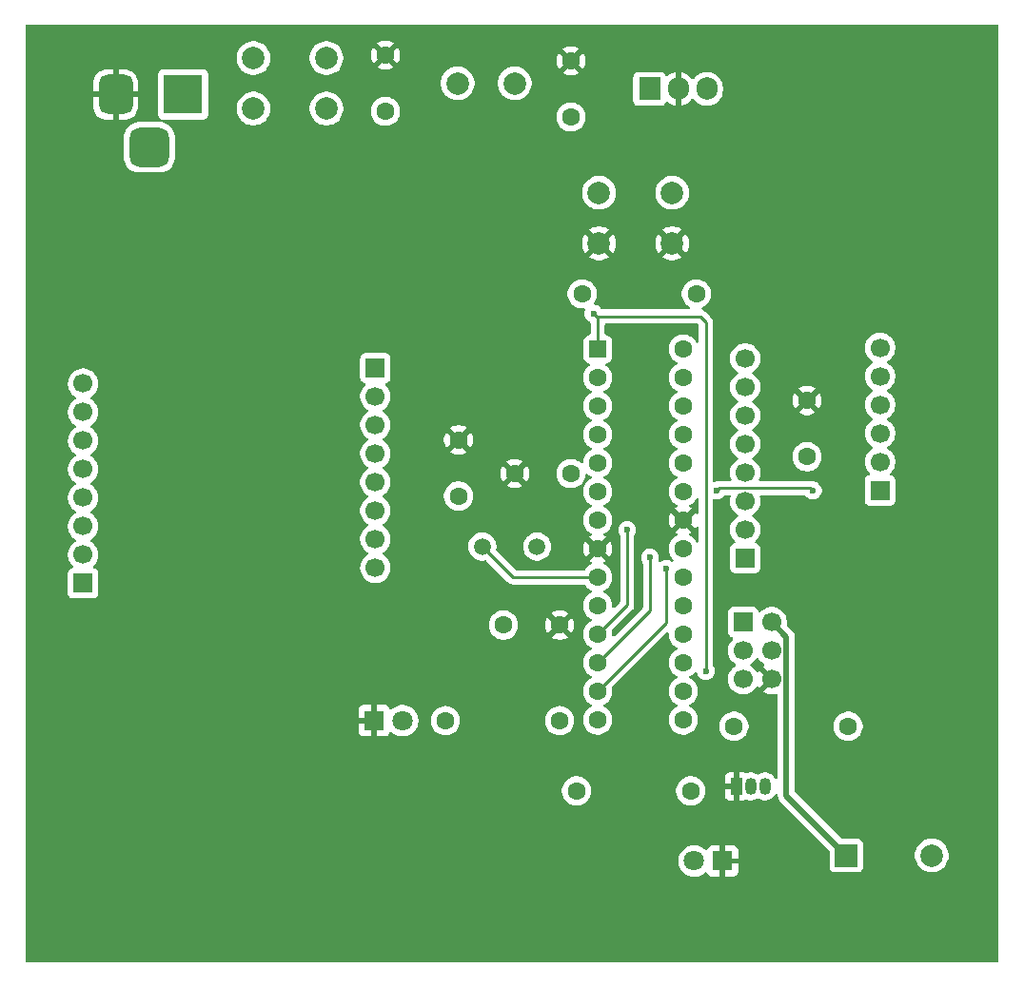
<source format=gbr>
%TF.GenerationSoftware,KiCad,Pcbnew,9.0.5*%
%TF.CreationDate,2026-02-23T00:05:01+05:30*%
%TF.ProjectId,AVR_Controller_E168_E3,4156525f-436f-46e7-9472-6f6c6c65725f,rev?*%
%TF.SameCoordinates,Original*%
%TF.FileFunction,Copper,L2,Bot*%
%TF.FilePolarity,Positive*%
%FSLAX46Y46*%
G04 Gerber Fmt 4.6, Leading zero omitted, Abs format (unit mm)*
G04 Created by KiCad (PCBNEW 9.0.5) date 2026-02-23 00:05:01*
%MOMM*%
%LPD*%
G01*
G04 APERTURE LIST*
G04 Aperture macros list*
%AMRoundRect*
0 Rectangle with rounded corners*
0 $1 Rounding radius*
0 $2 $3 $4 $5 $6 $7 $8 $9 X,Y pos of 4 corners*
0 Add a 4 corners polygon primitive as box body*
4,1,4,$2,$3,$4,$5,$6,$7,$8,$9,$2,$3,0*
0 Add four circle primitives for the rounded corners*
1,1,$1+$1,$2,$3*
1,1,$1+$1,$4,$5*
1,1,$1+$1,$6,$7*
1,1,$1+$1,$8,$9*
0 Add four rect primitives between the rounded corners*
20,1,$1+$1,$2,$3,$4,$5,0*
20,1,$1+$1,$4,$5,$6,$7,0*
20,1,$1+$1,$6,$7,$8,$9,0*
20,1,$1+$1,$8,$9,$2,$3,0*%
G04 Aperture macros list end*
%TA.AperFunction,ComponentPad*%
%ADD10C,2.000000*%
%TD*%
%TA.AperFunction,ComponentPad*%
%ADD11R,2.000000X2.000000*%
%TD*%
%TA.AperFunction,ComponentPad*%
%ADD12C,1.700000*%
%TD*%
%TA.AperFunction,ComponentPad*%
%ADD13R,1.700000X1.700000*%
%TD*%
%TA.AperFunction,ComponentPad*%
%ADD14R,1.905000X2.000000*%
%TD*%
%TA.AperFunction,ComponentPad*%
%ADD15O,1.905000X2.000000*%
%TD*%
%TA.AperFunction,ComponentPad*%
%ADD16C,1.600000*%
%TD*%
%TA.AperFunction,ComponentPad*%
%ADD17R,1.050000X1.500000*%
%TD*%
%TA.AperFunction,ComponentPad*%
%ADD18O,1.050000X1.500000*%
%TD*%
%TA.AperFunction,ComponentPad*%
%ADD19R,3.500000X3.500000*%
%TD*%
%TA.AperFunction,ComponentPad*%
%ADD20RoundRect,0.750000X-0.750000X-1.000000X0.750000X-1.000000X0.750000X1.000000X-0.750000X1.000000X0*%
%TD*%
%TA.AperFunction,ComponentPad*%
%ADD21RoundRect,0.875000X-0.875000X-0.875000X0.875000X-0.875000X0.875000X0.875000X-0.875000X0.875000X0*%
%TD*%
%TA.AperFunction,ComponentPad*%
%ADD22R,1.800000X1.800000*%
%TD*%
%TA.AperFunction,ComponentPad*%
%ADD23C,1.800000*%
%TD*%
%TA.AperFunction,ComponentPad*%
%ADD24C,1.500000*%
%TD*%
%TA.AperFunction,ComponentPad*%
%ADD25RoundRect,0.250000X-0.550000X-0.550000X0.550000X-0.550000X0.550000X0.550000X-0.550000X0.550000X0*%
%TD*%
%TA.AperFunction,ViaPad*%
%ADD26C,0.600000*%
%TD*%
%TA.AperFunction,Conductor*%
%ADD27C,0.500000*%
%TD*%
%TA.AperFunction,Conductor*%
%ADD28C,0.250000*%
%TD*%
G04 APERTURE END LIST*
D10*
%TO.P,BZ1,2,-*%
%TO.N,Net-(BZ1--)*%
X215600000Y-140500000D03*
D11*
%TO.P,BZ1,1,+*%
%TO.N,+5V*%
X208000000Y-140500000D03*
%TD*%
D12*
%TO.P,J2,8,Pin_8*%
%TO.N,Net-(J2-Pin_8)*%
X166100000Y-114890000D03*
%TO.P,J2,7,Pin_7*%
%TO.N,Net-(J2-Pin_7)*%
X166100000Y-112350000D03*
%TO.P,J2,6,Pin_6*%
%TO.N,Net-(J2-Pin_6)*%
X166100000Y-109810000D03*
%TO.P,J2,5,Pin_5*%
%TO.N,Net-(J2-Pin_5)*%
X166100000Y-107270000D03*
%TO.P,J2,4,Pin_4*%
%TO.N,Net-(J2-Pin_4)*%
X166100000Y-104730000D03*
%TO.P,J2,3,Pin_3*%
%TO.N,Net-(J2-Pin_3)*%
X166100000Y-102190000D03*
%TO.P,J2,2,Pin_2*%
%TO.N,Net-(J2-Pin_2)*%
X166100000Y-99650000D03*
D13*
%TO.P,J2,1,Pin_1*%
%TO.N,Net-(J2-Pin_1)*%
X166100000Y-97110000D03*
%TD*%
D12*
%TO.P,J4,6,Pin_6*%
%TO.N,Net-(J4-Pin_6)*%
X211000000Y-95300000D03*
%TO.P,J4,5,Pin_5*%
%TO.N,Net-(J4-Pin_5)*%
X211000000Y-97840000D03*
%TO.P,J4,4,Pin_4*%
%TO.N,Net-(J4-Pin_4)*%
X211000000Y-100380000D03*
%TO.P,J4,3,Pin_3*%
%TO.N,Net-(J4-Pin_3)*%
X211000000Y-102920000D03*
%TO.P,J4,2,Pin_2*%
%TO.N,Net-(J4-Pin_2)*%
X211000000Y-105460000D03*
D13*
%TO.P,J4,1,Pin_1*%
%TO.N,Net-(J4-Pin_1)*%
X211000000Y-108000000D03*
%TD*%
D14*
%TO.P,U3,1,IN*%
%TO.N,Net-(U3-IN)*%
X190500000Y-72250000D03*
D15*
%TO.P,U3,2,GND*%
%TO.N,GND*%
X193040000Y-72250000D03*
%TO.P,U3,3,OUT*%
%TO.N,+5V*%
X195580000Y-72250000D03*
%TD*%
D10*
%TO.P,SW2,1,1*%
%TO.N,Net-(J5-Pad1)*%
X155250000Y-69500000D03*
X161750000Y-69500000D03*
%TO.P,SW2,2,2*%
%TO.N,Net-(C7-Pad1)*%
X155250000Y-74000000D03*
X161750000Y-74000000D03*
%TD*%
D16*
%TO.P,R4,1*%
%TO.N,PWM1*%
X198000000Y-129000000D03*
%TO.P,R4,2*%
%TO.N,Net-(Q1-G)*%
X208160000Y-129000000D03*
%TD*%
%TO.P,R3,1*%
%TO.N,GPIO_FLAG_2*%
X184000000Y-134750000D03*
%TO.P,R3,2*%
%TO.N,Net-(D2-A)*%
X194160000Y-134750000D03*
%TD*%
%TO.P,R2,1*%
%TO.N,GPIO_FLAG_1*%
X182500000Y-128500000D03*
%TO.P,R2,2*%
%TO.N,Net-(D1-A)*%
X172340000Y-128500000D03*
%TD*%
D17*
%TO.P,Q1,1,S*%
%TO.N,GND*%
X198230000Y-134360000D03*
D18*
%TO.P,Q1,2,G*%
%TO.N,Net-(Q1-G)*%
X199500000Y-134360000D03*
%TO.P,Q1,3,D*%
%TO.N,Net-(BZ1--)*%
X200770000Y-134360000D03*
%TD*%
D13*
%TO.P,J6,1,Pin_1*%
%TO.N,Net-(J6-Pin_1)*%
X140100000Y-116270000D03*
D12*
%TO.P,J6,2,Pin_2*%
%TO.N,Net-(J6-Pin_2)*%
X140100000Y-113730000D03*
%TO.P,J6,3,Pin_3*%
%TO.N,Net-(J6-Pin_3)*%
X140100000Y-111190000D03*
%TO.P,J6,4,Pin_4*%
%TO.N,Net-(J6-Pin_4)*%
X140100000Y-108650000D03*
%TO.P,J6,5,Pin_5*%
%TO.N,Net-(J6-Pin_5)*%
X140100000Y-106110000D03*
%TO.P,J6,6,Pin_6*%
%TO.N,Net-(J6-Pin_6)*%
X140100000Y-103570000D03*
%TO.P,J6,7,Pin_7*%
%TO.N,Net-(J6-Pin_7)*%
X140100000Y-101030000D03*
%TO.P,J6,8,Pin_8*%
%TO.N,Net-(J6-Pin_8)*%
X140100000Y-98490000D03*
%TD*%
D19*
%TO.P,J5,1*%
%TO.N,Net-(J5-Pad1)*%
X149000000Y-72750000D03*
D20*
%TO.P,J5,2*%
%TO.N,GND*%
X143000000Y-72750000D03*
D21*
%TO.P,J5,3*%
%TO.N,N/C*%
X146000000Y-77450000D03*
%TD*%
D10*
%TO.P,FB1,1*%
%TO.N,Net-(U3-IN)*%
X173420000Y-71750000D03*
%TO.P,FB1,2*%
%TO.N,Net-(C7-Pad1)*%
X178500000Y-71750000D03*
%TD*%
D22*
%TO.P,D2,1,K*%
%TO.N,GND*%
X197000000Y-141000000D03*
D23*
%TO.P,D2,2,A*%
%TO.N,Net-(D2-A)*%
X194460000Y-141000000D03*
%TD*%
D22*
%TO.P,D1,1,K*%
%TO.N,GND*%
X166000000Y-128500000D03*
D23*
%TO.P,D1,2,A*%
%TO.N,Net-(D1-A)*%
X168540000Y-128500000D03*
%TD*%
D16*
%TO.P,C8,1*%
%TO.N,Net-(U3-IN)*%
X183500000Y-74750000D03*
%TO.P,C8,2*%
%TO.N,GND*%
X183500000Y-69750000D03*
%TD*%
%TO.P,C7,1*%
%TO.N,Net-(C7-Pad1)*%
X167000000Y-74250000D03*
%TO.P,C7,2*%
%TO.N,GND*%
X167000000Y-69250000D03*
%TD*%
%TO.P,C4,1*%
%TO.N,Net-(U1-XTAL2{slash}PB7)*%
X177500000Y-120000000D03*
%TO.P,C4,2*%
%TO.N,GND*%
X182500000Y-120000000D03*
%TD*%
%TO.P,C3,1*%
%TO.N,Net-(U1-XTAL1{slash}PB6)*%
X173500000Y-108500000D03*
%TO.P,C3,2*%
%TO.N,GND*%
X173500000Y-103500000D03*
%TD*%
D24*
%TO.P,Y1,1,1*%
%TO.N,Net-(U1-XTAL1{slash}PB6)*%
X175620000Y-113000000D03*
%TO.P,Y1,2,2*%
%TO.N,Net-(U1-XTAL2{slash}PB7)*%
X180500000Y-113000000D03*
%TD*%
D10*
%TO.P,SW1,1,1*%
%TO.N,RESET*%
X186000000Y-81500000D03*
X192500000Y-81500000D03*
%TO.P,SW1,2,2*%
%TO.N,GND*%
X186000000Y-86000000D03*
X192500000Y-86000000D03*
%TD*%
D25*
%TO.P,U1,1,~{RESET}/PC6*%
%TO.N,RESET*%
X185880000Y-95420000D03*
D16*
%TO.P,U1,2,PD0*%
%TO.N,Net-(J3-Pin_8)*%
X185880000Y-97960000D03*
%TO.P,U1,3,PD1*%
%TO.N,Net-(J3-Pin_7)*%
X185880000Y-100500000D03*
%TO.P,U1,4,PD2*%
%TO.N,Net-(J3-Pin_6)*%
X185880000Y-103040000D03*
%TO.P,U1,5,PD3*%
%TO.N,Net-(J3-Pin_5)*%
X185880000Y-105580000D03*
%TO.P,U1,6,PD4*%
%TO.N,Net-(J3-Pin_4)*%
X185880000Y-108120000D03*
%TO.P,U1,7,VCC*%
%TO.N,+5V*%
X185880000Y-110660000D03*
%TO.P,U1,8,GND*%
%TO.N,GND*%
X185880000Y-113200000D03*
%TO.P,U1,9,XTAL1/PB6*%
%TO.N,Net-(U1-XTAL1{slash}PB6)*%
X185880000Y-115740000D03*
%TO.P,U1,10,XTAL2/PB7*%
%TO.N,Net-(U1-XTAL2{slash}PB7)*%
X185880000Y-118280000D03*
%TO.P,U1,11,PD5*%
%TO.N,Net-(J3-Pin_3)*%
X185880000Y-120820000D03*
%TO.P,U1,12,PD6*%
%TO.N,Net-(J3-Pin_2)*%
X185880000Y-123360000D03*
%TO.P,U1,13,PD7*%
%TO.N,Net-(J3-Pin_1)*%
X185880000Y-125900000D03*
%TO.P,U1,14,PB0*%
%TO.N,GPIO_FLAG_1*%
X185880000Y-128440000D03*
%TO.P,U1,15,PB1*%
%TO.N,GPIO_FLAG_2*%
X193500000Y-128440000D03*
%TO.P,U1,16,PB2*%
%TO.N,PWM1*%
X193500000Y-125900000D03*
%TO.P,U1,17,PB3*%
%TO.N,Net-(J1-Pin_4)*%
X193500000Y-123360000D03*
%TO.P,U1,18,PB4*%
%TO.N,Net-(J1-Pin_1)*%
X193500000Y-120820000D03*
%TO.P,U1,19,PB5*%
%TO.N,Net-(J1-Pin_3)*%
X193500000Y-118280000D03*
%TO.P,U1,20,AVCC*%
%TO.N,+5V*%
X193500000Y-115740000D03*
%TO.P,U1,21,AREF*%
%TO.N,Net-(U1-AREF)*%
X193500000Y-113200000D03*
%TO.P,U1,22,GND*%
%TO.N,GND*%
X193500000Y-110660000D03*
%TO.P,U1,23,PC0*%
%TO.N,Net-(J4-Pin_1)*%
X193500000Y-108120000D03*
%TO.P,U1,24,PC1*%
%TO.N,Net-(J4-Pin_2)*%
X193500000Y-105580000D03*
%TO.P,U1,25,PC2*%
%TO.N,Net-(J4-Pin_3)*%
X193500000Y-103040000D03*
%TO.P,U1,26,PC3*%
%TO.N,Net-(J4-Pin_4)*%
X193500000Y-100500000D03*
%TO.P,U1,27,PC4*%
%TO.N,Net-(J4-Pin_5)*%
X193500000Y-97960000D03*
%TO.P,U1,28,PC5*%
%TO.N,Net-(J4-Pin_6)*%
X193500000Y-95420000D03*
%TD*%
%TO.P,C6,1*%
%TO.N,GND*%
X178500000Y-106500000D03*
%TO.P,C6,2*%
%TO.N,+5V*%
X183500000Y-106500000D03*
%TD*%
%TO.P,R1,1*%
%TO.N,RESET*%
X184500000Y-90500000D03*
%TO.P,R1,2*%
%TO.N,+5V*%
X194660000Y-90500000D03*
%TD*%
%TO.P,C2,1*%
%TO.N,GND*%
X204500000Y-100000000D03*
%TO.P,C2,2*%
%TO.N,Net-(U1-AREF)*%
X204500000Y-105000000D03*
%TD*%
D13*
%TO.P,J1,1,Pin_1*%
%TO.N,Net-(J1-Pin_1)*%
X198820000Y-119730000D03*
D12*
%TO.P,J1,2,Pin_2*%
%TO.N,+5V*%
X201360000Y-119730000D03*
%TO.P,J1,3,Pin_3*%
%TO.N,Net-(J1-Pin_3)*%
X198820000Y-122270000D03*
%TO.P,J1,4,Pin_4*%
%TO.N,Net-(J1-Pin_4)*%
X201360000Y-122270000D03*
%TO.P,J1,5,Pin_5*%
%TO.N,RESET*%
X198820000Y-124810000D03*
%TO.P,J1,6,Pin_6*%
%TO.N,GND*%
X201360000Y-124810000D03*
%TD*%
D13*
%TO.P,J3,1,Pin_1*%
%TO.N,Net-(J3-Pin_1)*%
X199000000Y-114040000D03*
D12*
%TO.P,J3,2,Pin_2*%
%TO.N,Net-(J3-Pin_2)*%
X199000000Y-111500000D03*
%TO.P,J3,3,Pin_3*%
%TO.N,Net-(J3-Pin_3)*%
X199000000Y-108960000D03*
%TO.P,J3,4,Pin_4*%
%TO.N,Net-(J3-Pin_4)*%
X199000000Y-106420000D03*
%TO.P,J3,5,Pin_5*%
%TO.N,Net-(J3-Pin_5)*%
X199000000Y-103880000D03*
%TO.P,J3,6,Pin_6*%
%TO.N,Net-(J3-Pin_6)*%
X199000000Y-101340000D03*
%TO.P,J3,7,Pin_7*%
%TO.N,Net-(J3-Pin_7)*%
X199000000Y-98800000D03*
%TO.P,J3,8,Pin_8*%
%TO.N,Net-(J3-Pin_8)*%
X199000000Y-96260000D03*
%TD*%
D26*
%TO.N,Net-(J4-Pin_1)*%
X196500000Y-108000000D03*
X205018327Y-108012348D03*
%TO.N,RESET*%
X185500000Y-92250000D03*
X195500000Y-124071000D03*
%TO.N,Net-(J3-Pin_3)*%
X188500000Y-111500000D03*
%TO.N,Net-(J3-Pin_1)*%
X192000000Y-114990000D03*
%TO.N,Net-(J3-Pin_2)*%
X190530331Y-113969669D03*
%TD*%
D27*
%TO.N,+5V*%
X201360000Y-119730000D02*
X202661000Y-121031000D01*
X202661000Y-121031000D02*
X202661000Y-135161000D01*
X202661000Y-135161000D02*
X208000000Y-140500000D01*
D28*
%TO.N,Net-(J4-Pin_1)*%
X196716000Y-107784000D02*
X196500000Y-108000000D01*
X205018327Y-108012348D02*
X204789979Y-107784000D01*
X204789979Y-107784000D02*
X196716000Y-107784000D01*
%TO.N,Net-(U1-XTAL1{slash}PB6)*%
X178360000Y-115740000D02*
X185880000Y-115740000D01*
X175620000Y-113000000D02*
X178360000Y-115740000D01*
%TO.N,RESET*%
X185500000Y-92250000D02*
X185750000Y-92500000D01*
X195500000Y-124071000D02*
X195500000Y-93000000D01*
X185750000Y-92500000D02*
X185880000Y-92630000D01*
X195500000Y-93000000D02*
X195000000Y-92500000D01*
X185880000Y-92630000D02*
X185880000Y-95420000D01*
X195000000Y-92500000D02*
X185750000Y-92500000D01*
%TO.N,Net-(J3-Pin_3)*%
X188500000Y-118200000D02*
X185880000Y-120820000D01*
X188500000Y-111500000D02*
X188500000Y-118200000D01*
%TO.N,Net-(J3-Pin_1)*%
X192000000Y-119780000D02*
X185880000Y-125900000D01*
X192000000Y-114990000D02*
X192000000Y-119780000D01*
%TO.N,Net-(J3-Pin_2)*%
X190530331Y-113969669D02*
X190530331Y-118709669D01*
X190530331Y-118709669D02*
X185880000Y-123360000D01*
%TD*%
%TA.AperFunction,Conductor*%
%TO.N,GND*%
G36*
X200161444Y-122923999D02*
G01*
X200200486Y-122969056D01*
X200204951Y-122977820D01*
X200329890Y-123149786D01*
X200480213Y-123300109D01*
X200652179Y-123425048D01*
X200652181Y-123425049D01*
X200652184Y-123425051D01*
X200661493Y-123429794D01*
X200712290Y-123477766D01*
X200729087Y-123545587D01*
X200706552Y-123611722D01*
X200661505Y-123650760D01*
X200652446Y-123655376D01*
X200652440Y-123655380D01*
X200598282Y-123694727D01*
X200598282Y-123694728D01*
X201230591Y-124327037D01*
X201167007Y-124344075D01*
X201052993Y-124409901D01*
X200959901Y-124502993D01*
X200894075Y-124617007D01*
X200877037Y-124680591D01*
X200244728Y-124048282D01*
X200244727Y-124048282D01*
X200205380Y-124102440D01*
X200205376Y-124102446D01*
X200200760Y-124111505D01*
X200152781Y-124162297D01*
X200084959Y-124179087D01*
X200018826Y-124156543D01*
X199979794Y-124111493D01*
X199975051Y-124102184D01*
X199975049Y-124102181D01*
X199975048Y-124102179D01*
X199850109Y-123930213D01*
X199699786Y-123779890D01*
X199527820Y-123654951D01*
X199527115Y-123654591D01*
X199519054Y-123650485D01*
X199468259Y-123602512D01*
X199451463Y-123534692D01*
X199473999Y-123468556D01*
X199519054Y-123429515D01*
X199527816Y-123425051D01*
X199549789Y-123409086D01*
X199699786Y-123300109D01*
X199699788Y-123300106D01*
X199699792Y-123300104D01*
X199850104Y-123149792D01*
X199850106Y-123149788D01*
X199850109Y-123149786D01*
X199962150Y-122995573D01*
X199975051Y-122977816D01*
X199979514Y-122969054D01*
X200027488Y-122918259D01*
X200095308Y-122901463D01*
X200161444Y-122923999D01*
G37*
%TD.AperFunction*%
%TA.AperFunction,Conductor*%
G36*
X194718988Y-93134144D02*
G01*
X194748975Y-93140668D01*
X194753990Y-93144422D01*
X194756587Y-93145185D01*
X194777229Y-93161819D01*
X194838181Y-93222771D01*
X194871666Y-93284094D01*
X194874500Y-93310452D01*
X194874500Y-94736514D01*
X194854815Y-94803553D01*
X194802011Y-94849308D01*
X194732853Y-94859252D01*
X194669297Y-94830227D01*
X194640015Y-94792809D01*
X194637601Y-94788073D01*
X194612287Y-94738390D01*
X194596892Y-94717200D01*
X194491971Y-94572786D01*
X194347213Y-94428028D01*
X194181613Y-94307715D01*
X194181612Y-94307714D01*
X194181610Y-94307713D01*
X194107390Y-94269896D01*
X193999223Y-94214781D01*
X193804534Y-94151522D01*
X193618799Y-94122105D01*
X193602352Y-94119500D01*
X193397648Y-94119500D01*
X193381201Y-94122105D01*
X193195465Y-94151522D01*
X193000776Y-94214781D01*
X192818386Y-94307715D01*
X192652786Y-94428028D01*
X192508028Y-94572786D01*
X192387715Y-94738386D01*
X192294781Y-94920776D01*
X192231522Y-95115465D01*
X192199500Y-95317648D01*
X192199500Y-95522351D01*
X192231522Y-95724534D01*
X192294781Y-95919223D01*
X192387715Y-96101613D01*
X192508028Y-96267213D01*
X192652786Y-96411971D01*
X192784261Y-96507491D01*
X192818390Y-96532287D01*
X192892406Y-96570000D01*
X192911080Y-96579515D01*
X192961876Y-96627490D01*
X192978671Y-96695311D01*
X192956134Y-96761446D01*
X192911080Y-96800485D01*
X192818386Y-96847715D01*
X192652786Y-96968028D01*
X192508028Y-97112786D01*
X192387715Y-97278386D01*
X192294781Y-97460776D01*
X192231522Y-97655465D01*
X192199500Y-97857648D01*
X192199500Y-98062351D01*
X192231522Y-98264534D01*
X192294781Y-98459223D01*
X192346204Y-98560145D01*
X192380991Y-98628418D01*
X192387715Y-98641613D01*
X192508028Y-98807213D01*
X192652786Y-98951971D01*
X192784261Y-99047491D01*
X192818390Y-99072287D01*
X192904658Y-99116243D01*
X192911080Y-99119515D01*
X192961876Y-99167490D01*
X192978671Y-99235311D01*
X192956134Y-99301446D01*
X192911080Y-99340485D01*
X192818386Y-99387715D01*
X192652786Y-99508028D01*
X192508028Y-99652786D01*
X192387715Y-99818386D01*
X192294781Y-100000776D01*
X192231522Y-100195465D01*
X192199500Y-100397648D01*
X192199500Y-100602351D01*
X192231522Y-100804534D01*
X192294781Y-100999223D01*
X192387715Y-101181613D01*
X192508028Y-101347213D01*
X192652786Y-101491971D01*
X192784261Y-101587491D01*
X192818390Y-101612287D01*
X192892406Y-101650000D01*
X192911080Y-101659515D01*
X192961876Y-101707490D01*
X192978671Y-101775311D01*
X192956134Y-101841446D01*
X192911080Y-101880485D01*
X192818386Y-101927715D01*
X192652786Y-102048028D01*
X192508028Y-102192786D01*
X192387715Y-102358386D01*
X192294781Y-102540776D01*
X192231522Y-102735465D01*
X192205809Y-102897816D01*
X192199500Y-102937648D01*
X192199500Y-103142352D01*
X192203878Y-103169995D01*
X192231522Y-103344534D01*
X192294781Y-103539223D01*
X192353465Y-103654394D01*
X192376447Y-103699500D01*
X192387715Y-103721613D01*
X192508028Y-103887213D01*
X192652786Y-104031971D01*
X192784261Y-104127491D01*
X192818390Y-104152287D01*
X192892406Y-104190000D01*
X192911080Y-104199515D01*
X192961876Y-104247490D01*
X192978671Y-104315311D01*
X192956134Y-104381446D01*
X192911080Y-104420485D01*
X192818386Y-104467715D01*
X192652786Y-104588028D01*
X192508028Y-104732786D01*
X192387715Y-104898386D01*
X192294781Y-105080776D01*
X192231522Y-105275465D01*
X192199500Y-105477648D01*
X192199500Y-105682351D01*
X192231522Y-105884534D01*
X192294781Y-106079223D01*
X192346090Y-106179920D01*
X192384036Y-106254394D01*
X192387715Y-106261613D01*
X192508028Y-106427213D01*
X192652786Y-106571971D01*
X192770081Y-106657189D01*
X192818390Y-106692287D01*
X192904651Y-106736239D01*
X192911080Y-106739515D01*
X192961876Y-106787490D01*
X192978671Y-106855311D01*
X192956134Y-106921446D01*
X192911080Y-106960485D01*
X192818386Y-107007715D01*
X192652786Y-107128028D01*
X192508028Y-107272786D01*
X192387715Y-107438386D01*
X192294781Y-107620776D01*
X192231522Y-107815465D01*
X192199500Y-108017648D01*
X192199500Y-108222351D01*
X192231522Y-108424534D01*
X192294781Y-108619223D01*
X192358691Y-108744653D01*
X192387147Y-108800500D01*
X192387715Y-108801613D01*
X192508028Y-108967213D01*
X192652786Y-109111971D01*
X192818385Y-109232284D01*
X192818387Y-109232285D01*
X192818390Y-109232287D01*
X192911080Y-109279515D01*
X192911630Y-109279795D01*
X192962426Y-109327770D01*
X192979221Y-109395591D01*
X192956684Y-109461725D01*
X192911630Y-109500765D01*
X192818644Y-109548143D01*
X192774077Y-109580523D01*
X192774077Y-109580524D01*
X193453554Y-110260000D01*
X193447339Y-110260000D01*
X193345606Y-110287259D01*
X193254394Y-110339920D01*
X193179920Y-110414394D01*
X193127259Y-110505606D01*
X193100000Y-110607339D01*
X193100000Y-110613553D01*
X192420524Y-109934077D01*
X192420523Y-109934077D01*
X192388143Y-109978644D01*
X192295244Y-110160968D01*
X192232009Y-110355582D01*
X192200000Y-110557682D01*
X192200000Y-110762317D01*
X192232009Y-110964417D01*
X192295244Y-111159031D01*
X192388141Y-111341350D01*
X192388147Y-111341359D01*
X192420523Y-111385921D01*
X192420524Y-111385922D01*
X193100000Y-110706446D01*
X193100000Y-110712661D01*
X193127259Y-110814394D01*
X193179920Y-110905606D01*
X193254394Y-110980080D01*
X193345606Y-111032741D01*
X193447339Y-111060000D01*
X193453553Y-111060000D01*
X192774076Y-111739474D01*
X192818652Y-111771861D01*
X192911628Y-111819234D01*
X192962425Y-111867208D01*
X192979220Y-111935029D01*
X192956683Y-112001164D01*
X192911630Y-112040203D01*
X192818388Y-112087713D01*
X192652786Y-112208028D01*
X192508028Y-112352786D01*
X192387715Y-112518386D01*
X192294781Y-112700776D01*
X192231522Y-112895465D01*
X192199500Y-113097648D01*
X192199500Y-113302351D01*
X192231522Y-113504534D01*
X192294781Y-113699223D01*
X192337028Y-113782136D01*
X192387585Y-113881359D01*
X192387715Y-113881613D01*
X192508028Y-114047213D01*
X192580613Y-114119798D01*
X192614098Y-114181121D01*
X192609114Y-114250813D01*
X192567242Y-114306746D01*
X192501778Y-114331163D01*
X192433505Y-114316311D01*
X192424042Y-114310581D01*
X192379190Y-114280612D01*
X192379172Y-114280602D01*
X192233501Y-114220264D01*
X192233489Y-114220261D01*
X192078845Y-114189500D01*
X192078842Y-114189500D01*
X191921158Y-114189500D01*
X191921155Y-114189500D01*
X191766510Y-114220261D01*
X191766498Y-114220264D01*
X191620827Y-114280602D01*
X191620814Y-114280609D01*
X191489711Y-114368210D01*
X191485001Y-114372076D01*
X191484177Y-114371072D01*
X191428731Y-114401340D01*
X191359040Y-114396346D01*
X191303111Y-114354468D01*
X191278703Y-114289000D01*
X191287826Y-114232720D01*
X191300068Y-114203166D01*
X191330831Y-114048511D01*
X191330831Y-113890827D01*
X191330831Y-113890824D01*
X191330830Y-113890822D01*
X191315678Y-113814647D01*
X191300068Y-113736172D01*
X191297712Y-113730484D01*
X191239728Y-113590496D01*
X191239721Y-113590483D01*
X191152120Y-113459380D01*
X191152117Y-113459376D01*
X191040623Y-113347882D01*
X191040619Y-113347879D01*
X190909516Y-113260278D01*
X190909503Y-113260271D01*
X190763832Y-113199933D01*
X190763820Y-113199930D01*
X190609176Y-113169169D01*
X190609173Y-113169169D01*
X190451489Y-113169169D01*
X190451486Y-113169169D01*
X190296841Y-113199930D01*
X190296829Y-113199933D01*
X190151158Y-113260271D01*
X190151145Y-113260278D01*
X190020042Y-113347879D01*
X190020038Y-113347882D01*
X189908544Y-113459376D01*
X189908541Y-113459380D01*
X189820940Y-113590483D01*
X189820933Y-113590496D01*
X189760595Y-113736167D01*
X189760592Y-113736179D01*
X189729831Y-113890822D01*
X189729831Y-114048515D01*
X189760592Y-114203158D01*
X189760595Y-114203170D01*
X189820933Y-114348841D01*
X189820940Y-114348853D01*
X189883933Y-114443128D01*
X189904811Y-114509805D01*
X189904831Y-114512019D01*
X189904831Y-118399216D01*
X189885146Y-118466255D01*
X189868512Y-118486897D01*
X187392181Y-120963228D01*
X187330858Y-120996713D01*
X187261166Y-120991729D01*
X187205233Y-120949857D01*
X187180816Y-120884393D01*
X187180500Y-120875547D01*
X187180500Y-120717648D01*
X187147715Y-120510654D01*
X187149777Y-120510327D01*
X187152784Y-120449304D01*
X187182215Y-120402373D01*
X188985858Y-118598733D01*
X189054312Y-118496285D01*
X189101463Y-118382451D01*
X189125501Y-118261606D01*
X189125501Y-118138393D01*
X189125501Y-118133283D01*
X189125500Y-118133257D01*
X189125500Y-112042350D01*
X189145185Y-111975311D01*
X189146398Y-111973459D01*
X189155057Y-111960500D01*
X189209394Y-111879179D01*
X189218054Y-111858273D01*
X189269735Y-111733501D01*
X189269737Y-111733497D01*
X189300500Y-111578842D01*
X189300500Y-111421158D01*
X189300500Y-111421155D01*
X189300499Y-111421153D01*
X189284625Y-111341349D01*
X189269737Y-111266503D01*
X189249854Y-111218500D01*
X189209397Y-111120827D01*
X189209390Y-111120814D01*
X189121789Y-110989711D01*
X189121786Y-110989707D01*
X189010292Y-110878213D01*
X189010288Y-110878210D01*
X188879185Y-110790609D01*
X188879172Y-110790602D01*
X188733501Y-110730264D01*
X188733489Y-110730261D01*
X188578845Y-110699500D01*
X188578842Y-110699500D01*
X188421158Y-110699500D01*
X188421155Y-110699500D01*
X188266510Y-110730261D01*
X188266498Y-110730264D01*
X188120827Y-110790602D01*
X188120814Y-110790609D01*
X187989711Y-110878210D01*
X187989707Y-110878213D01*
X187878213Y-110989707D01*
X187878210Y-110989711D01*
X187790609Y-111120814D01*
X187790602Y-111120827D01*
X187730264Y-111266498D01*
X187730261Y-111266510D01*
X187699500Y-111421153D01*
X187699500Y-111578846D01*
X187730261Y-111733489D01*
X187730264Y-111733501D01*
X187790602Y-111879172D01*
X187790609Y-111879184D01*
X187853602Y-111973459D01*
X187874480Y-112040136D01*
X187874500Y-112042350D01*
X187874500Y-117889547D01*
X187854815Y-117956586D01*
X187838181Y-117977228D01*
X187392181Y-118423228D01*
X187330858Y-118456713D01*
X187261166Y-118451729D01*
X187205233Y-118409857D01*
X187180816Y-118344393D01*
X187180500Y-118335547D01*
X187180500Y-118177648D01*
X187148477Y-117975465D01*
X187085218Y-117780776D01*
X187025489Y-117663553D01*
X186992287Y-117598390D01*
X186967151Y-117563793D01*
X186871971Y-117432786D01*
X186727213Y-117288028D01*
X186561614Y-117167715D01*
X186555006Y-117164348D01*
X186468917Y-117120483D01*
X186418123Y-117072511D01*
X186401328Y-117004690D01*
X186423865Y-116938555D01*
X186468917Y-116899516D01*
X186561610Y-116852287D01*
X186582770Y-116836913D01*
X186727213Y-116731971D01*
X186727215Y-116731968D01*
X186727219Y-116731966D01*
X186871966Y-116587219D01*
X186871968Y-116587215D01*
X186871971Y-116587213D01*
X186924732Y-116514590D01*
X186992287Y-116421610D01*
X187085220Y-116239219D01*
X187148477Y-116044534D01*
X187180500Y-115842352D01*
X187180500Y-115637648D01*
X187174191Y-115597816D01*
X187148477Y-115435465D01*
X187085218Y-115240776D01*
X187025489Y-115123553D01*
X186992287Y-115058390D01*
X186948036Y-114997483D01*
X186871971Y-114892786D01*
X186727213Y-114748028D01*
X186561611Y-114627713D01*
X186468369Y-114580203D01*
X186417574Y-114532229D01*
X186400779Y-114464407D01*
X186423317Y-114398273D01*
X186468371Y-114359234D01*
X186561346Y-114311861D01*
X186561347Y-114311861D01*
X186605921Y-114279474D01*
X185926447Y-113600000D01*
X185932661Y-113600000D01*
X186034394Y-113572741D01*
X186125606Y-113520080D01*
X186200080Y-113445606D01*
X186252741Y-113354394D01*
X186280000Y-113252661D01*
X186280000Y-113246448D01*
X186959474Y-113925922D01*
X186959474Y-113925921D01*
X186991859Y-113881349D01*
X187084755Y-113699031D01*
X187147990Y-113504417D01*
X187180000Y-113302317D01*
X187180000Y-113097682D01*
X187147990Y-112895582D01*
X187084755Y-112700968D01*
X186991859Y-112518650D01*
X186959474Y-112474077D01*
X186959474Y-112474076D01*
X186280000Y-113153551D01*
X186280000Y-113147339D01*
X186252741Y-113045606D01*
X186200080Y-112954394D01*
X186125606Y-112879920D01*
X186034394Y-112827259D01*
X185932661Y-112800000D01*
X185926446Y-112800000D01*
X186605922Y-112120524D01*
X186605921Y-112120523D01*
X186561359Y-112088147D01*
X186561350Y-112088141D01*
X186468369Y-112040765D01*
X186417573Y-111992790D01*
X186400778Y-111924969D01*
X186423315Y-111858835D01*
X186468370Y-111819795D01*
X186469471Y-111819234D01*
X186561610Y-111772287D01*
X186615011Y-111733489D01*
X186727213Y-111651971D01*
X186727215Y-111651968D01*
X186727219Y-111651966D01*
X186871966Y-111507219D01*
X186871968Y-111507215D01*
X186871971Y-111507213D01*
X186954432Y-111393713D01*
X186992287Y-111341610D01*
X187085220Y-111159219D01*
X187148477Y-110964534D01*
X187180500Y-110762352D01*
X187180500Y-110557648D01*
X187172257Y-110505606D01*
X187148477Y-110355465D01*
X187113703Y-110248443D01*
X187085220Y-110160781D01*
X187085218Y-110160778D01*
X187085218Y-110160776D01*
X187021105Y-110034949D01*
X186992287Y-109978390D01*
X186960092Y-109934077D01*
X186871971Y-109812786D01*
X186727213Y-109668028D01*
X186561614Y-109547715D01*
X186526426Y-109529786D01*
X186468917Y-109500483D01*
X186418123Y-109452511D01*
X186401328Y-109384690D01*
X186423865Y-109318555D01*
X186468917Y-109279516D01*
X186561610Y-109232287D01*
X186595666Y-109207544D01*
X186727213Y-109111971D01*
X186727215Y-109111968D01*
X186727219Y-109111966D01*
X186871966Y-108967219D01*
X186871968Y-108967215D01*
X186871971Y-108967213D01*
X186954432Y-108853713D01*
X186992287Y-108801610D01*
X187085220Y-108619219D01*
X187148477Y-108424534D01*
X187180500Y-108222352D01*
X187180500Y-108017648D01*
X187174191Y-107977816D01*
X187148477Y-107815465D01*
X187085218Y-107620776D01*
X187021105Y-107494949D01*
X186992287Y-107438390D01*
X186963264Y-107398443D01*
X186871971Y-107272786D01*
X186727213Y-107128028D01*
X186561614Y-107007715D01*
X186544947Y-106999223D01*
X186468917Y-106960483D01*
X186418123Y-106912511D01*
X186401328Y-106844690D01*
X186423865Y-106778555D01*
X186468917Y-106739516D01*
X186561610Y-106692287D01*
X186609919Y-106657189D01*
X186727213Y-106571971D01*
X186727215Y-106571968D01*
X186727219Y-106571966D01*
X186871966Y-106427219D01*
X186871968Y-106427215D01*
X186871971Y-106427213D01*
X186977913Y-106281394D01*
X186992287Y-106261610D01*
X187085220Y-106079219D01*
X187148477Y-105884534D01*
X187180500Y-105682352D01*
X187180500Y-105477648D01*
X187170021Y-105411487D01*
X187148477Y-105275465D01*
X187113703Y-105168443D01*
X187085220Y-105080781D01*
X187085218Y-105080778D01*
X187085218Y-105080776D01*
X187021105Y-104954949D01*
X186992287Y-104898390D01*
X186947167Y-104836287D01*
X186871971Y-104732786D01*
X186727213Y-104588028D01*
X186561614Y-104467715D01*
X186526426Y-104449786D01*
X186468917Y-104420483D01*
X186418123Y-104372511D01*
X186401328Y-104304690D01*
X186423865Y-104238555D01*
X186468917Y-104199516D01*
X186561610Y-104152287D01*
X186608037Y-104118556D01*
X186727213Y-104031971D01*
X186727215Y-104031968D01*
X186727219Y-104031966D01*
X186871966Y-103887219D01*
X186871968Y-103887215D01*
X186871971Y-103887213D01*
X186935491Y-103799783D01*
X186992287Y-103721610D01*
X187085220Y-103539219D01*
X187148477Y-103344534D01*
X187180500Y-103142352D01*
X187180500Y-102937648D01*
X187174191Y-102897816D01*
X187148477Y-102735465D01*
X187113703Y-102628443D01*
X187085220Y-102540781D01*
X187085218Y-102540778D01*
X187085218Y-102540776D01*
X187025489Y-102423553D01*
X186992287Y-102358390D01*
X186947167Y-102296287D01*
X186871971Y-102192786D01*
X186727213Y-102048028D01*
X186561614Y-101927715D01*
X186526426Y-101909786D01*
X186468917Y-101880483D01*
X186418123Y-101832511D01*
X186401328Y-101764690D01*
X186423865Y-101698555D01*
X186468917Y-101659516D01*
X186561610Y-101612287D01*
X186608037Y-101578556D01*
X186727213Y-101491971D01*
X186727215Y-101491968D01*
X186727219Y-101491966D01*
X186871966Y-101347219D01*
X186871968Y-101347215D01*
X186871971Y-101347213D01*
X186975471Y-101204755D01*
X186992287Y-101181610D01*
X187085220Y-100999219D01*
X187148477Y-100804534D01*
X187180500Y-100602352D01*
X187180500Y-100397648D01*
X187173516Y-100353553D01*
X187148477Y-100195465D01*
X187113703Y-100088443D01*
X187085220Y-100000781D01*
X187085218Y-100000778D01*
X187085218Y-100000776D01*
X187021105Y-99874949D01*
X186992287Y-99818390D01*
X186947167Y-99756287D01*
X186871971Y-99652786D01*
X186727213Y-99508028D01*
X186561614Y-99387715D01*
X186526426Y-99369786D01*
X186468917Y-99340483D01*
X186418123Y-99292511D01*
X186401328Y-99224690D01*
X186423865Y-99158555D01*
X186468917Y-99119516D01*
X186561610Y-99072287D01*
X186608037Y-99038556D01*
X186727213Y-98951971D01*
X186727215Y-98951968D01*
X186727219Y-98951966D01*
X186871966Y-98807219D01*
X186871968Y-98807215D01*
X186871971Y-98807213D01*
X186935489Y-98719786D01*
X186992287Y-98641610D01*
X187085220Y-98459219D01*
X187148477Y-98264534D01*
X187180500Y-98062352D01*
X187180500Y-97857648D01*
X187148477Y-97655465D01*
X187113703Y-97548443D01*
X187085220Y-97460781D01*
X187085218Y-97460778D01*
X187085218Y-97460776D01*
X187021105Y-97334949D01*
X186992287Y-97278390D01*
X186915539Y-97172754D01*
X186871971Y-97112786D01*
X186727219Y-96968034D01*
X186716447Y-96960208D01*
X186633547Y-96899978D01*
X186590882Y-96844649D01*
X186584903Y-96775036D01*
X186617508Y-96713240D01*
X186667426Y-96681955D01*
X186749334Y-96654814D01*
X186898656Y-96562712D01*
X187022712Y-96438656D01*
X187114814Y-96289334D01*
X187169999Y-96122797D01*
X187180500Y-96020009D01*
X187180499Y-94819992D01*
X187169999Y-94717203D01*
X187114814Y-94550666D01*
X187022712Y-94401344D01*
X186898656Y-94277288D01*
X186749334Y-94185186D01*
X186627907Y-94144949D01*
X186590496Y-94132552D01*
X186533051Y-94092779D01*
X186506228Y-94028263D01*
X186505500Y-94014846D01*
X186505500Y-93249500D01*
X186525185Y-93182461D01*
X186577989Y-93136706D01*
X186629500Y-93125500D01*
X194689548Y-93125500D01*
X194718988Y-93134144D01*
G37*
%TD.AperFunction*%
%TA.AperFunction,Conductor*%
G36*
X194579474Y-111385921D02*
G01*
X194611859Y-111341349D01*
X194640015Y-111286091D01*
X194687989Y-111235295D01*
X194755810Y-111218500D01*
X194821945Y-111241037D01*
X194865397Y-111295752D01*
X194874500Y-111342386D01*
X194874500Y-112516514D01*
X194854815Y-112583553D01*
X194802011Y-112629308D01*
X194732853Y-112639252D01*
X194669297Y-112610227D01*
X194640015Y-112572809D01*
X194630762Y-112554649D01*
X194612287Y-112518390D01*
X194580092Y-112474077D01*
X194491971Y-112352786D01*
X194347213Y-112208028D01*
X194181611Y-112087713D01*
X194088369Y-112040203D01*
X194037574Y-111992229D01*
X194020779Y-111924407D01*
X194043317Y-111858273D01*
X194088371Y-111819234D01*
X194181346Y-111771861D01*
X194181347Y-111771861D01*
X194225921Y-111739474D01*
X193546447Y-111060000D01*
X193552661Y-111060000D01*
X193654394Y-111032741D01*
X193745606Y-110980080D01*
X193820080Y-110905606D01*
X193872741Y-110814394D01*
X193900000Y-110712661D01*
X193900000Y-110706447D01*
X194579474Y-111385921D01*
G37*
%TD.AperFunction*%
%TA.AperFunction,Conductor*%
G36*
X194821945Y-108702136D02*
G01*
X194865397Y-108756851D01*
X194874500Y-108803485D01*
X194874500Y-109977613D01*
X194854815Y-110044652D01*
X194802011Y-110090407D01*
X194732853Y-110100351D01*
X194669297Y-110071326D01*
X194640015Y-110033908D01*
X194611859Y-109978650D01*
X194579474Y-109934077D01*
X194579474Y-109934076D01*
X193900000Y-110613551D01*
X193900000Y-110607339D01*
X193872741Y-110505606D01*
X193820080Y-110414394D01*
X193745606Y-110339920D01*
X193654394Y-110287259D01*
X193552661Y-110260000D01*
X193546446Y-110260000D01*
X194225922Y-109580524D01*
X194225921Y-109580523D01*
X194181359Y-109548147D01*
X194181350Y-109548141D01*
X194088369Y-109500765D01*
X194037573Y-109452790D01*
X194020778Y-109384969D01*
X194043315Y-109318835D01*
X194088370Y-109279795D01*
X194088920Y-109279515D01*
X194181610Y-109232287D01*
X194251357Y-109181613D01*
X194347213Y-109111971D01*
X194347215Y-109111968D01*
X194347219Y-109111966D01*
X194491966Y-108967219D01*
X194491968Y-108967215D01*
X194491971Y-108967213D01*
X194604123Y-108812847D01*
X194612287Y-108801610D01*
X194640015Y-108747191D01*
X194687989Y-108696394D01*
X194755810Y-108679599D01*
X194821945Y-108702136D01*
G37*
%TD.AperFunction*%
%TA.AperFunction,Conductor*%
G36*
X221442539Y-66520185D02*
G01*
X221488294Y-66572989D01*
X221499500Y-66624500D01*
X221499500Y-149875500D01*
X221479815Y-149942539D01*
X221427011Y-149988294D01*
X221375500Y-149999500D01*
X135124500Y-149999500D01*
X135057461Y-149979815D01*
X135011706Y-149927011D01*
X135000500Y-149875500D01*
X135000500Y-140889778D01*
X193059500Y-140889778D01*
X193059500Y-141110221D01*
X193093985Y-141327952D01*
X193162103Y-141537603D01*
X193162104Y-141537606D01*
X193262187Y-141734025D01*
X193391752Y-141912358D01*
X193391756Y-141912363D01*
X193547636Y-142068243D01*
X193547641Y-142068247D01*
X193703192Y-142181260D01*
X193725978Y-142197815D01*
X193842501Y-142257187D01*
X193922393Y-142297895D01*
X193922396Y-142297896D01*
X194027221Y-142331955D01*
X194132049Y-142366015D01*
X194349778Y-142400500D01*
X194349779Y-142400500D01*
X194570221Y-142400500D01*
X194570222Y-142400500D01*
X194787951Y-142366015D01*
X194997606Y-142297895D01*
X195194022Y-142197815D01*
X195372365Y-142068242D01*
X195422924Y-142017682D01*
X195484245Y-141984198D01*
X195553936Y-141989182D01*
X195609870Y-142031053D01*
X195626786Y-142062030D01*
X195656646Y-142142087D01*
X195656649Y-142142093D01*
X195742809Y-142257187D01*
X195742812Y-142257190D01*
X195857906Y-142343350D01*
X195857913Y-142343354D01*
X195992620Y-142393596D01*
X195992627Y-142393598D01*
X196052155Y-142399999D01*
X196052172Y-142400000D01*
X196750000Y-142400000D01*
X196750000Y-141375277D01*
X196826306Y-141419333D01*
X196940756Y-141450000D01*
X197059244Y-141450000D01*
X197173694Y-141419333D01*
X197250000Y-141375277D01*
X197250000Y-142400000D01*
X197947828Y-142400000D01*
X197947844Y-142399999D01*
X198007372Y-142393598D01*
X198007379Y-142393596D01*
X198142086Y-142343354D01*
X198142093Y-142343350D01*
X198257187Y-142257190D01*
X198257190Y-142257187D01*
X198343350Y-142142093D01*
X198343354Y-142142086D01*
X198393596Y-142007379D01*
X198393598Y-142007372D01*
X198399999Y-141947844D01*
X198400000Y-141947827D01*
X198400000Y-141250000D01*
X197375278Y-141250000D01*
X197419333Y-141173694D01*
X197450000Y-141059244D01*
X197450000Y-140940756D01*
X197419333Y-140826306D01*
X197375278Y-140750000D01*
X198400000Y-140750000D01*
X198400000Y-140052172D01*
X198399999Y-140052155D01*
X198393598Y-139992627D01*
X198393596Y-139992620D01*
X198343354Y-139857913D01*
X198343350Y-139857906D01*
X198257190Y-139742812D01*
X198257187Y-139742809D01*
X198142093Y-139656649D01*
X198142086Y-139656645D01*
X198007379Y-139606403D01*
X198007372Y-139606401D01*
X197947844Y-139600000D01*
X197250000Y-139600000D01*
X197250000Y-140624722D01*
X197173694Y-140580667D01*
X197059244Y-140550000D01*
X196940756Y-140550000D01*
X196826306Y-140580667D01*
X196750000Y-140624722D01*
X196750000Y-139600000D01*
X196052155Y-139600000D01*
X195992627Y-139606401D01*
X195992620Y-139606403D01*
X195857913Y-139656645D01*
X195857906Y-139656649D01*
X195742812Y-139742809D01*
X195742809Y-139742812D01*
X195656649Y-139857906D01*
X195656643Y-139857918D01*
X195626785Y-139937969D01*
X195584914Y-139993903D01*
X195519449Y-140018319D01*
X195451176Y-140003467D01*
X195422923Y-139982316D01*
X195372363Y-139931756D01*
X195372358Y-139931752D01*
X195194025Y-139802187D01*
X195194024Y-139802186D01*
X195194022Y-139802185D01*
X195131096Y-139770122D01*
X194997606Y-139702104D01*
X194997603Y-139702103D01*
X194787952Y-139633985D01*
X194679086Y-139616742D01*
X194570222Y-139599500D01*
X194349778Y-139599500D01*
X194277201Y-139610995D01*
X194132047Y-139633985D01*
X193922396Y-139702103D01*
X193922393Y-139702104D01*
X193725974Y-139802187D01*
X193547641Y-139931752D01*
X193547636Y-139931756D01*
X193391756Y-140087636D01*
X193391752Y-140087641D01*
X193262187Y-140265974D01*
X193162104Y-140462393D01*
X193162103Y-140462396D01*
X193093985Y-140672047D01*
X193059500Y-140889778D01*
X135000500Y-140889778D01*
X135000500Y-134647648D01*
X182699500Y-134647648D01*
X182699500Y-134852351D01*
X182731522Y-135054534D01*
X182794781Y-135249223D01*
X182847193Y-135352086D01*
X182881398Y-135419217D01*
X182887715Y-135431613D01*
X183008028Y-135597213D01*
X183152786Y-135741971D01*
X183307749Y-135854556D01*
X183318390Y-135862287D01*
X183434607Y-135921503D01*
X183500776Y-135955218D01*
X183500778Y-135955218D01*
X183500781Y-135955220D01*
X183605137Y-135989127D01*
X183695465Y-136018477D01*
X183796557Y-136034488D01*
X183897648Y-136050500D01*
X183897649Y-136050500D01*
X184102351Y-136050500D01*
X184102352Y-136050500D01*
X184304534Y-136018477D01*
X184499219Y-135955220D01*
X184681610Y-135862287D01*
X184774590Y-135794732D01*
X184847213Y-135741971D01*
X184847215Y-135741968D01*
X184847219Y-135741966D01*
X184991966Y-135597219D01*
X184991968Y-135597215D01*
X184991971Y-135597213D01*
X185067114Y-135493786D01*
X185112287Y-135431610D01*
X185205220Y-135249219D01*
X185268477Y-135054534D01*
X185300500Y-134852352D01*
X185300500Y-134647648D01*
X192859500Y-134647648D01*
X192859500Y-134852351D01*
X192891522Y-135054534D01*
X192954781Y-135249223D01*
X193007193Y-135352086D01*
X193041398Y-135419217D01*
X193047715Y-135431613D01*
X193168028Y-135597213D01*
X193312786Y-135741971D01*
X193467749Y-135854556D01*
X193478390Y-135862287D01*
X193594607Y-135921503D01*
X193660776Y-135955218D01*
X193660778Y-135955218D01*
X193660781Y-135955220D01*
X193765137Y-135989127D01*
X193855465Y-136018477D01*
X193956557Y-136034488D01*
X194057648Y-136050500D01*
X194057649Y-136050500D01*
X194262351Y-136050500D01*
X194262352Y-136050500D01*
X194464534Y-136018477D01*
X194659219Y-135955220D01*
X194841610Y-135862287D01*
X194934590Y-135794732D01*
X195007213Y-135741971D01*
X195007215Y-135741968D01*
X195007219Y-135741966D01*
X195151966Y-135597219D01*
X195151968Y-135597215D01*
X195151971Y-135597213D01*
X195227114Y-135493786D01*
X195272287Y-135431610D01*
X195365220Y-135249219D01*
X195428477Y-135054534D01*
X195460500Y-134852352D01*
X195460500Y-134647648D01*
X195428477Y-134445466D01*
X195365220Y-134250781D01*
X195365218Y-134250778D01*
X195365218Y-134250776D01*
X195293488Y-134110000D01*
X195272287Y-134068390D01*
X195235914Y-134018326D01*
X195151971Y-133902786D01*
X195007213Y-133758028D01*
X194871166Y-133659185D01*
X194871143Y-133659170D01*
X194864452Y-133654309D01*
X194841610Y-133637713D01*
X194841611Y-133637713D01*
X194841609Y-133637712D01*
X194693321Y-133562155D01*
X197205000Y-133562155D01*
X197205000Y-134110000D01*
X197949670Y-134110000D01*
X197929925Y-134129745D01*
X197880556Y-134215255D01*
X197855000Y-134310630D01*
X197855000Y-134409370D01*
X197880556Y-134504745D01*
X197929925Y-134590255D01*
X197949670Y-134610000D01*
X197205000Y-134610000D01*
X197205000Y-135157844D01*
X197211401Y-135217372D01*
X197211403Y-135217379D01*
X197261645Y-135352086D01*
X197261649Y-135352093D01*
X197347809Y-135467187D01*
X197347812Y-135467190D01*
X197462906Y-135553350D01*
X197462913Y-135553354D01*
X197597620Y-135603596D01*
X197597627Y-135603598D01*
X197657155Y-135609999D01*
X197657172Y-135610000D01*
X197980000Y-135610000D01*
X197980000Y-134640330D01*
X197999745Y-134660075D01*
X198085255Y-134709444D01*
X198180630Y-134735000D01*
X198279370Y-134735000D01*
X198374745Y-134709444D01*
X198460255Y-134660075D01*
X198474500Y-134645830D01*
X198474500Y-134686002D01*
X198477617Y-134701671D01*
X198480000Y-134725865D01*
X198480000Y-135610000D01*
X198802828Y-135610000D01*
X198802844Y-135609999D01*
X198862372Y-135603598D01*
X198862376Y-135603597D01*
X198997089Y-135553352D01*
X198997896Y-135552748D01*
X198998845Y-135552393D01*
X199004876Y-135549101D01*
X199005349Y-135549967D01*
X199063360Y-135528329D01*
X199119661Y-135537451D01*
X199200873Y-135571091D01*
X199364288Y-135603596D01*
X199398992Y-135610499D01*
X199398996Y-135610500D01*
X199398997Y-135610500D01*
X199601004Y-135610500D01*
X199601005Y-135610499D01*
X199799127Y-135571091D01*
X199985756Y-135493786D01*
X200066110Y-135440094D01*
X200132786Y-135419217D01*
X200200166Y-135437701D01*
X200203865Y-135440078D01*
X200284244Y-135493786D01*
X200470873Y-135571091D01*
X200634288Y-135603596D01*
X200668992Y-135610499D01*
X200668996Y-135610500D01*
X200668997Y-135610500D01*
X200871004Y-135610500D01*
X200871005Y-135610499D01*
X201069127Y-135571091D01*
X201255756Y-135493786D01*
X201423718Y-135381558D01*
X201566558Y-135238718D01*
X201620596Y-135157844D01*
X201682171Y-135065691D01*
X201683965Y-135066889D01*
X201726095Y-135023993D01*
X201794232Y-135008527D01*
X201859913Y-135032354D01*
X201902287Y-135087908D01*
X201910500Y-135132286D01*
X201910500Y-135234918D01*
X201910500Y-135234920D01*
X201910499Y-135234920D01*
X201939340Y-135379907D01*
X201939343Y-135379917D01*
X201995913Y-135516490D01*
X201995914Y-135516491D01*
X201995916Y-135516495D01*
X202016975Y-135548011D01*
X202016976Y-135548014D01*
X202078043Y-135639410D01*
X202078047Y-135639415D01*
X206463181Y-140024548D01*
X206496666Y-140085871D01*
X206499500Y-140112229D01*
X206499500Y-141547870D01*
X206499501Y-141547876D01*
X206505908Y-141607483D01*
X206556202Y-141742328D01*
X206556206Y-141742335D01*
X206642452Y-141857544D01*
X206642455Y-141857547D01*
X206757664Y-141943793D01*
X206757671Y-141943797D01*
X206892517Y-141994091D01*
X206892516Y-141994091D01*
X206899444Y-141994835D01*
X206952127Y-142000500D01*
X209047872Y-142000499D01*
X209107483Y-141994091D01*
X209242331Y-141943796D01*
X209357546Y-141857546D01*
X209443796Y-141742331D01*
X209494091Y-141607483D01*
X209500500Y-141547873D01*
X209500499Y-140381902D01*
X214099500Y-140381902D01*
X214099500Y-140618097D01*
X214136446Y-140851368D01*
X214209433Y-141075996D01*
X214298093Y-141250000D01*
X214316657Y-141286433D01*
X214455483Y-141477510D01*
X214622490Y-141644517D01*
X214813567Y-141783343D01*
X214912991Y-141834002D01*
X215024003Y-141890566D01*
X215024005Y-141890566D01*
X215024008Y-141890568D01*
X215144412Y-141929689D01*
X215248631Y-141963553D01*
X215481903Y-142000500D01*
X215481908Y-142000500D01*
X215718097Y-142000500D01*
X215951368Y-141963553D01*
X215999767Y-141947827D01*
X216175992Y-141890568D01*
X216386433Y-141783343D01*
X216577510Y-141644517D01*
X216744517Y-141477510D01*
X216883343Y-141286433D01*
X216990568Y-141075992D01*
X217063553Y-140851368D01*
X217079608Y-140750000D01*
X217100500Y-140618097D01*
X217100500Y-140381902D01*
X217063553Y-140148631D01*
X217029689Y-140044412D01*
X216990568Y-139924008D01*
X216990566Y-139924005D01*
X216990566Y-139924003D01*
X216898244Y-139742812D01*
X216883343Y-139713567D01*
X216744517Y-139522490D01*
X216577510Y-139355483D01*
X216386433Y-139216657D01*
X216175996Y-139109433D01*
X215951368Y-139036446D01*
X215718097Y-138999500D01*
X215718092Y-138999500D01*
X215481908Y-138999500D01*
X215481903Y-138999500D01*
X215248631Y-139036446D01*
X215024003Y-139109433D01*
X214813566Y-139216657D01*
X214757119Y-139257669D01*
X214622490Y-139355483D01*
X214622488Y-139355485D01*
X214622487Y-139355485D01*
X214455485Y-139522487D01*
X214455485Y-139522488D01*
X214455483Y-139522490D01*
X214399532Y-139599500D01*
X214316657Y-139713566D01*
X214209433Y-139924003D01*
X214136446Y-140148631D01*
X214099500Y-140381902D01*
X209500499Y-140381902D01*
X209500499Y-139452128D01*
X209494091Y-139392517D01*
X209480278Y-139355483D01*
X209443797Y-139257671D01*
X209443793Y-139257664D01*
X209357547Y-139142455D01*
X209357544Y-139142452D01*
X209242335Y-139056206D01*
X209242328Y-139056202D01*
X209107482Y-139005908D01*
X209107483Y-139005908D01*
X209047883Y-138999501D01*
X209047881Y-138999500D01*
X209047873Y-138999500D01*
X209047865Y-138999500D01*
X207612229Y-138999500D01*
X207545190Y-138979815D01*
X207524548Y-138963181D01*
X203447819Y-134886451D01*
X203414334Y-134825128D01*
X203411500Y-134798770D01*
X203411500Y-128897648D01*
X206859500Y-128897648D01*
X206859500Y-129102351D01*
X206891522Y-129304534D01*
X206954781Y-129499223D01*
X207012391Y-129612287D01*
X207029171Y-129645220D01*
X207047715Y-129681613D01*
X207168028Y-129847213D01*
X207312786Y-129991971D01*
X207467749Y-130104556D01*
X207478390Y-130112287D01*
X207594607Y-130171503D01*
X207660776Y-130205218D01*
X207660778Y-130205218D01*
X207660781Y-130205220D01*
X207765137Y-130239127D01*
X207855465Y-130268477D01*
X207956557Y-130284488D01*
X208057648Y-130300500D01*
X208057649Y-130300500D01*
X208262351Y-130300500D01*
X208262352Y-130300500D01*
X208464534Y-130268477D01*
X208659219Y-130205220D01*
X208841610Y-130112287D01*
X208934590Y-130044732D01*
X209007213Y-129991971D01*
X209007215Y-129991968D01*
X209007219Y-129991966D01*
X209151966Y-129847219D01*
X209151968Y-129847215D01*
X209151971Y-129847213D01*
X209217375Y-129757190D01*
X209272287Y-129681610D01*
X209365220Y-129499219D01*
X209428477Y-129304534D01*
X209460500Y-129102352D01*
X209460500Y-128897648D01*
X209441281Y-128776306D01*
X209428477Y-128695465D01*
X209365218Y-128500776D01*
X209276320Y-128326306D01*
X209272287Y-128318390D01*
X209264556Y-128307749D01*
X209151971Y-128152786D01*
X209007213Y-128008028D01*
X208841613Y-127887715D01*
X208841612Y-127887714D01*
X208841610Y-127887713D01*
X208784653Y-127858691D01*
X208659223Y-127794781D01*
X208464534Y-127731522D01*
X208289995Y-127703878D01*
X208262352Y-127699500D01*
X208057648Y-127699500D01*
X208033329Y-127703351D01*
X207855465Y-127731522D01*
X207660776Y-127794781D01*
X207478386Y-127887715D01*
X207312786Y-128008028D01*
X207168028Y-128152786D01*
X207047715Y-128318386D01*
X206954781Y-128500776D01*
X206891522Y-128695465D01*
X206859500Y-128897648D01*
X203411500Y-128897648D01*
X203411500Y-120957079D01*
X203382659Y-120812092D01*
X203382658Y-120812091D01*
X203382658Y-120812087D01*
X203361126Y-120760104D01*
X203326086Y-120675509D01*
X203326085Y-120675507D01*
X203299008Y-120634984D01*
X203293186Y-120626270D01*
X203292616Y-120625417D01*
X203243956Y-120552589D01*
X203243952Y-120552584D01*
X202730175Y-120038807D01*
X202696690Y-119977484D01*
X202695383Y-119931728D01*
X202710500Y-119836287D01*
X202710500Y-119623713D01*
X202677246Y-119413757D01*
X202611557Y-119211588D01*
X202515051Y-119022184D01*
X202515049Y-119022181D01*
X202515048Y-119022179D01*
X202390109Y-118850213D01*
X202239786Y-118699890D01*
X202067820Y-118574951D01*
X201878414Y-118478444D01*
X201878413Y-118478443D01*
X201878412Y-118478443D01*
X201676243Y-118412754D01*
X201676241Y-118412753D01*
X201676240Y-118412753D01*
X201514957Y-118387208D01*
X201466287Y-118379500D01*
X201253713Y-118379500D01*
X201205042Y-118387208D01*
X201043760Y-118412753D01*
X200841585Y-118478444D01*
X200652179Y-118574951D01*
X200480215Y-118699889D01*
X200366673Y-118813431D01*
X200305350Y-118846915D01*
X200235658Y-118841931D01*
X200179725Y-118800059D01*
X200162810Y-118769082D01*
X200113797Y-118637671D01*
X200113793Y-118637664D01*
X200027547Y-118522455D01*
X200027544Y-118522452D01*
X199912335Y-118436206D01*
X199912328Y-118436202D01*
X199777482Y-118385908D01*
X199777483Y-118385908D01*
X199717883Y-118379501D01*
X199717881Y-118379500D01*
X199717873Y-118379500D01*
X199717864Y-118379500D01*
X197922129Y-118379500D01*
X197922123Y-118379501D01*
X197862516Y-118385908D01*
X197727671Y-118436202D01*
X197727664Y-118436206D01*
X197612455Y-118522452D01*
X197612452Y-118522455D01*
X197526206Y-118637664D01*
X197526202Y-118637671D01*
X197475908Y-118772517D01*
X197469501Y-118832116D01*
X197469500Y-118832135D01*
X197469500Y-120627870D01*
X197469501Y-120627876D01*
X197475908Y-120687483D01*
X197526202Y-120822328D01*
X197526206Y-120822335D01*
X197612452Y-120937544D01*
X197612455Y-120937547D01*
X197727664Y-121023793D01*
X197727671Y-121023797D01*
X197859082Y-121072810D01*
X197915016Y-121114681D01*
X197939433Y-121180145D01*
X197924582Y-121248418D01*
X197903431Y-121276673D01*
X197789889Y-121390215D01*
X197664951Y-121562179D01*
X197568444Y-121751585D01*
X197502753Y-121953760D01*
X197469500Y-122163713D01*
X197469500Y-122376286D01*
X197491118Y-122512781D01*
X197502754Y-122586243D01*
X197562534Y-122770227D01*
X197568444Y-122788414D01*
X197664951Y-122977820D01*
X197789890Y-123149786D01*
X197940213Y-123300109D01*
X198112182Y-123425050D01*
X198120946Y-123429516D01*
X198171742Y-123477491D01*
X198188536Y-123545312D01*
X198165998Y-123611447D01*
X198120946Y-123650484D01*
X198112182Y-123654949D01*
X197940213Y-123779890D01*
X197789890Y-123930213D01*
X197664951Y-124102179D01*
X197568444Y-124291585D01*
X197502753Y-124493760D01*
X197469500Y-124703713D01*
X197469500Y-124916286D01*
X197491118Y-125052781D01*
X197502754Y-125126243D01*
X197532693Y-125218386D01*
X197568444Y-125328414D01*
X197664951Y-125517820D01*
X197789890Y-125689786D01*
X197940213Y-125840109D01*
X198112179Y-125965048D01*
X198112181Y-125965049D01*
X198112184Y-125965051D01*
X198301588Y-126061557D01*
X198503757Y-126127246D01*
X198713713Y-126160500D01*
X198713714Y-126160500D01*
X198926286Y-126160500D01*
X198926287Y-126160500D01*
X199136243Y-126127246D01*
X199338412Y-126061557D01*
X199527816Y-125965051D01*
X199582572Y-125925269D01*
X199699786Y-125840109D01*
X199699788Y-125840106D01*
X199699792Y-125840104D01*
X199850104Y-125689792D01*
X199850106Y-125689788D01*
X199850109Y-125689786D01*
X199922369Y-125590327D01*
X199975051Y-125517816D01*
X199979793Y-125508508D01*
X200027763Y-125457711D01*
X200095583Y-125440911D01*
X200161719Y-125463445D01*
X200200763Y-125508500D01*
X200205373Y-125517547D01*
X200244728Y-125571716D01*
X200877037Y-124939408D01*
X200894075Y-125002993D01*
X200959901Y-125117007D01*
X201052993Y-125210099D01*
X201167007Y-125275925D01*
X201230589Y-125292962D01*
X200598282Y-125925269D01*
X200598282Y-125925270D01*
X200652449Y-125964624D01*
X200841782Y-126061095D01*
X201043870Y-126126757D01*
X201253754Y-126160000D01*
X201466246Y-126160000D01*
X201676127Y-126126757D01*
X201676133Y-126126756D01*
X201748180Y-126103346D01*
X201818021Y-126101349D01*
X201877855Y-126137429D01*
X201908684Y-126200129D01*
X201910500Y-126221276D01*
X201910500Y-133587713D01*
X201890815Y-133654752D01*
X201838011Y-133700507D01*
X201768853Y-133710451D01*
X201705297Y-133681426D01*
X201683130Y-133653668D01*
X201682171Y-133654309D01*
X201566558Y-133481281D01*
X201423718Y-133338441D01*
X201255762Y-133226217D01*
X201255752Y-133226212D01*
X201069127Y-133148909D01*
X201069119Y-133148907D01*
X200871007Y-133109500D01*
X200871003Y-133109500D01*
X200668997Y-133109500D01*
X200668992Y-133109500D01*
X200470880Y-133148907D01*
X200470872Y-133148909D01*
X200284244Y-133226213D01*
X200203891Y-133279904D01*
X200137213Y-133300782D01*
X200069833Y-133282297D01*
X200066109Y-133279904D01*
X199985755Y-133226213D01*
X199799127Y-133148909D01*
X199799119Y-133148907D01*
X199601007Y-133109500D01*
X199601003Y-133109500D01*
X199398997Y-133109500D01*
X199398992Y-133109500D01*
X199200880Y-133148907D01*
X199200868Y-133148910D01*
X199119661Y-133182547D01*
X199050191Y-133190016D01*
X199005140Y-133170405D01*
X199004872Y-133170897D01*
X198999374Y-133167894D01*
X198997895Y-133167251D01*
X198997086Y-133166645D01*
X198862379Y-133116403D01*
X198862372Y-133116401D01*
X198802844Y-133110000D01*
X198480000Y-133110000D01*
X198480000Y-133994134D01*
X198477617Y-134018326D01*
X198474500Y-134033995D01*
X198474500Y-134074170D01*
X198460255Y-134059925D01*
X198374745Y-134010556D01*
X198279370Y-133985000D01*
X198180630Y-133985000D01*
X198085255Y-134010556D01*
X197999745Y-134059925D01*
X197980000Y-134079670D01*
X197980000Y-133110000D01*
X197657155Y-133110000D01*
X197597627Y-133116401D01*
X197597620Y-133116403D01*
X197462913Y-133166645D01*
X197462906Y-133166649D01*
X197347812Y-133252809D01*
X197347809Y-133252812D01*
X197261649Y-133367906D01*
X197261645Y-133367913D01*
X197211403Y-133502620D01*
X197211401Y-133502627D01*
X197205000Y-133562155D01*
X194693321Y-133562155D01*
X194659223Y-133544781D01*
X194464534Y-133481522D01*
X194289995Y-133453878D01*
X194262352Y-133449500D01*
X194057648Y-133449500D01*
X194033329Y-133453351D01*
X193855465Y-133481522D01*
X193660776Y-133544781D01*
X193478386Y-133637715D01*
X193312786Y-133758028D01*
X193168028Y-133902786D01*
X193047715Y-134068386D01*
X192954781Y-134250776D01*
X192891522Y-134445465D01*
X192859500Y-134647648D01*
X185300500Y-134647648D01*
X185268477Y-134445466D01*
X185205220Y-134250781D01*
X185205218Y-134250778D01*
X185205218Y-134250776D01*
X185133488Y-134110000D01*
X185112287Y-134068390D01*
X185075914Y-134018326D01*
X184991971Y-133902786D01*
X184847213Y-133758028D01*
X184681613Y-133637715D01*
X184681612Y-133637714D01*
X184681610Y-133637713D01*
X184583480Y-133587713D01*
X184499223Y-133544781D01*
X184304534Y-133481522D01*
X184129995Y-133453878D01*
X184102352Y-133449500D01*
X183897648Y-133449500D01*
X183873329Y-133453351D01*
X183695465Y-133481522D01*
X183500776Y-133544781D01*
X183318386Y-133637715D01*
X183152786Y-133758028D01*
X183008028Y-133902786D01*
X182887715Y-134068386D01*
X182794781Y-134250776D01*
X182731522Y-134445465D01*
X182699500Y-134647648D01*
X135000500Y-134647648D01*
X135000500Y-127552155D01*
X164600000Y-127552155D01*
X164600000Y-128250000D01*
X165624722Y-128250000D01*
X165580667Y-128326306D01*
X165550000Y-128440756D01*
X165550000Y-128559244D01*
X165580667Y-128673694D01*
X165624722Y-128750000D01*
X164600000Y-128750000D01*
X164600000Y-129447844D01*
X164606401Y-129507372D01*
X164606403Y-129507379D01*
X164656645Y-129642086D01*
X164656649Y-129642093D01*
X164742809Y-129757187D01*
X164742812Y-129757190D01*
X164857906Y-129843350D01*
X164857913Y-129843354D01*
X164992620Y-129893596D01*
X164992627Y-129893598D01*
X165052155Y-129899999D01*
X165052172Y-129900000D01*
X165750000Y-129900000D01*
X165750000Y-128875277D01*
X165826306Y-128919333D01*
X165940756Y-128950000D01*
X166059244Y-128950000D01*
X166173694Y-128919333D01*
X166250000Y-128875277D01*
X166250000Y-129900000D01*
X166947828Y-129900000D01*
X166947844Y-129899999D01*
X167007372Y-129893598D01*
X167007379Y-129893596D01*
X167142086Y-129843354D01*
X167142093Y-129843350D01*
X167257187Y-129757190D01*
X167257190Y-129757187D01*
X167343350Y-129642093D01*
X167343354Y-129642086D01*
X167373213Y-129562031D01*
X167415084Y-129506097D01*
X167480548Y-129481680D01*
X167548821Y-129496531D01*
X167577076Y-129517683D01*
X167627636Y-129568243D01*
X167627641Y-129568247D01*
X167783192Y-129681260D01*
X167805978Y-129697815D01*
X167922501Y-129757187D01*
X168002393Y-129797895D01*
X168002396Y-129797896D01*
X168107221Y-129831955D01*
X168212049Y-129866015D01*
X168429778Y-129900500D01*
X168429779Y-129900500D01*
X168650221Y-129900500D01*
X168650222Y-129900500D01*
X168867951Y-129866015D01*
X169077606Y-129797895D01*
X169274022Y-129697815D01*
X169452365Y-129568242D01*
X169608242Y-129412365D01*
X169737815Y-129234022D01*
X169837895Y-129037606D01*
X169906015Y-128827951D01*
X169940500Y-128610222D01*
X169940500Y-128397648D01*
X171039500Y-128397648D01*
X171039500Y-128602351D01*
X171071522Y-128804534D01*
X171134781Y-128999223D01*
X171227715Y-129181613D01*
X171348028Y-129347213D01*
X171492786Y-129491971D01*
X171647749Y-129604556D01*
X171658390Y-129612287D01*
X171723021Y-129645218D01*
X171840776Y-129705218D01*
X171840778Y-129705218D01*
X171840781Y-129705220D01*
X171945137Y-129739127D01*
X172035465Y-129768477D01*
X172136557Y-129784488D01*
X172237648Y-129800500D01*
X172237649Y-129800500D01*
X172442351Y-129800500D01*
X172442352Y-129800500D01*
X172644534Y-129768477D01*
X172839219Y-129705220D01*
X173021610Y-129612287D01*
X173114590Y-129544732D01*
X173187213Y-129491971D01*
X173187215Y-129491968D01*
X173187219Y-129491966D01*
X173331966Y-129347219D01*
X173331968Y-129347215D01*
X173331971Y-129347213D01*
X173384732Y-129274590D01*
X173452287Y-129181610D01*
X173545220Y-128999219D01*
X173608477Y-128804534D01*
X173640500Y-128602352D01*
X173640500Y-128397648D01*
X181199500Y-128397648D01*
X181199500Y-128602351D01*
X181231522Y-128804534D01*
X181294781Y-128999223D01*
X181387715Y-129181613D01*
X181508028Y-129347213D01*
X181652786Y-129491971D01*
X181807749Y-129604556D01*
X181818390Y-129612287D01*
X181883021Y-129645218D01*
X182000776Y-129705218D01*
X182000778Y-129705218D01*
X182000781Y-129705220D01*
X182105137Y-129739127D01*
X182195465Y-129768477D01*
X182296557Y-129784488D01*
X182397648Y-129800500D01*
X182397649Y-129800500D01*
X182602351Y-129800500D01*
X182602352Y-129800500D01*
X182804534Y-129768477D01*
X182999219Y-129705220D01*
X183181610Y-129612287D01*
X183274590Y-129544732D01*
X183347213Y-129491971D01*
X183347215Y-129491968D01*
X183347219Y-129491966D01*
X183491966Y-129347219D01*
X183491968Y-129347215D01*
X183491971Y-129347213D01*
X183544732Y-129274590D01*
X183612287Y-129181610D01*
X183705220Y-128999219D01*
X183768477Y-128804534D01*
X183800500Y-128602352D01*
X183800500Y-128397648D01*
X183768477Y-128195465D01*
X183739127Y-128105137D01*
X183705220Y-128000781D01*
X183705218Y-128000778D01*
X183705218Y-128000776D01*
X183647610Y-127887715D01*
X183612287Y-127818390D01*
X183595134Y-127794781D01*
X183491971Y-127652786D01*
X183347213Y-127508028D01*
X183181613Y-127387715D01*
X183181612Y-127387714D01*
X183181610Y-127387713D01*
X183123111Y-127357906D01*
X182999223Y-127294781D01*
X182804534Y-127231522D01*
X182618799Y-127202105D01*
X182602352Y-127199500D01*
X182397648Y-127199500D01*
X182381201Y-127202105D01*
X182195465Y-127231522D01*
X182000776Y-127294781D01*
X181818386Y-127387715D01*
X181652786Y-127508028D01*
X181508028Y-127652786D01*
X181387715Y-127818386D01*
X181294781Y-128000776D01*
X181231522Y-128195465D01*
X181199500Y-128397648D01*
X173640500Y-128397648D01*
X173608477Y-128195465D01*
X173579127Y-128105137D01*
X173545220Y-128000781D01*
X173545218Y-128000778D01*
X173545218Y-128000776D01*
X173487610Y-127887715D01*
X173452287Y-127818390D01*
X173435134Y-127794781D01*
X173331971Y-127652786D01*
X173187213Y-127508028D01*
X173021613Y-127387715D01*
X173021612Y-127387714D01*
X173021610Y-127387713D01*
X172963111Y-127357906D01*
X172839223Y-127294781D01*
X172644534Y-127231522D01*
X172458799Y-127202105D01*
X172442352Y-127199500D01*
X172237648Y-127199500D01*
X172221201Y-127202105D01*
X172035465Y-127231522D01*
X171840776Y-127294781D01*
X171658386Y-127387715D01*
X171492786Y-127508028D01*
X171348028Y-127652786D01*
X171227715Y-127818386D01*
X171134781Y-128000776D01*
X171071522Y-128195465D01*
X171039500Y-128397648D01*
X169940500Y-128397648D01*
X169940500Y-128389778D01*
X169906015Y-128172049D01*
X169871955Y-128067221D01*
X169837896Y-127962396D01*
X169837895Y-127962393D01*
X169799843Y-127887713D01*
X169737815Y-127765978D01*
X169655573Y-127652781D01*
X169608247Y-127587641D01*
X169608243Y-127587636D01*
X169452363Y-127431756D01*
X169452358Y-127431752D01*
X169274025Y-127302187D01*
X169274024Y-127302186D01*
X169274022Y-127302185D01*
X169211096Y-127270122D01*
X169077606Y-127202104D01*
X169077603Y-127202103D01*
X168867952Y-127133985D01*
X168759086Y-127116742D01*
X168650222Y-127099500D01*
X168429778Y-127099500D01*
X168357201Y-127110995D01*
X168212047Y-127133985D01*
X168002396Y-127202103D01*
X168002393Y-127202104D01*
X167805974Y-127302187D01*
X167627641Y-127431752D01*
X167627636Y-127431756D01*
X167577075Y-127482317D01*
X167515752Y-127515801D01*
X167446060Y-127510816D01*
X167390127Y-127468945D01*
X167373213Y-127437968D01*
X167343354Y-127357913D01*
X167343350Y-127357906D01*
X167257190Y-127242812D01*
X167257187Y-127242809D01*
X167142093Y-127156649D01*
X167142086Y-127156645D01*
X167007379Y-127106403D01*
X167007372Y-127106401D01*
X166947844Y-127100000D01*
X166250000Y-127100000D01*
X166250000Y-128124722D01*
X166173694Y-128080667D01*
X166059244Y-128050000D01*
X165940756Y-128050000D01*
X165826306Y-128080667D01*
X165750000Y-128124722D01*
X165750000Y-127100000D01*
X165052155Y-127100000D01*
X164992627Y-127106401D01*
X164992620Y-127106403D01*
X164857913Y-127156645D01*
X164857906Y-127156649D01*
X164742812Y-127242809D01*
X164742809Y-127242812D01*
X164656649Y-127357906D01*
X164656645Y-127357913D01*
X164606403Y-127492620D01*
X164606401Y-127492627D01*
X164600000Y-127552155D01*
X135000500Y-127552155D01*
X135000500Y-119897648D01*
X176199500Y-119897648D01*
X176199500Y-120102351D01*
X176231522Y-120304534D01*
X176294781Y-120499223D01*
X176321973Y-120552589D01*
X176387585Y-120681359D01*
X176387715Y-120681613D01*
X176508028Y-120847213D01*
X176652786Y-120991971D01*
X176787336Y-121089725D01*
X176818390Y-121112287D01*
X176934607Y-121171503D01*
X177000776Y-121205218D01*
X177000778Y-121205218D01*
X177000781Y-121205220D01*
X177105137Y-121239127D01*
X177195465Y-121268477D01*
X177296557Y-121284488D01*
X177397648Y-121300500D01*
X177397649Y-121300500D01*
X177602351Y-121300500D01*
X177602352Y-121300500D01*
X177804534Y-121268477D01*
X177999219Y-121205220D01*
X178181610Y-121112287D01*
X178303407Y-121023797D01*
X178347213Y-120991971D01*
X178347215Y-120991968D01*
X178347219Y-120991966D01*
X178491966Y-120847219D01*
X178491968Y-120847215D01*
X178491971Y-120847213D01*
X178552100Y-120764451D01*
X178612287Y-120681610D01*
X178705220Y-120499219D01*
X178768477Y-120304534D01*
X178800500Y-120102352D01*
X178800500Y-119897682D01*
X181200000Y-119897682D01*
X181200000Y-120102317D01*
X181232009Y-120304417D01*
X181295244Y-120499031D01*
X181388141Y-120681350D01*
X181388147Y-120681359D01*
X181420523Y-120725921D01*
X181420524Y-120725922D01*
X182100000Y-120046446D01*
X182100000Y-120052661D01*
X182127259Y-120154394D01*
X182179920Y-120245606D01*
X182254394Y-120320080D01*
X182345606Y-120372741D01*
X182447339Y-120400000D01*
X182453553Y-120400000D01*
X181774076Y-121079474D01*
X181818650Y-121111859D01*
X182000968Y-121204755D01*
X182195582Y-121267990D01*
X182397683Y-121300000D01*
X182602317Y-121300000D01*
X182804417Y-121267990D01*
X182999031Y-121204755D01*
X183181349Y-121111859D01*
X183225921Y-121079474D01*
X182546447Y-120400000D01*
X182552661Y-120400000D01*
X182654394Y-120372741D01*
X182745606Y-120320080D01*
X182820080Y-120245606D01*
X182872741Y-120154394D01*
X182900000Y-120052661D01*
X182900000Y-120046447D01*
X183579474Y-120725921D01*
X183611859Y-120681349D01*
X183704755Y-120499031D01*
X183767990Y-120304417D01*
X183800000Y-120102317D01*
X183800000Y-119897682D01*
X183767990Y-119695582D01*
X183704755Y-119500968D01*
X183611859Y-119318650D01*
X183579474Y-119274077D01*
X183579474Y-119274076D01*
X182900000Y-119953551D01*
X182900000Y-119947339D01*
X182872741Y-119845606D01*
X182820080Y-119754394D01*
X182745606Y-119679920D01*
X182654394Y-119627259D01*
X182552661Y-119600000D01*
X182546446Y-119600000D01*
X183225922Y-118920524D01*
X183225921Y-118920523D01*
X183181359Y-118888147D01*
X183181350Y-118888141D01*
X182999031Y-118795244D01*
X182804417Y-118732009D01*
X182602317Y-118700000D01*
X182397683Y-118700000D01*
X182195582Y-118732009D01*
X182000968Y-118795244D01*
X181818644Y-118888143D01*
X181774077Y-118920523D01*
X181774077Y-118920524D01*
X182453554Y-119600000D01*
X182447339Y-119600000D01*
X182345606Y-119627259D01*
X182254394Y-119679920D01*
X182179920Y-119754394D01*
X182127259Y-119845606D01*
X182100000Y-119947339D01*
X182100000Y-119953553D01*
X181420524Y-119274077D01*
X181420523Y-119274077D01*
X181388143Y-119318644D01*
X181295244Y-119500968D01*
X181232009Y-119695582D01*
X181200000Y-119897682D01*
X178800500Y-119897682D01*
X178800500Y-119897648D01*
X178789473Y-119828028D01*
X178768477Y-119695465D01*
X178707831Y-119508818D01*
X178705220Y-119500781D01*
X178705218Y-119500778D01*
X178705218Y-119500776D01*
X178671503Y-119434607D01*
X178612287Y-119318390D01*
X178580092Y-119274077D01*
X178491971Y-119152786D01*
X178347213Y-119008028D01*
X178181613Y-118887715D01*
X178181612Y-118887714D01*
X178181610Y-118887713D01*
X178108012Y-118850213D01*
X177999223Y-118794781D01*
X177804534Y-118731522D01*
X177629995Y-118703878D01*
X177602352Y-118699500D01*
X177397648Y-118699500D01*
X177373329Y-118703351D01*
X177195465Y-118731522D01*
X177000776Y-118794781D01*
X176818386Y-118887715D01*
X176652786Y-119008028D01*
X176508028Y-119152786D01*
X176387715Y-119318386D01*
X176294781Y-119500776D01*
X176231522Y-119695465D01*
X176199500Y-119897648D01*
X135000500Y-119897648D01*
X135000500Y-98383713D01*
X138749500Y-98383713D01*
X138749500Y-98596287D01*
X138759064Y-98656673D01*
X138777047Y-98770215D01*
X138782754Y-98806243D01*
X138844101Y-98995050D01*
X138848444Y-99008414D01*
X138944951Y-99197820D01*
X139069890Y-99369786D01*
X139220213Y-99520109D01*
X139392182Y-99645050D01*
X139400946Y-99649516D01*
X139451742Y-99697491D01*
X139468536Y-99765312D01*
X139445998Y-99831447D01*
X139400946Y-99870484D01*
X139392182Y-99874949D01*
X139220213Y-99999890D01*
X139069890Y-100150213D01*
X138944951Y-100322179D01*
X138848444Y-100511585D01*
X138782753Y-100713760D01*
X138753507Y-100898412D01*
X138749500Y-100923713D01*
X138749500Y-101136287D01*
X138759534Y-101199644D01*
X138777046Y-101310208D01*
X138782754Y-101346243D01*
X138844101Y-101535050D01*
X138848444Y-101548414D01*
X138944951Y-101737820D01*
X139069890Y-101909786D01*
X139220213Y-102060109D01*
X139392182Y-102185050D01*
X139400946Y-102189516D01*
X139451742Y-102237491D01*
X139468536Y-102305312D01*
X139445998Y-102371447D01*
X139400946Y-102410484D01*
X139392182Y-102414949D01*
X139220213Y-102539890D01*
X139069890Y-102690213D01*
X138944951Y-102862179D01*
X138848444Y-103051585D01*
X138782753Y-103253760D01*
X138759958Y-103397682D01*
X138749500Y-103463713D01*
X138749500Y-103676287D01*
X138758248Y-103731522D01*
X138777046Y-103850208D01*
X138782754Y-103886243D01*
X138844101Y-104075050D01*
X138848444Y-104088414D01*
X138944951Y-104277820D01*
X139069890Y-104449786D01*
X139220213Y-104600109D01*
X139392182Y-104725050D01*
X139400946Y-104729516D01*
X139451742Y-104777491D01*
X139468536Y-104845312D01*
X139445998Y-104911447D01*
X139400946Y-104950484D01*
X139392182Y-104954949D01*
X139220213Y-105079890D01*
X139069890Y-105230213D01*
X138944951Y-105402179D01*
X138848444Y-105591585D01*
X138782753Y-105793760D01*
X138753507Y-105978412D01*
X138749500Y-106003713D01*
X138749500Y-106216287D01*
X138757766Y-106268477D01*
X138777046Y-106390208D01*
X138782754Y-106426243D01*
X138844188Y-106615318D01*
X138848444Y-106628414D01*
X138944951Y-106817820D01*
X139069890Y-106989786D01*
X139220213Y-107140109D01*
X139392182Y-107265050D01*
X139400946Y-107269516D01*
X139451742Y-107317491D01*
X139468536Y-107385312D01*
X139445998Y-107451447D01*
X139400946Y-107490484D01*
X139392182Y-107494949D01*
X139220213Y-107619890D01*
X139069890Y-107770213D01*
X138944951Y-107942179D01*
X138848444Y-108131585D01*
X138782753Y-108333760D01*
X138759276Y-108481989D01*
X138749500Y-108543713D01*
X138749500Y-108756287D01*
X138757142Y-108804534D01*
X138781366Y-108957483D01*
X138782754Y-108966243D01*
X138830102Y-109111966D01*
X138848444Y-109168414D01*
X138944951Y-109357820D01*
X139069890Y-109529786D01*
X139220213Y-109680109D01*
X139392182Y-109805050D01*
X139400946Y-109809516D01*
X139451742Y-109857491D01*
X139468536Y-109925312D01*
X139445998Y-109991447D01*
X139400946Y-110030484D01*
X139392182Y-110034949D01*
X139220213Y-110159890D01*
X139069890Y-110310213D01*
X138944951Y-110482179D01*
X138848444Y-110671585D01*
X138782753Y-110873760D01*
X138749500Y-111083713D01*
X138749500Y-111296286D01*
X138777046Y-111470208D01*
X138782754Y-111506243D01*
X138830102Y-111651966D01*
X138848444Y-111708414D01*
X138944951Y-111897820D01*
X139069890Y-112069786D01*
X139220213Y-112220109D01*
X139392182Y-112345050D01*
X139400946Y-112349516D01*
X139451742Y-112397491D01*
X139468536Y-112465312D01*
X139445998Y-112531447D01*
X139400946Y-112570484D01*
X139392182Y-112574949D01*
X139220213Y-112699890D01*
X139069890Y-112850213D01*
X138944951Y-113022179D01*
X138848444Y-113211585D01*
X138782753Y-113413760D01*
X138757573Y-113572741D01*
X138749500Y-113623713D01*
X138749500Y-113836287D01*
X138758138Y-113890822D01*
X138777046Y-114010208D01*
X138782754Y-114046243D01*
X138840449Y-114223810D01*
X138848444Y-114248414D01*
X138944951Y-114437820D01*
X139069890Y-114609786D01*
X139183430Y-114723326D01*
X139216915Y-114784649D01*
X139211931Y-114854341D01*
X139170059Y-114910274D01*
X139139083Y-114927189D01*
X139007669Y-114976203D01*
X139007664Y-114976206D01*
X138892455Y-115062452D01*
X138892452Y-115062455D01*
X138806206Y-115177664D01*
X138806202Y-115177671D01*
X138755908Y-115312517D01*
X138749817Y-115369179D01*
X138749501Y-115372123D01*
X138749500Y-115372135D01*
X138749500Y-117167870D01*
X138749501Y-117167876D01*
X138755908Y-117227483D01*
X138806202Y-117362328D01*
X138806206Y-117362335D01*
X138892452Y-117477544D01*
X138892455Y-117477547D01*
X139007664Y-117563793D01*
X139007671Y-117563797D01*
X139142517Y-117614091D01*
X139142516Y-117614091D01*
X139149444Y-117614835D01*
X139202127Y-117620500D01*
X140997872Y-117620499D01*
X141057483Y-117614091D01*
X141192331Y-117563796D01*
X141307546Y-117477546D01*
X141393796Y-117362331D01*
X141444091Y-117227483D01*
X141450500Y-117167873D01*
X141450499Y-115372128D01*
X141444091Y-115312517D01*
X141419858Y-115247546D01*
X141393797Y-115177671D01*
X141393793Y-115177664D01*
X141307547Y-115062455D01*
X141307544Y-115062452D01*
X141192335Y-114976206D01*
X141192328Y-114976202D01*
X141060917Y-114927189D01*
X141004983Y-114885318D01*
X140980566Y-114819853D01*
X140995418Y-114751580D01*
X141016563Y-114723332D01*
X141130104Y-114609792D01*
X141255051Y-114437816D01*
X141351557Y-114248412D01*
X141417246Y-114046243D01*
X141450500Y-113836287D01*
X141450500Y-113623713D01*
X141417246Y-113413757D01*
X141351557Y-113211588D01*
X141255051Y-113022184D01*
X141255049Y-113022181D01*
X141255048Y-113022179D01*
X141130109Y-112850213D01*
X140979786Y-112699890D01*
X140807820Y-112574951D01*
X140803616Y-112572809D01*
X140799054Y-112570485D01*
X140748259Y-112522512D01*
X140731463Y-112454692D01*
X140753999Y-112388556D01*
X140799054Y-112349515D01*
X140807816Y-112345051D01*
X140947297Y-112243713D01*
X140979786Y-112220109D01*
X140979788Y-112220106D01*
X140979792Y-112220104D01*
X141130104Y-112069792D01*
X141130106Y-112069788D01*
X141130109Y-112069786D01*
X141239086Y-111919789D01*
X141255051Y-111897816D01*
X141351557Y-111708412D01*
X141417246Y-111506243D01*
X141450500Y-111296287D01*
X141450500Y-111083713D01*
X141417246Y-110873757D01*
X141351557Y-110671588D01*
X141255051Y-110482184D01*
X141255049Y-110482181D01*
X141255048Y-110482179D01*
X141130109Y-110310213D01*
X140979786Y-110159890D01*
X140807820Y-110034951D01*
X140805773Y-110033908D01*
X140799054Y-110030485D01*
X140748259Y-109982512D01*
X140731463Y-109914692D01*
X140753999Y-109848556D01*
X140799054Y-109809515D01*
X140807816Y-109805051D01*
X140945223Y-109705220D01*
X140979786Y-109680109D01*
X140979788Y-109680106D01*
X140979792Y-109680104D01*
X141130104Y-109529792D01*
X141130106Y-109529788D01*
X141130109Y-109529786D01*
X141255048Y-109357820D01*
X141255047Y-109357820D01*
X141255051Y-109357816D01*
X141351557Y-109168412D01*
X141417246Y-108966243D01*
X141450500Y-108756287D01*
X141450500Y-108543713D01*
X141417246Y-108333757D01*
X141351557Y-108131588D01*
X141255051Y-107942184D01*
X141255049Y-107942181D01*
X141255048Y-107942179D01*
X141130109Y-107770213D01*
X140979786Y-107619890D01*
X140807820Y-107494951D01*
X140801971Y-107491971D01*
X140799054Y-107490485D01*
X140748259Y-107442512D01*
X140731463Y-107374692D01*
X140753999Y-107308556D01*
X140799054Y-107269515D01*
X140807816Y-107265051D01*
X140861674Y-107225921D01*
X140979786Y-107140109D01*
X140979788Y-107140106D01*
X140979792Y-107140104D01*
X141130104Y-106989792D01*
X141130106Y-106989788D01*
X141130109Y-106989786D01*
X141255048Y-106817820D01*
X141255047Y-106817820D01*
X141255051Y-106817816D01*
X141351557Y-106628412D01*
X141417246Y-106426243D01*
X141450500Y-106216287D01*
X141450500Y-106003713D01*
X141417246Y-105793757D01*
X141351557Y-105591588D01*
X141255051Y-105402184D01*
X141255049Y-105402181D01*
X141255048Y-105402179D01*
X141130109Y-105230213D01*
X140979786Y-105079890D01*
X140807820Y-104954951D01*
X140803616Y-104952809D01*
X140799054Y-104950485D01*
X140748259Y-104902512D01*
X140731463Y-104834692D01*
X140753999Y-104768556D01*
X140799054Y-104729515D01*
X140807816Y-104725051D01*
X140848538Y-104695465D01*
X140979786Y-104600109D01*
X140979788Y-104600106D01*
X140979792Y-104600104D01*
X141130104Y-104449792D01*
X141130106Y-104449788D01*
X141130109Y-104449786D01*
X141255048Y-104277820D01*
X141255047Y-104277820D01*
X141255051Y-104277816D01*
X141351557Y-104088412D01*
X141417246Y-103886243D01*
X141450500Y-103676287D01*
X141450500Y-103463713D01*
X141417246Y-103253757D01*
X141351557Y-103051588D01*
X141255051Y-102862184D01*
X141255049Y-102862181D01*
X141255048Y-102862179D01*
X141130109Y-102690213D01*
X140979786Y-102539890D01*
X140807820Y-102414951D01*
X140803616Y-102412809D01*
X140799054Y-102410485D01*
X140748259Y-102362512D01*
X140731463Y-102294692D01*
X140753999Y-102228556D01*
X140799054Y-102189515D01*
X140807816Y-102185051D01*
X140947297Y-102083713D01*
X140979786Y-102060109D01*
X140979788Y-102060106D01*
X140979792Y-102060104D01*
X141130104Y-101909792D01*
X141130106Y-101909788D01*
X141130109Y-101909786D01*
X141255048Y-101737820D01*
X141255047Y-101737820D01*
X141255051Y-101737816D01*
X141351557Y-101548412D01*
X141417246Y-101346243D01*
X141450500Y-101136287D01*
X141450500Y-100923713D01*
X141417246Y-100713757D01*
X141351557Y-100511588D01*
X141255051Y-100322184D01*
X141255049Y-100322181D01*
X141255048Y-100322179D01*
X141130109Y-100150213D01*
X140979786Y-99999890D01*
X140807820Y-99874951D01*
X140803616Y-99872809D01*
X140799054Y-99870485D01*
X140748259Y-99822512D01*
X140731463Y-99754692D01*
X140753999Y-99688556D01*
X140799054Y-99649515D01*
X140807816Y-99645051D01*
X140947297Y-99543713D01*
X140979786Y-99520109D01*
X140979788Y-99520106D01*
X140979792Y-99520104D01*
X141130104Y-99369792D01*
X141130106Y-99369788D01*
X141130109Y-99369786D01*
X141255048Y-99197820D01*
X141255047Y-99197820D01*
X141255051Y-99197816D01*
X141351557Y-99008412D01*
X141417246Y-98806243D01*
X141450500Y-98596287D01*
X141450500Y-98383713D01*
X141417246Y-98173757D01*
X141351557Y-97971588D01*
X141255051Y-97782184D01*
X141255049Y-97782181D01*
X141255048Y-97782179D01*
X141130109Y-97610213D01*
X140979786Y-97459890D01*
X140807820Y-97334951D01*
X140618414Y-97238444D01*
X140618413Y-97238443D01*
X140618412Y-97238443D01*
X140416243Y-97172754D01*
X140416241Y-97172753D01*
X140416240Y-97172753D01*
X140254957Y-97147208D01*
X140206287Y-97139500D01*
X139993713Y-97139500D01*
X139945042Y-97147208D01*
X139783760Y-97172753D01*
X139581585Y-97238444D01*
X139392179Y-97334951D01*
X139220213Y-97459890D01*
X139069890Y-97610213D01*
X138944951Y-97782179D01*
X138848444Y-97971585D01*
X138782753Y-98173760D01*
X138765675Y-98281588D01*
X138749500Y-98383713D01*
X135000500Y-98383713D01*
X135000500Y-96212135D01*
X164749500Y-96212135D01*
X164749500Y-98007870D01*
X164749501Y-98007876D01*
X164755908Y-98067483D01*
X164806202Y-98202328D01*
X164806206Y-98202335D01*
X164892452Y-98317544D01*
X164892455Y-98317547D01*
X165007664Y-98403793D01*
X165007671Y-98403797D01*
X165139082Y-98452810D01*
X165195016Y-98494681D01*
X165219433Y-98560145D01*
X165204582Y-98628418D01*
X165183431Y-98656673D01*
X165069889Y-98770215D01*
X164944951Y-98942179D01*
X164848444Y-99131585D01*
X164782753Y-99333760D01*
X164749500Y-99543713D01*
X164749500Y-99756287D01*
X164753009Y-99778443D01*
X164781688Y-99959516D01*
X164782754Y-99966243D01*
X164843888Y-100154394D01*
X164848444Y-100168414D01*
X164944951Y-100357820D01*
X165069890Y-100529786D01*
X165220213Y-100680109D01*
X165392182Y-100805050D01*
X165400946Y-100809516D01*
X165451742Y-100857491D01*
X165468536Y-100925312D01*
X165445998Y-100991447D01*
X165400946Y-101030484D01*
X165392182Y-101034949D01*
X165220213Y-101159890D01*
X165069890Y-101310213D01*
X164944951Y-101482179D01*
X164848444Y-101671585D01*
X164782753Y-101873760D01*
X164749500Y-102083713D01*
X164749500Y-102296287D01*
X164753009Y-102318443D01*
X164781688Y-102499516D01*
X164782754Y-102506243D01*
X164839681Y-102681447D01*
X164848444Y-102708414D01*
X164944951Y-102897820D01*
X165069890Y-103069786D01*
X165220213Y-103220109D01*
X165392182Y-103345050D01*
X165400946Y-103349516D01*
X165451742Y-103397491D01*
X165468536Y-103465312D01*
X165445998Y-103531447D01*
X165400946Y-103570484D01*
X165392182Y-103574949D01*
X165220213Y-103699890D01*
X165069890Y-103850213D01*
X164944951Y-104022179D01*
X164848444Y-104211585D01*
X164782753Y-104413760D01*
X164749500Y-104623713D01*
X164749500Y-104836287D01*
X164753009Y-104858443D01*
X164781688Y-105039516D01*
X164782754Y-105046243D01*
X164843113Y-105232009D01*
X164848444Y-105248414D01*
X164944951Y-105437820D01*
X165069890Y-105609786D01*
X165220213Y-105760109D01*
X165392182Y-105885050D01*
X165400946Y-105889516D01*
X165451742Y-105937491D01*
X165468536Y-106005312D01*
X165445998Y-106071447D01*
X165400946Y-106110484D01*
X165392182Y-106114949D01*
X165220213Y-106239890D01*
X165069890Y-106390213D01*
X164944951Y-106562179D01*
X164848444Y-106751585D01*
X164848443Y-106751587D01*
X164848443Y-106751588D01*
X164818192Y-106844690D01*
X164782753Y-106953760D01*
X164751375Y-107151872D01*
X164749500Y-107163713D01*
X164749500Y-107376287D01*
X164782754Y-107586243D01*
X164845336Y-107778851D01*
X164848444Y-107788414D01*
X164944951Y-107977820D01*
X165069890Y-108149786D01*
X165220213Y-108300109D01*
X165392182Y-108425050D01*
X165400946Y-108429516D01*
X165451742Y-108477491D01*
X165468536Y-108545312D01*
X165445998Y-108611447D01*
X165400946Y-108650484D01*
X165392182Y-108654949D01*
X165220213Y-108779890D01*
X165069890Y-108930213D01*
X164944951Y-109102179D01*
X164848444Y-109291585D01*
X164782753Y-109493760D01*
X164749500Y-109703713D01*
X164749500Y-109916287D01*
X164752318Y-109934076D01*
X164781688Y-110119516D01*
X164782754Y-110126243D01*
X164839681Y-110301447D01*
X164848444Y-110328414D01*
X164944951Y-110517820D01*
X165069890Y-110689786D01*
X165220213Y-110840109D01*
X165392182Y-110965050D01*
X165400946Y-110969516D01*
X165451742Y-111017491D01*
X165468536Y-111085312D01*
X165445998Y-111151447D01*
X165400946Y-111190484D01*
X165392182Y-111194949D01*
X165220213Y-111319890D01*
X165069890Y-111470213D01*
X164944951Y-111642179D01*
X164848444Y-111831585D01*
X164782753Y-112033760D01*
X164749500Y-112243713D01*
X164749500Y-112456287D01*
X164759039Y-112516514D01*
X164781023Y-112655318D01*
X164782754Y-112666243D01*
X164836759Y-112832454D01*
X164848444Y-112868414D01*
X164944951Y-113057820D01*
X165069890Y-113229786D01*
X165220213Y-113380109D01*
X165392182Y-113505050D01*
X165400946Y-113509516D01*
X165451742Y-113557491D01*
X165468536Y-113625312D01*
X165445998Y-113691447D01*
X165400946Y-113730484D01*
X165392182Y-113734949D01*
X165220213Y-113859890D01*
X165069890Y-114010213D01*
X164944951Y-114182179D01*
X164848444Y-114371585D01*
X164782753Y-114573760D01*
X164759064Y-114723326D01*
X164749500Y-114783713D01*
X164749500Y-114996287D01*
X164759039Y-115056514D01*
X164778228Y-115177671D01*
X164782754Y-115206243D01*
X164842622Y-115390498D01*
X164848444Y-115408414D01*
X164944951Y-115597820D01*
X165069890Y-115769786D01*
X165220213Y-115920109D01*
X165392179Y-116045048D01*
X165392181Y-116045049D01*
X165392184Y-116045051D01*
X165581588Y-116141557D01*
X165783757Y-116207246D01*
X165993713Y-116240500D01*
X165993714Y-116240500D01*
X166206286Y-116240500D01*
X166206287Y-116240500D01*
X166416243Y-116207246D01*
X166618412Y-116141557D01*
X166807816Y-116045051D01*
X166829789Y-116029086D01*
X166979786Y-115920109D01*
X166979788Y-115920106D01*
X166979792Y-115920104D01*
X167130104Y-115769792D01*
X167130106Y-115769788D01*
X167130109Y-115769786D01*
X167255048Y-115597820D01*
X167255047Y-115597820D01*
X167255051Y-115597816D01*
X167351557Y-115408412D01*
X167417246Y-115206243D01*
X167450500Y-114996287D01*
X167450500Y-114783713D01*
X167417246Y-114573757D01*
X167351557Y-114371588D01*
X167255051Y-114182184D01*
X167255049Y-114182181D01*
X167255048Y-114182179D01*
X167130109Y-114010213D01*
X166979786Y-113859890D01*
X166807820Y-113734951D01*
X166807115Y-113734591D01*
X166799054Y-113730485D01*
X166748259Y-113682512D01*
X166731463Y-113614692D01*
X166753999Y-113548556D01*
X166799054Y-113509515D01*
X166807816Y-113505051D01*
X166889636Y-113445606D01*
X166979786Y-113380109D01*
X166979788Y-113380106D01*
X166979792Y-113380104D01*
X167130104Y-113229792D01*
X167130106Y-113229788D01*
X167130109Y-113229786D01*
X167255048Y-113057820D01*
X167255047Y-113057820D01*
X167255051Y-113057816D01*
X167334659Y-112901577D01*
X174369500Y-112901577D01*
X174369500Y-113098422D01*
X174400290Y-113292826D01*
X174461117Y-113480029D01*
X174517400Y-113590490D01*
X174550476Y-113655405D01*
X174666172Y-113814646D01*
X174805354Y-113953828D01*
X174964595Y-114069524D01*
X175047455Y-114111743D01*
X175139970Y-114158882D01*
X175139972Y-114158882D01*
X175139975Y-114158884D01*
X175211685Y-114182184D01*
X175327173Y-114219709D01*
X175521578Y-114250500D01*
X175521583Y-114250500D01*
X175718422Y-114250500D01*
X175886933Y-114223810D01*
X175956226Y-114232764D01*
X175994012Y-114258602D01*
X177871016Y-116135606D01*
X177871045Y-116135637D01*
X177961263Y-116225855D01*
X177961267Y-116225858D01*
X178063707Y-116294307D01*
X178063713Y-116294310D01*
X178063714Y-116294311D01*
X178177548Y-116341463D01*
X178237971Y-116353481D01*
X178298393Y-116365500D01*
X178298394Y-116365500D01*
X184663885Y-116365500D01*
X184730924Y-116385185D01*
X184763606Y-116418571D01*
X184764849Y-116417669D01*
X184888028Y-116587213D01*
X185032786Y-116731971D01*
X185187749Y-116844556D01*
X185198390Y-116852287D01*
X185289840Y-116898883D01*
X185291080Y-116899515D01*
X185341876Y-116947490D01*
X185358671Y-117015311D01*
X185336134Y-117081446D01*
X185291080Y-117120485D01*
X185198386Y-117167715D01*
X185032786Y-117288028D01*
X184888028Y-117432786D01*
X184767715Y-117598386D01*
X184674781Y-117780776D01*
X184611522Y-117975465D01*
X184586531Y-118133257D01*
X184579500Y-118177648D01*
X184579500Y-118382352D01*
X184582171Y-118399216D01*
X184611522Y-118584534D01*
X184674781Y-118779223D01*
X184738691Y-118904653D01*
X184750570Y-118927966D01*
X184767715Y-118961613D01*
X184888028Y-119127213D01*
X185032786Y-119271971D01*
X185187749Y-119384556D01*
X185198390Y-119392287D01*
X185289840Y-119438883D01*
X185291080Y-119439515D01*
X185341876Y-119487490D01*
X185358671Y-119555311D01*
X185336134Y-119621446D01*
X185291080Y-119660485D01*
X185198386Y-119707715D01*
X185032786Y-119828028D01*
X184888028Y-119972786D01*
X184767715Y-120138386D01*
X184674781Y-120320776D01*
X184611522Y-120515465D01*
X184579500Y-120717648D01*
X184579500Y-120922351D01*
X184611522Y-121124534D01*
X184674781Y-121319223D01*
X184767715Y-121501613D01*
X184888028Y-121667213D01*
X185032786Y-121811971D01*
X185187749Y-121924556D01*
X185198390Y-121932287D01*
X185289840Y-121978883D01*
X185291080Y-121979515D01*
X185341876Y-122027490D01*
X185358671Y-122095311D01*
X185336134Y-122161446D01*
X185291080Y-122200485D01*
X185198386Y-122247715D01*
X185032786Y-122368028D01*
X184888028Y-122512786D01*
X184767715Y-122678386D01*
X184674781Y-122860776D01*
X184611522Y-123055465D01*
X184579500Y-123257648D01*
X184579500Y-123462351D01*
X184611522Y-123664534D01*
X184674781Y-123859223D01*
X184767715Y-124041613D01*
X184888028Y-124207213D01*
X185032786Y-124351971D01*
X185167969Y-124450185D01*
X185198390Y-124472287D01*
X185258654Y-124502993D01*
X185291080Y-124519515D01*
X185341876Y-124567490D01*
X185358671Y-124635311D01*
X185336134Y-124701446D01*
X185291080Y-124740485D01*
X185198386Y-124787715D01*
X185032786Y-124908028D01*
X184888028Y-125052786D01*
X184767715Y-125218386D01*
X184674781Y-125400776D01*
X184611522Y-125595465D01*
X184579500Y-125797648D01*
X184579500Y-126002351D01*
X184611522Y-126204534D01*
X184674781Y-126399223D01*
X184767715Y-126581613D01*
X184888028Y-126747213D01*
X185032786Y-126891971D01*
X185187749Y-127004556D01*
X185198390Y-127012287D01*
X185289840Y-127058883D01*
X185291080Y-127059515D01*
X185341876Y-127107490D01*
X185358671Y-127175311D01*
X185336134Y-127241446D01*
X185291080Y-127280485D01*
X185198386Y-127327715D01*
X185032786Y-127448028D01*
X184888028Y-127592786D01*
X184767715Y-127758386D01*
X184674781Y-127940776D01*
X184611522Y-128135465D01*
X184593382Y-128250000D01*
X184579500Y-128337648D01*
X184579500Y-128542352D01*
X184583878Y-128569995D01*
X184611522Y-128744534D01*
X184674781Y-128939223D01*
X184767715Y-129121613D01*
X184888028Y-129287213D01*
X185032786Y-129431971D01*
X185150761Y-129517683D01*
X185198390Y-129552287D01*
X185314607Y-129611503D01*
X185380776Y-129645218D01*
X185380778Y-129645218D01*
X185380781Y-129645220D01*
X185485137Y-129679127D01*
X185575465Y-129708477D01*
X185676557Y-129724488D01*
X185777648Y-129740500D01*
X185777649Y-129740500D01*
X185982351Y-129740500D01*
X185982352Y-129740500D01*
X186184534Y-129708477D01*
X186379219Y-129645220D01*
X186561610Y-129552287D01*
X186705365Y-129447844D01*
X186727213Y-129431971D01*
X186727215Y-129431968D01*
X186727219Y-129431966D01*
X186871966Y-129287219D01*
X186871968Y-129287215D01*
X186871971Y-129287213D01*
X186924732Y-129214590D01*
X186992287Y-129121610D01*
X187085220Y-128939219D01*
X187148477Y-128744534D01*
X187180500Y-128542352D01*
X187180500Y-128337648D01*
X187151220Y-128152786D01*
X187148477Y-128135465D01*
X187104715Y-128000781D01*
X187085220Y-127940781D01*
X187085218Y-127940778D01*
X187085218Y-127940776D01*
X187051503Y-127874607D01*
X186992287Y-127758390D01*
X186972767Y-127731523D01*
X186871971Y-127592786D01*
X186727213Y-127448028D01*
X186561614Y-127327715D01*
X186511512Y-127302187D01*
X186468917Y-127280483D01*
X186418123Y-127232511D01*
X186401328Y-127164690D01*
X186423865Y-127098555D01*
X186468917Y-127059516D01*
X186561610Y-127012287D01*
X186582770Y-126996913D01*
X186727213Y-126891971D01*
X186727215Y-126891968D01*
X186727219Y-126891966D01*
X186871966Y-126747219D01*
X186871968Y-126747215D01*
X186871971Y-126747213D01*
X186924732Y-126674590D01*
X186992287Y-126581610D01*
X187085220Y-126399219D01*
X187148477Y-126204534D01*
X187180500Y-126002352D01*
X187180500Y-125797648D01*
X187148477Y-125595466D01*
X187148477Y-125595465D01*
X187147715Y-125590654D01*
X187149777Y-125590327D01*
X187152784Y-125529304D01*
X187182215Y-125482373D01*
X191987819Y-120676770D01*
X192049142Y-120643285D01*
X192118834Y-120648269D01*
X192174767Y-120690141D01*
X192199184Y-120755605D01*
X192199500Y-120764451D01*
X192199500Y-120922351D01*
X192231522Y-121124534D01*
X192294781Y-121319223D01*
X192387715Y-121501613D01*
X192508028Y-121667213D01*
X192652786Y-121811971D01*
X192807749Y-121924556D01*
X192818390Y-121932287D01*
X192909840Y-121978883D01*
X192911080Y-121979515D01*
X192961876Y-122027490D01*
X192978671Y-122095311D01*
X192956134Y-122161446D01*
X192911080Y-122200485D01*
X192818386Y-122247715D01*
X192652786Y-122368028D01*
X192508028Y-122512786D01*
X192387715Y-122678386D01*
X192294781Y-122860776D01*
X192231522Y-123055465D01*
X192199500Y-123257648D01*
X192199500Y-123462351D01*
X192231522Y-123664534D01*
X192294781Y-123859223D01*
X192387715Y-124041613D01*
X192508028Y-124207213D01*
X192652786Y-124351971D01*
X192787969Y-124450185D01*
X192818390Y-124472287D01*
X192878654Y-124502993D01*
X192911080Y-124519515D01*
X192961876Y-124567490D01*
X192978671Y-124635311D01*
X192956134Y-124701446D01*
X192911080Y-124740485D01*
X192818386Y-124787715D01*
X192652786Y-124908028D01*
X192508028Y-125052786D01*
X192387715Y-125218386D01*
X192294781Y-125400776D01*
X192231522Y-125595465D01*
X192199500Y-125797648D01*
X192199500Y-126002351D01*
X192231522Y-126204534D01*
X192294781Y-126399223D01*
X192387715Y-126581613D01*
X192508028Y-126747213D01*
X192652786Y-126891971D01*
X192807749Y-127004556D01*
X192818390Y-127012287D01*
X192909840Y-127058883D01*
X192911080Y-127059515D01*
X192961876Y-127107490D01*
X192978671Y-127175311D01*
X192956134Y-127241446D01*
X192911080Y-127280485D01*
X192818386Y-127327715D01*
X192652786Y-127448028D01*
X192508028Y-127592786D01*
X192387715Y-127758386D01*
X192294781Y-127940776D01*
X192231522Y-128135465D01*
X192213382Y-128250000D01*
X192199500Y-128337648D01*
X192199500Y-128542352D01*
X192203878Y-128569995D01*
X192231522Y-128744534D01*
X192294781Y-128939223D01*
X192387715Y-129121613D01*
X192508028Y-129287213D01*
X192652786Y-129431971D01*
X192770761Y-129517683D01*
X192818390Y-129552287D01*
X192934607Y-129611503D01*
X193000776Y-129645218D01*
X193000778Y-129645218D01*
X193000781Y-129645220D01*
X193105137Y-129679127D01*
X193195465Y-129708477D01*
X193296557Y-129724488D01*
X193397648Y-129740500D01*
X193397649Y-129740500D01*
X193602351Y-129740500D01*
X193602352Y-129740500D01*
X193804534Y-129708477D01*
X193999219Y-129645220D01*
X194181610Y-129552287D01*
X194325365Y-129447844D01*
X194347213Y-129431971D01*
X194347215Y-129431968D01*
X194347219Y-129431966D01*
X194491966Y-129287219D01*
X194491968Y-129287215D01*
X194491971Y-129287213D01*
X194544732Y-129214590D01*
X194612287Y-129121610D01*
X194705220Y-128939219D01*
X194718727Y-128897648D01*
X196699500Y-128897648D01*
X196699500Y-129102351D01*
X196731522Y-129304534D01*
X196794781Y-129499223D01*
X196852391Y-129612287D01*
X196869171Y-129645220D01*
X196887715Y-129681613D01*
X197008028Y-129847213D01*
X197152786Y-129991971D01*
X197307749Y-130104556D01*
X197318390Y-130112287D01*
X197434607Y-130171503D01*
X197500776Y-130205218D01*
X197500778Y-130205218D01*
X197500781Y-130205220D01*
X197605137Y-130239127D01*
X197695465Y-130268477D01*
X197796557Y-130284488D01*
X197897648Y-130300500D01*
X197897649Y-130300500D01*
X198102351Y-130300500D01*
X198102352Y-130300500D01*
X198304534Y-130268477D01*
X198499219Y-130205220D01*
X198681610Y-130112287D01*
X198774590Y-130044732D01*
X198847213Y-129991971D01*
X198847215Y-129991968D01*
X198847219Y-129991966D01*
X198991966Y-129847219D01*
X198991968Y-129847215D01*
X198991971Y-129847213D01*
X199057375Y-129757190D01*
X199112287Y-129681610D01*
X199205220Y-129499219D01*
X199268477Y-129304534D01*
X199300500Y-129102352D01*
X199300500Y-128897648D01*
X199281281Y-128776306D01*
X199268477Y-128695465D01*
X199205218Y-128500776D01*
X199116320Y-128326306D01*
X199112287Y-128318390D01*
X199104556Y-128307749D01*
X198991971Y-128152786D01*
X198847213Y-128008028D01*
X198681613Y-127887715D01*
X198681612Y-127887714D01*
X198681610Y-127887713D01*
X198624653Y-127858691D01*
X198499223Y-127794781D01*
X198304534Y-127731522D01*
X198129995Y-127703878D01*
X198102352Y-127699500D01*
X197897648Y-127699500D01*
X197873329Y-127703351D01*
X197695465Y-127731522D01*
X197500776Y-127794781D01*
X197318386Y-127887715D01*
X197152786Y-128008028D01*
X197008028Y-128152786D01*
X196887715Y-128318386D01*
X196794781Y-128500776D01*
X196731522Y-128695465D01*
X196699500Y-128897648D01*
X194718727Y-128897648D01*
X194768477Y-128744534D01*
X194800500Y-128542352D01*
X194800500Y-128337648D01*
X194771220Y-128152786D01*
X194768477Y-128135465D01*
X194724715Y-128000781D01*
X194705220Y-127940781D01*
X194705218Y-127940778D01*
X194705218Y-127940776D01*
X194671503Y-127874607D01*
X194612287Y-127758390D01*
X194592767Y-127731523D01*
X194491971Y-127592786D01*
X194347213Y-127448028D01*
X194181614Y-127327715D01*
X194131512Y-127302187D01*
X194088917Y-127280483D01*
X194038123Y-127232511D01*
X194021328Y-127164690D01*
X194043865Y-127098555D01*
X194088917Y-127059516D01*
X194181610Y-127012287D01*
X194202770Y-126996913D01*
X194347213Y-126891971D01*
X194347215Y-126891968D01*
X194347219Y-126891966D01*
X194491966Y-126747219D01*
X194491968Y-126747215D01*
X194491971Y-126747213D01*
X194544732Y-126674590D01*
X194612287Y-126581610D01*
X194705220Y-126399219D01*
X194768477Y-126204534D01*
X194800500Y-126002352D01*
X194800500Y-125797648D01*
X194768477Y-125595466D01*
X194766913Y-125590654D01*
X194705218Y-125400776D01*
X194668346Y-125328412D01*
X194612287Y-125218390D01*
X194604556Y-125207749D01*
X194491971Y-125052786D01*
X194347213Y-124908028D01*
X194181614Y-124787715D01*
X194175006Y-124784348D01*
X194088917Y-124740483D01*
X194038123Y-124692511D01*
X194021328Y-124624690D01*
X194043865Y-124558555D01*
X194088917Y-124519516D01*
X194181610Y-124472287D01*
X194267478Y-124409901D01*
X194347213Y-124351971D01*
X194347215Y-124351968D01*
X194347219Y-124351966D01*
X194491966Y-124207219D01*
X194491970Y-124207213D01*
X194497223Y-124199984D01*
X194552552Y-124157318D01*
X194622165Y-124151337D01*
X194683961Y-124183942D01*
X194718319Y-124244780D01*
X194719159Y-124248676D01*
X194730261Y-124304491D01*
X194730264Y-124304501D01*
X194790602Y-124450172D01*
X194790609Y-124450185D01*
X194878210Y-124581288D01*
X194878213Y-124581292D01*
X194989707Y-124692786D01*
X194989711Y-124692789D01*
X195120814Y-124780390D01*
X195120827Y-124780397D01*
X195266498Y-124840735D01*
X195266503Y-124840737D01*
X195421153Y-124871499D01*
X195421156Y-124871500D01*
X195421158Y-124871500D01*
X195578844Y-124871500D01*
X195578845Y-124871499D01*
X195733497Y-124840737D01*
X195846166Y-124794067D01*
X195879172Y-124780397D01*
X195879172Y-124780396D01*
X195879179Y-124780394D01*
X196010289Y-124692789D01*
X196121789Y-124581289D01*
X196209394Y-124450179D01*
X196269737Y-124304497D01*
X196300500Y-124149842D01*
X196300500Y-123992158D01*
X196300500Y-123992155D01*
X196300499Y-123992153D01*
X196274057Y-123859223D01*
X196269737Y-123837503D01*
X196209394Y-123691821D01*
X196146397Y-123597539D01*
X196125520Y-123530863D01*
X196125500Y-123528650D01*
X196125500Y-108892784D01*
X196145185Y-108825745D01*
X196197989Y-108779990D01*
X196267147Y-108770046D01*
X196273692Y-108771167D01*
X196421155Y-108800500D01*
X196421158Y-108800500D01*
X196578844Y-108800500D01*
X196578845Y-108800499D01*
X196733497Y-108769737D01*
X196879179Y-108709394D01*
X197010289Y-108621789D01*
X197121789Y-108510289D01*
X197137553Y-108486695D01*
X197152312Y-108464609D01*
X197205924Y-108419804D01*
X197255414Y-108409500D01*
X197588198Y-108409500D01*
X197655237Y-108429185D01*
X197700992Y-108481989D01*
X197710936Y-108551147D01*
X197706130Y-108571812D01*
X197693252Y-108611447D01*
X197682753Y-108643760D01*
X197649500Y-108853713D01*
X197649500Y-109066286D01*
X197675791Y-109232284D01*
X197682754Y-109276243D01*
X197742930Y-109461446D01*
X197748444Y-109478414D01*
X197844951Y-109667820D01*
X197969890Y-109839786D01*
X198120213Y-109990109D01*
X198292182Y-110115050D01*
X198300946Y-110119516D01*
X198351742Y-110167491D01*
X198368536Y-110235312D01*
X198345998Y-110301447D01*
X198300946Y-110340484D01*
X198292182Y-110344949D01*
X198120213Y-110469890D01*
X197969890Y-110620213D01*
X197844951Y-110792179D01*
X197748444Y-110981585D01*
X197682753Y-111183760D01*
X197649500Y-111393713D01*
X197649500Y-111606286D01*
X197677059Y-111780291D01*
X197682754Y-111816243D01*
X197740764Y-111994780D01*
X197748444Y-112018414D01*
X197844951Y-112207820D01*
X197969890Y-112379786D01*
X198083430Y-112493326D01*
X198116915Y-112554649D01*
X198111931Y-112624341D01*
X198070059Y-112680274D01*
X198039083Y-112697189D01*
X197907669Y-112746203D01*
X197907664Y-112746206D01*
X197792455Y-112832452D01*
X197792452Y-112832455D01*
X197706206Y-112947664D01*
X197706202Y-112947671D01*
X197655908Y-113082517D01*
X197649501Y-113142116D01*
X197649501Y-113142123D01*
X197649500Y-113142135D01*
X197649500Y-114937870D01*
X197649501Y-114937876D01*
X197655908Y-114997483D01*
X197706202Y-115132328D01*
X197706206Y-115132335D01*
X197792452Y-115247544D01*
X197792455Y-115247547D01*
X197907664Y-115333793D01*
X197907671Y-115333797D01*
X198042517Y-115384091D01*
X198042516Y-115384091D01*
X198049444Y-115384835D01*
X198102127Y-115390500D01*
X199897872Y-115390499D01*
X199957483Y-115384091D01*
X200092331Y-115333796D01*
X200207546Y-115247546D01*
X200293796Y-115132331D01*
X200344091Y-114997483D01*
X200350500Y-114937873D01*
X200350499Y-113142128D01*
X200344091Y-113082517D01*
X200321588Y-113022184D01*
X200293797Y-112947671D01*
X200293793Y-112947664D01*
X200207547Y-112832455D01*
X200207544Y-112832452D01*
X200092335Y-112746206D01*
X200092328Y-112746202D01*
X199960917Y-112697189D01*
X199904983Y-112655318D01*
X199880566Y-112589853D01*
X199895418Y-112521580D01*
X199916563Y-112493332D01*
X200030104Y-112379792D01*
X200155051Y-112207816D01*
X200251557Y-112018412D01*
X200317246Y-111816243D01*
X200350500Y-111606287D01*
X200350500Y-111393713D01*
X200317246Y-111183757D01*
X200251557Y-110981588D01*
X200155051Y-110792184D01*
X200155049Y-110792181D01*
X200155048Y-110792179D01*
X200030109Y-110620213D01*
X199879786Y-110469890D01*
X199707820Y-110344951D01*
X199707115Y-110344591D01*
X199699054Y-110340485D01*
X199648259Y-110292512D01*
X199631463Y-110224692D01*
X199653999Y-110158556D01*
X199699054Y-110119515D01*
X199707816Y-110115051D01*
X199824211Y-110030486D01*
X199879786Y-109990109D01*
X199879788Y-109990106D01*
X199879792Y-109990104D01*
X200030104Y-109839792D01*
X200030106Y-109839788D01*
X200030109Y-109839786D01*
X200155048Y-109667820D01*
X200155047Y-109667820D01*
X200155051Y-109667816D01*
X200251557Y-109478412D01*
X200317246Y-109276243D01*
X200350500Y-109066287D01*
X200350500Y-108853713D01*
X200317246Y-108643757D01*
X200293870Y-108571816D01*
X200291876Y-108501977D01*
X200327956Y-108442144D01*
X200390657Y-108411316D01*
X200411802Y-108409500D01*
X204254663Y-108409500D01*
X204321702Y-108429185D01*
X204357764Y-108464608D01*
X204369378Y-108481989D01*
X204396539Y-108522639D01*
X204508034Y-108634134D01*
X204508038Y-108634137D01*
X204639141Y-108721738D01*
X204639154Y-108721745D01*
X204723909Y-108756851D01*
X204784830Y-108782085D01*
X204939480Y-108812847D01*
X204939483Y-108812848D01*
X204939485Y-108812848D01*
X205097171Y-108812848D01*
X205097172Y-108812847D01*
X205251824Y-108782085D01*
X205397506Y-108721742D01*
X205528616Y-108634137D01*
X205640116Y-108522637D01*
X205727721Y-108391527D01*
X205788064Y-108245845D01*
X205818827Y-108091190D01*
X205818827Y-107933506D01*
X205818827Y-107933503D01*
X205818826Y-107933501D01*
X205792370Y-107800500D01*
X205788064Y-107778851D01*
X205783565Y-107767990D01*
X205727724Y-107633175D01*
X205727717Y-107633162D01*
X205640116Y-107502059D01*
X205640113Y-107502055D01*
X205528619Y-107390561D01*
X205528615Y-107390558D01*
X205397512Y-107302957D01*
X205397499Y-107302950D01*
X205251828Y-107242612D01*
X205251816Y-107242609D01*
X205097172Y-107211848D01*
X205097169Y-107211848D01*
X205067860Y-107211848D01*
X205059684Y-107210221D01*
X205054607Y-107211138D01*
X205020409Y-107202410D01*
X205005771Y-107196347D01*
X205005770Y-107196346D01*
X204972434Y-107182538D01*
X204972432Y-107182537D01*
X204972431Y-107182537D01*
X204912008Y-107170518D01*
X204908403Y-107169801D01*
X204851589Y-107158500D01*
X204851586Y-107158500D01*
X204851585Y-107158500D01*
X200341767Y-107158500D01*
X200274728Y-107138815D01*
X200228973Y-107086011D01*
X200219029Y-107016853D01*
X200231282Y-106978206D01*
X200251554Y-106938417D01*
X200251557Y-106938412D01*
X200317246Y-106736243D01*
X200350500Y-106526287D01*
X200350500Y-106313713D01*
X200317246Y-106103757D01*
X200251557Y-105901588D01*
X200155051Y-105712184D01*
X200155049Y-105712181D01*
X200155048Y-105712179D01*
X200030109Y-105540213D01*
X199879786Y-105389890D01*
X199707820Y-105264951D01*
X199707115Y-105264591D01*
X199699054Y-105260485D01*
X199648259Y-105212512D01*
X199631463Y-105144692D01*
X199653999Y-105078556D01*
X199699054Y-105039515D01*
X199707816Y-105035051D01*
X199729789Y-105019086D01*
X199879786Y-104910109D01*
X199879788Y-104910106D01*
X199879792Y-104910104D01*
X199892248Y-104897648D01*
X203199500Y-104897648D01*
X203199500Y-105102351D01*
X203231522Y-105304534D01*
X203294781Y-105499223D01*
X203341843Y-105591585D01*
X203373026Y-105652786D01*
X203387715Y-105681613D01*
X203508028Y-105847213D01*
X203652786Y-105991971D01*
X203762178Y-106071447D01*
X203818390Y-106112287D01*
X203934607Y-106171503D01*
X204000776Y-106205218D01*
X204000778Y-106205218D01*
X204000781Y-106205220D01*
X204034839Y-106216286D01*
X204195465Y-106268477D01*
X204277019Y-106281394D01*
X204397648Y-106300500D01*
X204397649Y-106300500D01*
X204602351Y-106300500D01*
X204602352Y-106300500D01*
X204804534Y-106268477D01*
X204999219Y-106205220D01*
X205181610Y-106112287D01*
X205274590Y-106044732D01*
X205347213Y-105991971D01*
X205347215Y-105991968D01*
X205347219Y-105991966D01*
X205491966Y-105847219D01*
X205491968Y-105847215D01*
X205491971Y-105847213D01*
X205545107Y-105774076D01*
X205612287Y-105681610D01*
X205705220Y-105499219D01*
X205768477Y-105304534D01*
X205800500Y-105102352D01*
X205800500Y-104897648D01*
X205779964Y-104767990D01*
X205768477Y-104695465D01*
X205705218Y-104500776D01*
X205664307Y-104420485D01*
X205612287Y-104318390D01*
X205599278Y-104300484D01*
X205491971Y-104152786D01*
X205347213Y-104008028D01*
X205181613Y-103887715D01*
X205181612Y-103887714D01*
X205181610Y-103887713D01*
X205108012Y-103850213D01*
X204999223Y-103794781D01*
X204804534Y-103731522D01*
X204629995Y-103703878D01*
X204602352Y-103699500D01*
X204397648Y-103699500D01*
X204373329Y-103703351D01*
X204195465Y-103731522D01*
X204000776Y-103794781D01*
X203818386Y-103887715D01*
X203652786Y-104008028D01*
X203508028Y-104152786D01*
X203387715Y-104318386D01*
X203294781Y-104500776D01*
X203231522Y-104695465D01*
X203199500Y-104897648D01*
X199892248Y-104897648D01*
X200030104Y-104759792D01*
X200030106Y-104759788D01*
X200030109Y-104759786D01*
X200155048Y-104587820D01*
X200155047Y-104587820D01*
X200155051Y-104587816D01*
X200251557Y-104398412D01*
X200317246Y-104196243D01*
X200350500Y-103986287D01*
X200350500Y-103773713D01*
X200317246Y-103563757D01*
X200251557Y-103361588D01*
X200155051Y-103172184D01*
X200155049Y-103172181D01*
X200155048Y-103172179D01*
X200030109Y-103000213D01*
X199879786Y-102849890D01*
X199707820Y-102724951D01*
X199707115Y-102724591D01*
X199699054Y-102720485D01*
X199648259Y-102672512D01*
X199631463Y-102604692D01*
X199653999Y-102538556D01*
X199699054Y-102499515D01*
X199707816Y-102495051D01*
X199729789Y-102479086D01*
X199879786Y-102370109D01*
X199879788Y-102370106D01*
X199879792Y-102370104D01*
X200030104Y-102219792D01*
X200030106Y-102219788D01*
X200030109Y-102219786D01*
X200155048Y-102047820D01*
X200155047Y-102047820D01*
X200155051Y-102047816D01*
X200251557Y-101858412D01*
X200317246Y-101656243D01*
X200350500Y-101446287D01*
X200350500Y-101233713D01*
X200318312Y-101030486D01*
X200317247Y-101023761D01*
X200317246Y-101023760D01*
X200317246Y-101023757D01*
X200251557Y-100821588D01*
X200155051Y-100632184D01*
X200155049Y-100632181D01*
X200155048Y-100632179D01*
X200030109Y-100460213D01*
X199879786Y-100309890D01*
X199707820Y-100184951D01*
X199707115Y-100184591D01*
X199699054Y-100180485D01*
X199648259Y-100132512D01*
X199631463Y-100064692D01*
X199653999Y-99998556D01*
X199699054Y-99959515D01*
X199707816Y-99955051D01*
X199729789Y-99939086D01*
X199786778Y-99897682D01*
X203200000Y-99897682D01*
X203200000Y-100102317D01*
X203232009Y-100304417D01*
X203295244Y-100499031D01*
X203388141Y-100681350D01*
X203388147Y-100681359D01*
X203420523Y-100725921D01*
X203420524Y-100725922D01*
X204100000Y-100046446D01*
X204100000Y-100052661D01*
X204127259Y-100154394D01*
X204179920Y-100245606D01*
X204254394Y-100320080D01*
X204345606Y-100372741D01*
X204447339Y-100400000D01*
X204453553Y-100400000D01*
X203774076Y-101079474D01*
X203818650Y-101111859D01*
X204000968Y-101204755D01*
X204195582Y-101267990D01*
X204397683Y-101300000D01*
X204602317Y-101300000D01*
X204804417Y-101267990D01*
X204999031Y-101204755D01*
X205181349Y-101111859D01*
X205225921Y-101079474D01*
X204546447Y-100400000D01*
X204552661Y-100400000D01*
X204654394Y-100372741D01*
X204745606Y-100320080D01*
X204820080Y-100245606D01*
X204872741Y-100154394D01*
X204900000Y-100052661D01*
X204900000Y-100046447D01*
X205579474Y-100725921D01*
X205611859Y-100681349D01*
X205704755Y-100499031D01*
X205767990Y-100304417D01*
X205800000Y-100102317D01*
X205800000Y-99897682D01*
X205767990Y-99695582D01*
X205704755Y-99500968D01*
X205611859Y-99318650D01*
X205579474Y-99274077D01*
X205579474Y-99274076D01*
X204900000Y-99953551D01*
X204900000Y-99947339D01*
X204872741Y-99845606D01*
X204820080Y-99754394D01*
X204745606Y-99679920D01*
X204654394Y-99627259D01*
X204552661Y-99600000D01*
X204546446Y-99600000D01*
X205225922Y-98920524D01*
X205225921Y-98920523D01*
X205181359Y-98888147D01*
X205181350Y-98888141D01*
X204999031Y-98795244D01*
X204804417Y-98732009D01*
X204602317Y-98700000D01*
X204397683Y-98700000D01*
X204195582Y-98732009D01*
X204000968Y-98795244D01*
X203818644Y-98888143D01*
X203774077Y-98920523D01*
X203774077Y-98920524D01*
X204453554Y-99600000D01*
X204447339Y-99600000D01*
X204345606Y-99627259D01*
X204254394Y-99679920D01*
X204179920Y-99754394D01*
X204127259Y-99845606D01*
X204100000Y-99947339D01*
X204100000Y-99953553D01*
X203420524Y-99274077D01*
X203420523Y-99274077D01*
X203388143Y-99318644D01*
X203295244Y-99500968D01*
X203232009Y-99695582D01*
X203200000Y-99897682D01*
X199786778Y-99897682D01*
X199879786Y-99830109D01*
X199879788Y-99830106D01*
X199879792Y-99830104D01*
X200030104Y-99679792D01*
X200030106Y-99679788D01*
X200030109Y-99679786D01*
X200155048Y-99507820D01*
X200155047Y-99507820D01*
X200155051Y-99507816D01*
X200251557Y-99318412D01*
X200317246Y-99116243D01*
X200350500Y-98906287D01*
X200350500Y-98693713D01*
X200317246Y-98483757D01*
X200251557Y-98281588D01*
X200155051Y-98092184D01*
X200155049Y-98092181D01*
X200155048Y-98092179D01*
X200030109Y-97920213D01*
X199879786Y-97769890D01*
X199707820Y-97644951D01*
X199707115Y-97644591D01*
X199699054Y-97640485D01*
X199648259Y-97592512D01*
X199631463Y-97524692D01*
X199653999Y-97458556D01*
X199699054Y-97419515D01*
X199707816Y-97415051D01*
X199729789Y-97399086D01*
X199879786Y-97290109D01*
X199879788Y-97290106D01*
X199879792Y-97290104D01*
X200030104Y-97139792D01*
X200030106Y-97139788D01*
X200030109Y-97139786D01*
X200155048Y-96967820D01*
X200155047Y-96967820D01*
X200155051Y-96967816D01*
X200251557Y-96778412D01*
X200317246Y-96576243D01*
X200350500Y-96366287D01*
X200350500Y-96153713D01*
X200317246Y-95943757D01*
X200251557Y-95741588D01*
X200155051Y-95552184D01*
X200155049Y-95552181D01*
X200155048Y-95552179D01*
X200030109Y-95380213D01*
X199879786Y-95229890D01*
X199829992Y-95193713D01*
X209649500Y-95193713D01*
X209649500Y-95406287D01*
X209682754Y-95616243D01*
X209747726Y-95816206D01*
X209748444Y-95818414D01*
X209844951Y-96007820D01*
X209969890Y-96179786D01*
X210120213Y-96330109D01*
X210292182Y-96455050D01*
X210300946Y-96459516D01*
X210351742Y-96507491D01*
X210368536Y-96575312D01*
X210345998Y-96641447D01*
X210300946Y-96680484D01*
X210292182Y-96684949D01*
X210120213Y-96809890D01*
X209969890Y-96960213D01*
X209844951Y-97132179D01*
X209748444Y-97321585D01*
X209682753Y-97523760D01*
X209649500Y-97733713D01*
X209649500Y-97946286D01*
X209668695Y-98067482D01*
X209682754Y-98156243D01*
X209723481Y-98281588D01*
X209748444Y-98358414D01*
X209844951Y-98547820D01*
X209969890Y-98719786D01*
X210120213Y-98870109D01*
X210292182Y-98995050D01*
X210300946Y-98999516D01*
X210351742Y-99047491D01*
X210368536Y-99115312D01*
X210345998Y-99181447D01*
X210300946Y-99220484D01*
X210292182Y-99224949D01*
X210120213Y-99349890D01*
X209969890Y-99500213D01*
X209844951Y-99672179D01*
X209748444Y-99861585D01*
X209682753Y-100063760D01*
X209661893Y-100195465D01*
X209649500Y-100273713D01*
X209649500Y-100486287D01*
X209653507Y-100511585D01*
X209680396Y-100681359D01*
X209682754Y-100696243D01*
X209723481Y-100821588D01*
X209748444Y-100898414D01*
X209844951Y-101087820D01*
X209969890Y-101259786D01*
X210120213Y-101410109D01*
X210292182Y-101535050D01*
X210300946Y-101539516D01*
X210351742Y-101587491D01*
X210368536Y-101655312D01*
X210345998Y-101721447D01*
X210300946Y-101760484D01*
X210292182Y-101764949D01*
X210120213Y-101889890D01*
X209969890Y-102040213D01*
X209844951Y-102212179D01*
X209748444Y-102401585D01*
X209682753Y-102603760D01*
X209649500Y-102813713D01*
X209649500Y-103026286D01*
X209680198Y-103220109D01*
X209682754Y-103236243D01*
X209730983Y-103384677D01*
X209748444Y-103438414D01*
X209844951Y-103627820D01*
X209969888Y-103799783D01*
X209969894Y-103799790D01*
X210120213Y-103950109D01*
X210292182Y-104075050D01*
X210300946Y-104079516D01*
X210351742Y-104127491D01*
X210368536Y-104195312D01*
X210345998Y-104261447D01*
X210300946Y-104300484D01*
X210292182Y-104304949D01*
X210120213Y-104429890D01*
X209969890Y-104580213D01*
X209844951Y-104752179D01*
X209748444Y-104941585D01*
X209682753Y-105143760D01*
X209649500Y-105353713D01*
X209649500Y-105566286D01*
X209682410Y-105774076D01*
X209682754Y-105776243D01*
X209723481Y-105901588D01*
X209748444Y-105978414D01*
X209844951Y-106167820D01*
X209969890Y-106339786D01*
X210083430Y-106453326D01*
X210116915Y-106514649D01*
X210111931Y-106584341D01*
X210070059Y-106640274D01*
X210039083Y-106657189D01*
X209907669Y-106706203D01*
X209907664Y-106706206D01*
X209792455Y-106792452D01*
X209792452Y-106792455D01*
X209706206Y-106907664D01*
X209706202Y-106907671D01*
X209655908Y-107042517D01*
X209649501Y-107102116D01*
X209649501Y-107102123D01*
X209649500Y-107102135D01*
X209649500Y-108897870D01*
X209649501Y-108897876D01*
X209655908Y-108957483D01*
X209706202Y-109092328D01*
X209706206Y-109092335D01*
X209792452Y-109207544D01*
X209792455Y-109207547D01*
X209907664Y-109293793D01*
X209907671Y-109293797D01*
X210042517Y-109344091D01*
X210042516Y-109344091D01*
X210049444Y-109344835D01*
X210102127Y-109350500D01*
X211897872Y-109350499D01*
X211957483Y-109344091D01*
X212092331Y-109293796D01*
X212207546Y-109207546D01*
X212293796Y-109092331D01*
X212344091Y-108957483D01*
X212350500Y-108897873D01*
X212350499Y-107102128D01*
X212345299Y-107053757D01*
X212344091Y-107042516D01*
X212293797Y-106907671D01*
X212293793Y-106907664D01*
X212207547Y-106792455D01*
X212207544Y-106792452D01*
X212092335Y-106706206D01*
X212092328Y-106706202D01*
X211960917Y-106657189D01*
X211904983Y-106615318D01*
X211880566Y-106549853D01*
X211895418Y-106481580D01*
X211916563Y-106453332D01*
X212030104Y-106339792D01*
X212049052Y-106313713D01*
X212155048Y-106167820D01*
X212155047Y-106167820D01*
X212155051Y-106167816D01*
X212251557Y-105978412D01*
X212317246Y-105776243D01*
X212350500Y-105566287D01*
X212350500Y-105353713D01*
X212317246Y-105143757D01*
X212251557Y-104941588D01*
X212155051Y-104752184D01*
X212155049Y-104752181D01*
X212155048Y-104752179D01*
X212030109Y-104580213D01*
X211879786Y-104429890D01*
X211707820Y-104304951D01*
X211707115Y-104304591D01*
X211699054Y-104300485D01*
X211648259Y-104252512D01*
X211631463Y-104184692D01*
X211653999Y-104118556D01*
X211699054Y-104079515D01*
X211707816Y-104075051D01*
X211800066Y-104008028D01*
X211879786Y-103950109D01*
X211879788Y-103950106D01*
X211879792Y-103950104D01*
X212030104Y-103799792D01*
X212030106Y-103799788D01*
X212030112Y-103799783D01*
X212155048Y-103627820D01*
X212155047Y-103627820D01*
X212155051Y-103627816D01*
X212251557Y-103438412D01*
X212317246Y-103236243D01*
X212350500Y-103026287D01*
X212350500Y-102813713D01*
X212317246Y-102603757D01*
X212251557Y-102401588D01*
X212155051Y-102212184D01*
X212155049Y-102212181D01*
X212155048Y-102212179D01*
X212030109Y-102040213D01*
X211879786Y-101889890D01*
X211707820Y-101764951D01*
X211707115Y-101764591D01*
X211699054Y-101760485D01*
X211648259Y-101712512D01*
X211631463Y-101644692D01*
X211653999Y-101578556D01*
X211699054Y-101539515D01*
X211707816Y-101535051D01*
X211780589Y-101482179D01*
X211879786Y-101410109D01*
X211879788Y-101410106D01*
X211879792Y-101410104D01*
X212030104Y-101259792D01*
X212030106Y-101259788D01*
X212030109Y-101259786D01*
X212155048Y-101087820D01*
X212155047Y-101087820D01*
X212155051Y-101087816D01*
X212251557Y-100898412D01*
X212317246Y-100696243D01*
X212350500Y-100486287D01*
X212350500Y-100273713D01*
X212317246Y-100063757D01*
X212251557Y-99861588D01*
X212155051Y-99672184D01*
X212155049Y-99672181D01*
X212155048Y-99672179D01*
X212030109Y-99500213D01*
X211879786Y-99349890D01*
X211707820Y-99224951D01*
X211707115Y-99224591D01*
X211699054Y-99220485D01*
X211648259Y-99172512D01*
X211631463Y-99104692D01*
X211653999Y-99038556D01*
X211699054Y-98999515D01*
X211707816Y-98995051D01*
X211780589Y-98942179D01*
X211879786Y-98870109D01*
X211879788Y-98870106D01*
X211879792Y-98870104D01*
X212030104Y-98719792D01*
X212030106Y-98719788D01*
X212030109Y-98719786D01*
X212139086Y-98569789D01*
X212155051Y-98547816D01*
X212251557Y-98358412D01*
X212317246Y-98156243D01*
X212350500Y-97946287D01*
X212350500Y-97733713D01*
X212317246Y-97523757D01*
X212251557Y-97321588D01*
X212155051Y-97132184D01*
X212155049Y-97132181D01*
X212155048Y-97132179D01*
X212030109Y-96960213D01*
X211879786Y-96809890D01*
X211707820Y-96684951D01*
X211707115Y-96684591D01*
X211699054Y-96680485D01*
X211648259Y-96632512D01*
X211631463Y-96564692D01*
X211653999Y-96498556D01*
X211699054Y-96459515D01*
X211707816Y-96455051D01*
X211767118Y-96411966D01*
X211879786Y-96330109D01*
X211879788Y-96330106D01*
X211879792Y-96330104D01*
X212030104Y-96179792D01*
X212030106Y-96179788D01*
X212030109Y-96179786D01*
X212155048Y-96007820D01*
X212155047Y-96007820D01*
X212155051Y-96007816D01*
X212251557Y-95818412D01*
X212317246Y-95616243D01*
X212350500Y-95406287D01*
X212350500Y-95193713D01*
X212317246Y-94983757D01*
X212251557Y-94781588D01*
X212155051Y-94592184D01*
X212155049Y-94592181D01*
X212155048Y-94592179D01*
X212030109Y-94420213D01*
X211879786Y-94269890D01*
X211707820Y-94144951D01*
X211518414Y-94048444D01*
X211518413Y-94048443D01*
X211518412Y-94048443D01*
X211316243Y-93982754D01*
X211316241Y-93982753D01*
X211316240Y-93982753D01*
X211154957Y-93957208D01*
X211106287Y-93949500D01*
X210893713Y-93949500D01*
X210845042Y-93957208D01*
X210683760Y-93982753D01*
X210481585Y-94048444D01*
X210292179Y-94144951D01*
X210120213Y-94269890D01*
X209969890Y-94420213D01*
X209844951Y-94592179D01*
X209748444Y-94781585D01*
X209682753Y-94983760D01*
X209661893Y-95115465D01*
X209649500Y-95193713D01*
X199829992Y-95193713D01*
X199707820Y-95104951D01*
X199518414Y-95008444D01*
X199518413Y-95008443D01*
X199518412Y-95008443D01*
X199316243Y-94942754D01*
X199316241Y-94942753D01*
X199316240Y-94942753D01*
X199154957Y-94917208D01*
X199106287Y-94909500D01*
X198893713Y-94909500D01*
X198845042Y-94917208D01*
X198683760Y-94942753D01*
X198481585Y-95008444D01*
X198292179Y-95104951D01*
X198120213Y-95229890D01*
X197969890Y-95380213D01*
X197844951Y-95552179D01*
X197748444Y-95741585D01*
X197682753Y-95943760D01*
X197649500Y-96153713D01*
X197649500Y-96366286D01*
X197682606Y-96575312D01*
X197682754Y-96576243D01*
X197742930Y-96761446D01*
X197748444Y-96778414D01*
X197844951Y-96967820D01*
X197969890Y-97139786D01*
X198120213Y-97290109D01*
X198292182Y-97415050D01*
X198300946Y-97419516D01*
X198351742Y-97467491D01*
X198368536Y-97535312D01*
X198345998Y-97601447D01*
X198300946Y-97640484D01*
X198292182Y-97644949D01*
X198120213Y-97769890D01*
X197969890Y-97920213D01*
X197844951Y-98092179D01*
X197748444Y-98281585D01*
X197682753Y-98483760D01*
X197649500Y-98693713D01*
X197649500Y-98906286D01*
X197682753Y-99116239D01*
X197682753Y-99116241D01*
X197682754Y-99116243D01*
X197742930Y-99301446D01*
X197748444Y-99318414D01*
X197844951Y-99507820D01*
X197969890Y-99679786D01*
X198120213Y-99830109D01*
X198292182Y-99955050D01*
X198300946Y-99959516D01*
X198351742Y-100007491D01*
X198368536Y-100075312D01*
X198345998Y-100141447D01*
X198300946Y-100180484D01*
X198292182Y-100184949D01*
X198120213Y-100309890D01*
X197969890Y-100460213D01*
X197844951Y-100632179D01*
X197748444Y-100821585D01*
X197682753Y-101023760D01*
X197649500Y-101233713D01*
X197649500Y-101446286D01*
X197682606Y-101655312D01*
X197682754Y-101656243D01*
X197742930Y-101841446D01*
X197748444Y-101858414D01*
X197844951Y-102047820D01*
X197969890Y-102219786D01*
X198120213Y-102370109D01*
X198292182Y-102495050D01*
X198300946Y-102499516D01*
X198351742Y-102547491D01*
X198368536Y-102615312D01*
X198345998Y-102681447D01*
X198300946Y-102720484D01*
X198292182Y-102724949D01*
X198120213Y-102849890D01*
X197969890Y-103000213D01*
X197844951Y-103172179D01*
X197748444Y-103361585D01*
X197682753Y-103563760D01*
X197657752Y-103721610D01*
X197649500Y-103773713D01*
X197649500Y-103986287D01*
X197655185Y-104022179D01*
X197682606Y-104195312D01*
X197682754Y-104196243D01*
X197742930Y-104381446D01*
X197748444Y-104398414D01*
X197844951Y-104587820D01*
X197969890Y-104759786D01*
X198120213Y-104910109D01*
X198292182Y-105035050D01*
X198300946Y-105039516D01*
X198351742Y-105087491D01*
X198368536Y-105155312D01*
X198345998Y-105221447D01*
X198300946Y-105260484D01*
X198292182Y-105264949D01*
X198120213Y-105389890D01*
X197969890Y-105540213D01*
X197844951Y-105712179D01*
X197748444Y-105901585D01*
X197682753Y-106103760D01*
X197649500Y-106313713D01*
X197649500Y-106526286D01*
X197677996Y-106706206D01*
X197682754Y-106736243D01*
X197742930Y-106921446D01*
X197748445Y-106938417D01*
X197768718Y-106978206D01*
X197781614Y-107046875D01*
X197755337Y-107111615D01*
X197698230Y-107151872D01*
X197658233Y-107158500D01*
X196654389Y-107158500D01*
X196597572Y-107169801D01*
X196597559Y-107169804D01*
X196593971Y-107170518D01*
X196533548Y-107182537D01*
X196507507Y-107193322D01*
X196499264Y-107195476D01*
X196489623Y-107195185D01*
X196467931Y-107199500D01*
X196421153Y-107199500D01*
X196273691Y-107228832D01*
X196204099Y-107222605D01*
X196148922Y-107179742D01*
X196125678Y-107113852D01*
X196125500Y-107107215D01*
X196125500Y-92938393D01*
X196125499Y-92938389D01*
X196101464Y-92817555D01*
X196101463Y-92817548D01*
X196075669Y-92755276D01*
X196054312Y-92703715D01*
X196028222Y-92664669D01*
X196024600Y-92659248D01*
X195985858Y-92601266D01*
X195895637Y-92511045D01*
X195895606Y-92511016D01*
X195493150Y-92108560D01*
X195485860Y-92101270D01*
X195485858Y-92101267D01*
X195398733Y-92014142D01*
X195347509Y-91979915D01*
X195296286Y-91945688D01*
X195296283Y-91945686D01*
X195296280Y-91945685D01*
X195215792Y-91912347D01*
X195208849Y-91909471D01*
X195180377Y-91886521D01*
X195154454Y-91865629D01*
X195154452Y-91865625D01*
X195154451Y-91865624D01*
X195143749Y-91833458D01*
X195132394Y-91799333D01*
X195132394Y-91799327D01*
X195141354Y-91764236D01*
X195149677Y-91731635D01*
X195149679Y-91731632D01*
X195149680Y-91731630D01*
X195150000Y-91731331D01*
X195200020Y-91684430D01*
X195341610Y-91612287D01*
X195440267Y-91540609D01*
X195507213Y-91491971D01*
X195507215Y-91491968D01*
X195507219Y-91491966D01*
X195651966Y-91347219D01*
X195651968Y-91347215D01*
X195651971Y-91347213D01*
X195711865Y-91264774D01*
X195772287Y-91181610D01*
X195865220Y-90999219D01*
X195928477Y-90804534D01*
X195960500Y-90602352D01*
X195960500Y-90397648D01*
X195928477Y-90195466D01*
X195865220Y-90000781D01*
X195865218Y-90000778D01*
X195865218Y-90000776D01*
X195831503Y-89934607D01*
X195772287Y-89818390D01*
X195764556Y-89807749D01*
X195651971Y-89652786D01*
X195507213Y-89508028D01*
X195341613Y-89387715D01*
X195341612Y-89387714D01*
X195341610Y-89387713D01*
X195284653Y-89358691D01*
X195159223Y-89294781D01*
X194964534Y-89231522D01*
X194789995Y-89203878D01*
X194762352Y-89199500D01*
X194557648Y-89199500D01*
X194533329Y-89203351D01*
X194355465Y-89231522D01*
X194160776Y-89294781D01*
X193978386Y-89387715D01*
X193812786Y-89508028D01*
X193668028Y-89652786D01*
X193547715Y-89818386D01*
X193454781Y-90000776D01*
X193391522Y-90195465D01*
X193359500Y-90397648D01*
X193359500Y-90602351D01*
X193391522Y-90804534D01*
X193454781Y-90999223D01*
X193547715Y-91181613D01*
X193668028Y-91347213D01*
X193812786Y-91491971D01*
X193967749Y-91604556D01*
X193978390Y-91612287D01*
X194028073Y-91637601D01*
X194032809Y-91640015D01*
X194083605Y-91687990D01*
X194100400Y-91755811D01*
X194077862Y-91821946D01*
X194023147Y-91865397D01*
X193976514Y-91874500D01*
X186278131Y-91874500D01*
X186211092Y-91854815D01*
X186175030Y-91819392D01*
X186121789Y-91739711D01*
X186121787Y-91739708D01*
X186010292Y-91628213D01*
X186010288Y-91628210D01*
X185879185Y-91540609D01*
X185879172Y-91540602D01*
X185733501Y-91480264D01*
X185733491Y-91480261D01*
X185627992Y-91459276D01*
X185566081Y-91426891D01*
X185531507Y-91366175D01*
X185535247Y-91296406D01*
X185551866Y-91264774D01*
X185579465Y-91226785D01*
X185612287Y-91181610D01*
X185705220Y-90999219D01*
X185768477Y-90804534D01*
X185800500Y-90602352D01*
X185800500Y-90397648D01*
X185768477Y-90195466D01*
X185705220Y-90000781D01*
X185705218Y-90000778D01*
X185705218Y-90000776D01*
X185671503Y-89934607D01*
X185612287Y-89818390D01*
X185604556Y-89807749D01*
X185491971Y-89652786D01*
X185347213Y-89508028D01*
X185181613Y-89387715D01*
X185181612Y-89387714D01*
X185181610Y-89387713D01*
X185124653Y-89358691D01*
X184999223Y-89294781D01*
X184804534Y-89231522D01*
X184629995Y-89203878D01*
X184602352Y-89199500D01*
X184397648Y-89199500D01*
X184373329Y-89203351D01*
X184195465Y-89231522D01*
X184000776Y-89294781D01*
X183818386Y-89387715D01*
X183652786Y-89508028D01*
X183508028Y-89652786D01*
X183387715Y-89818386D01*
X183294781Y-90000776D01*
X183231522Y-90195465D01*
X183199500Y-90397648D01*
X183199500Y-90602351D01*
X183231522Y-90804534D01*
X183294781Y-90999223D01*
X183387715Y-91181613D01*
X183508028Y-91347213D01*
X183652786Y-91491971D01*
X183807749Y-91604556D01*
X183818390Y-91612287D01*
X183934607Y-91671503D01*
X184000776Y-91705218D01*
X184000778Y-91705218D01*
X184000781Y-91705220D01*
X184082063Y-91731630D01*
X184195465Y-91768477D01*
X184296557Y-91784488D01*
X184397648Y-91800500D01*
X184397649Y-91800500D01*
X184602350Y-91800500D01*
X184602352Y-91800500D01*
X184616302Y-91798290D01*
X184685593Y-91807241D01*
X184739047Y-91852235D01*
X184759690Y-91918985D01*
X184750265Y-91968213D01*
X184730263Y-92016503D01*
X184730261Y-92016510D01*
X184699500Y-92171153D01*
X184699500Y-92328846D01*
X184730261Y-92483489D01*
X184730264Y-92483501D01*
X184790602Y-92629172D01*
X184790609Y-92629185D01*
X184878210Y-92760288D01*
X184878213Y-92760292D01*
X184989707Y-92871786D01*
X184989711Y-92871789D01*
X185120817Y-92959392D01*
X185120819Y-92959392D01*
X185120821Y-92959394D01*
X185177952Y-92983058D01*
X185232356Y-93026898D01*
X185254421Y-93093192D01*
X185254500Y-93097619D01*
X185254500Y-94014845D01*
X185234815Y-94081884D01*
X185182011Y-94127639D01*
X185169505Y-94132551D01*
X185010666Y-94185186D01*
X185010663Y-94185187D01*
X184861342Y-94277289D01*
X184737289Y-94401342D01*
X184645187Y-94550663D01*
X184645186Y-94550666D01*
X184590001Y-94717203D01*
X184590001Y-94717204D01*
X184590000Y-94717204D01*
X184579500Y-94819983D01*
X184579500Y-96020001D01*
X184579501Y-96020018D01*
X184590000Y-96122796D01*
X184590001Y-96122799D01*
X184637856Y-96267213D01*
X184645186Y-96289334D01*
X184737288Y-96438656D01*
X184861344Y-96562712D01*
X185010666Y-96654814D01*
X185092570Y-96681954D01*
X185150015Y-96721727D01*
X185176838Y-96786243D01*
X185164523Y-96855018D01*
X185126451Y-96899978D01*
X185032787Y-96968028D01*
X185032782Y-96968032D01*
X184888028Y-97112786D01*
X184767715Y-97278386D01*
X184674781Y-97460776D01*
X184611522Y-97655465D01*
X184579500Y-97857648D01*
X184579500Y-98062351D01*
X184611522Y-98264534D01*
X184674781Y-98459223D01*
X184726204Y-98560145D01*
X184760991Y-98628418D01*
X184767715Y-98641613D01*
X184888028Y-98807213D01*
X185032786Y-98951971D01*
X185164261Y-99047491D01*
X185198390Y-99072287D01*
X185284658Y-99116243D01*
X185291080Y-99119515D01*
X185341876Y-99167490D01*
X185358671Y-99235311D01*
X185336134Y-99301446D01*
X185291080Y-99340485D01*
X185198386Y-99387715D01*
X185032786Y-99508028D01*
X184888028Y-99652786D01*
X184767715Y-99818386D01*
X184674781Y-100000776D01*
X184611522Y-100195465D01*
X184579500Y-100397648D01*
X184579500Y-100602351D01*
X184611522Y-100804534D01*
X184674781Y-100999223D01*
X184767715Y-101181613D01*
X184888028Y-101347213D01*
X185032786Y-101491971D01*
X185164261Y-101587491D01*
X185198390Y-101612287D01*
X185272406Y-101650000D01*
X185291080Y-101659515D01*
X185341876Y-101707490D01*
X185358671Y-101775311D01*
X185336134Y-101841446D01*
X185291080Y-101880485D01*
X185198386Y-101927715D01*
X185032786Y-102048028D01*
X184888028Y-102192786D01*
X184767715Y-102358386D01*
X184674781Y-102540776D01*
X184611522Y-102735465D01*
X184585809Y-102897816D01*
X184579500Y-102937648D01*
X184579500Y-103142352D01*
X184583878Y-103169995D01*
X184611522Y-103344534D01*
X184674781Y-103539223D01*
X184733465Y-103654394D01*
X184756447Y-103699500D01*
X184767715Y-103721613D01*
X184888028Y-103887213D01*
X185032786Y-104031971D01*
X185164261Y-104127491D01*
X185198390Y-104152287D01*
X185272406Y-104190000D01*
X185291080Y-104199515D01*
X185341876Y-104247490D01*
X185358671Y-104315311D01*
X185336134Y-104381446D01*
X185291080Y-104420485D01*
X185198386Y-104467715D01*
X185032786Y-104588028D01*
X184888028Y-104732786D01*
X184767715Y-104898386D01*
X184674781Y-105080776D01*
X184611522Y-105275465D01*
X184581656Y-105464034D01*
X184551727Y-105527169D01*
X184492415Y-105564100D01*
X184422552Y-105563102D01*
X184371502Y-105532317D01*
X184347213Y-105508028D01*
X184181613Y-105387715D01*
X184181612Y-105387714D01*
X184181610Y-105387713D01*
X184124653Y-105358691D01*
X183999223Y-105294781D01*
X183804534Y-105231522D01*
X183629995Y-105203878D01*
X183602352Y-105199500D01*
X183397648Y-105199500D01*
X183373329Y-105203351D01*
X183195465Y-105231522D01*
X183000776Y-105294781D01*
X182818386Y-105387715D01*
X182652786Y-105508028D01*
X182508028Y-105652786D01*
X182387715Y-105818386D01*
X182294781Y-106000776D01*
X182231522Y-106195465D01*
X182199500Y-106397648D01*
X182199500Y-106602351D01*
X182231522Y-106804534D01*
X182294781Y-106999223D01*
X182358691Y-107124653D01*
X182387585Y-107181359D01*
X182387715Y-107181613D01*
X182508028Y-107347213D01*
X182652786Y-107491971D01*
X182782543Y-107586243D01*
X182818390Y-107612287D01*
X182897864Y-107652781D01*
X183000776Y-107705218D01*
X183000778Y-107705218D01*
X183000781Y-107705220D01*
X183105137Y-107739127D01*
X183195465Y-107768477D01*
X183261008Y-107778858D01*
X183397648Y-107800500D01*
X183397649Y-107800500D01*
X183602351Y-107800500D01*
X183602352Y-107800500D01*
X183804534Y-107768477D01*
X183999219Y-107705220D01*
X184181610Y-107612287D01*
X184294557Y-107530227D01*
X184347213Y-107491971D01*
X184347215Y-107491968D01*
X184347219Y-107491966D01*
X184491966Y-107347219D01*
X184491968Y-107347215D01*
X184491971Y-107347213D01*
X184548420Y-107269516D01*
X184612287Y-107181610D01*
X184705220Y-106999219D01*
X184768477Y-106804534D01*
X184798344Y-106615962D01*
X184828272Y-106552831D01*
X184887583Y-106515899D01*
X184957446Y-106516897D01*
X185008497Y-106547682D01*
X185032786Y-106571971D01*
X185150081Y-106657189D01*
X185198390Y-106692287D01*
X185284651Y-106736239D01*
X185291080Y-106739515D01*
X185341876Y-106787490D01*
X185358671Y-106855311D01*
X185336134Y-106921446D01*
X185291080Y-106960485D01*
X185198386Y-107007715D01*
X185032786Y-107128028D01*
X184888028Y-107272786D01*
X184767715Y-107438386D01*
X184674781Y-107620776D01*
X184611522Y-107815465D01*
X184579500Y-108017648D01*
X184579500Y-108222351D01*
X184611522Y-108424534D01*
X184674781Y-108619223D01*
X184738691Y-108744653D01*
X184767147Y-108800500D01*
X184767715Y-108801613D01*
X184888028Y-108967213D01*
X185032786Y-109111971D01*
X185164338Y-109207547D01*
X185198390Y-109232287D01*
X185284651Y-109276239D01*
X185291080Y-109279515D01*
X185341876Y-109327490D01*
X185358671Y-109395311D01*
X185336134Y-109461446D01*
X185291080Y-109500485D01*
X185198386Y-109547715D01*
X185032786Y-109668028D01*
X184888028Y-109812786D01*
X184767715Y-109978386D01*
X184674781Y-110160776D01*
X184611522Y-110355465D01*
X184579500Y-110557648D01*
X184579500Y-110762351D01*
X184611522Y-110964534D01*
X184674781Y-111159223D01*
X184738691Y-111284653D01*
X184767585Y-111341359D01*
X184767715Y-111341613D01*
X184888028Y-111507213D01*
X185032786Y-111651971D01*
X185198385Y-111772284D01*
X185198387Y-111772285D01*
X185198390Y-111772287D01*
X185290529Y-111819234D01*
X185291630Y-111819795D01*
X185342426Y-111867770D01*
X185359221Y-111935591D01*
X185336684Y-112001725D01*
X185291630Y-112040765D01*
X185198644Y-112088143D01*
X185154077Y-112120523D01*
X185154077Y-112120524D01*
X185833554Y-112800000D01*
X185827339Y-112800000D01*
X185725606Y-112827259D01*
X185634394Y-112879920D01*
X185559920Y-112954394D01*
X185507259Y-113045606D01*
X185480000Y-113147339D01*
X185480000Y-113153553D01*
X184800524Y-112474077D01*
X184800523Y-112474077D01*
X184768143Y-112518644D01*
X184675244Y-112700968D01*
X184612009Y-112895582D01*
X184580000Y-113097682D01*
X184580000Y-113302317D01*
X184612009Y-113504417D01*
X184675244Y-113699031D01*
X184768141Y-113881350D01*
X184768147Y-113881359D01*
X184800523Y-113925921D01*
X184800524Y-113925922D01*
X185480000Y-113246446D01*
X185480000Y-113252661D01*
X185507259Y-113354394D01*
X185559920Y-113445606D01*
X185634394Y-113520080D01*
X185725606Y-113572741D01*
X185827339Y-113600000D01*
X185833553Y-113600000D01*
X185154076Y-114279474D01*
X185198652Y-114311861D01*
X185291628Y-114359234D01*
X185342425Y-114407208D01*
X185359220Y-114475029D01*
X185336683Y-114541164D01*
X185291630Y-114580203D01*
X185198388Y-114627713D01*
X185032786Y-114748028D01*
X184888028Y-114892786D01*
X184764849Y-115062331D01*
X184763176Y-115061115D01*
X184717792Y-115102169D01*
X184663885Y-115114500D01*
X178670452Y-115114500D01*
X178603413Y-115094815D01*
X178582771Y-115078181D01*
X176878602Y-113374012D01*
X176845117Y-113312689D01*
X176843810Y-113266933D01*
X176870500Y-113098422D01*
X176870500Y-112901577D01*
X179249500Y-112901577D01*
X179249500Y-113098422D01*
X179280290Y-113292826D01*
X179341117Y-113480029D01*
X179397400Y-113590490D01*
X179430476Y-113655405D01*
X179546172Y-113814646D01*
X179685354Y-113953828D01*
X179844595Y-114069524D01*
X179927455Y-114111743D01*
X180019970Y-114158882D01*
X180019972Y-114158882D01*
X180019975Y-114158884D01*
X180091685Y-114182184D01*
X180207173Y-114219709D01*
X180401578Y-114250500D01*
X180401583Y-114250500D01*
X180598422Y-114250500D01*
X180792826Y-114219709D01*
X180980025Y-114158884D01*
X181155405Y-114069524D01*
X181314646Y-113953828D01*
X181453828Y-113814646D01*
X181569524Y-113655405D01*
X181658884Y-113480025D01*
X181719709Y-113292826D01*
X181724865Y-113260271D01*
X181750500Y-113098422D01*
X181750500Y-112901577D01*
X181719709Y-112707173D01*
X181670150Y-112554649D01*
X181658884Y-112519975D01*
X181658882Y-112519972D01*
X181658882Y-112519970D01*
X181591923Y-112388556D01*
X181569524Y-112344595D01*
X181453828Y-112185354D01*
X181314646Y-112046172D01*
X181155405Y-111930476D01*
X181091306Y-111897816D01*
X180980029Y-111841117D01*
X180792826Y-111780290D01*
X180598422Y-111749500D01*
X180598417Y-111749500D01*
X180401583Y-111749500D01*
X180401578Y-111749500D01*
X180207173Y-111780290D01*
X180019970Y-111841117D01*
X179844594Y-111930476D01*
X179785434Y-111973459D01*
X179685354Y-112046172D01*
X179685352Y-112046174D01*
X179685351Y-112046174D01*
X179546174Y-112185351D01*
X179546174Y-112185352D01*
X179546172Y-112185354D01*
X179496485Y-112253741D01*
X179430476Y-112344594D01*
X179341117Y-112519970D01*
X179280290Y-112707173D01*
X179249500Y-112901577D01*
X176870500Y-112901577D01*
X176839709Y-112707173D01*
X176790150Y-112554649D01*
X176778884Y-112519975D01*
X176778882Y-112519972D01*
X176778882Y-112519970D01*
X176711923Y-112388556D01*
X176689524Y-112344595D01*
X176573828Y-112185354D01*
X176434646Y-112046172D01*
X176275405Y-111930476D01*
X176211306Y-111897816D01*
X176100029Y-111841117D01*
X175912826Y-111780290D01*
X175718422Y-111749500D01*
X175718417Y-111749500D01*
X175521583Y-111749500D01*
X175521578Y-111749500D01*
X175327173Y-111780290D01*
X175139970Y-111841117D01*
X174964594Y-111930476D01*
X174905434Y-111973459D01*
X174805354Y-112046172D01*
X174805352Y-112046174D01*
X174805351Y-112046174D01*
X174666174Y-112185351D01*
X174666174Y-112185352D01*
X174666172Y-112185354D01*
X174616485Y-112253741D01*
X174550476Y-112344594D01*
X174461117Y-112519970D01*
X174400290Y-112707173D01*
X174369500Y-112901577D01*
X167334659Y-112901577D01*
X167351557Y-112868412D01*
X167417246Y-112666243D01*
X167450500Y-112456287D01*
X167450500Y-112243713D01*
X167417246Y-112033757D01*
X167351557Y-111831588D01*
X167255051Y-111642184D01*
X167255049Y-111642181D01*
X167255048Y-111642179D01*
X167130109Y-111470213D01*
X166979786Y-111319890D01*
X166807820Y-111194951D01*
X166807115Y-111194591D01*
X166799054Y-111190485D01*
X166748259Y-111142512D01*
X166731463Y-111074692D01*
X166753999Y-111008556D01*
X166799054Y-110969515D01*
X166807816Y-110965051D01*
X166889636Y-110905606D01*
X166979786Y-110840109D01*
X166979788Y-110840106D01*
X166979792Y-110840104D01*
X167130104Y-110689792D01*
X167130106Y-110689788D01*
X167130109Y-110689786D01*
X167255048Y-110517820D01*
X167255047Y-110517820D01*
X167255051Y-110517816D01*
X167351557Y-110328412D01*
X167417246Y-110126243D01*
X167450500Y-109916287D01*
X167450500Y-109703713D01*
X167417246Y-109493757D01*
X167351557Y-109291588D01*
X167255051Y-109102184D01*
X167255049Y-109102181D01*
X167255048Y-109102179D01*
X167130109Y-108930213D01*
X166979786Y-108779890D01*
X166807820Y-108654951D01*
X166807115Y-108654591D01*
X166799054Y-108650485D01*
X166748259Y-108602512D01*
X166731463Y-108534692D01*
X166753999Y-108468556D01*
X166799054Y-108429515D01*
X166807816Y-108425051D01*
X166845533Y-108397648D01*
X172199500Y-108397648D01*
X172199500Y-108602351D01*
X172231522Y-108804534D01*
X172294781Y-108999223D01*
X172352230Y-109111971D01*
X172380989Y-109168414D01*
X172387715Y-109181613D01*
X172508028Y-109347213D01*
X172652786Y-109491971D01*
X172807749Y-109604556D01*
X172818390Y-109612287D01*
X172934607Y-109671503D01*
X173000776Y-109705218D01*
X173000778Y-109705218D01*
X173000781Y-109705220D01*
X173105137Y-109739127D01*
X173195465Y-109768477D01*
X173296557Y-109784488D01*
X173397648Y-109800500D01*
X173397649Y-109800500D01*
X173602351Y-109800500D01*
X173602352Y-109800500D01*
X173804534Y-109768477D01*
X173999219Y-109705220D01*
X174181610Y-109612287D01*
X174295164Y-109529786D01*
X174347213Y-109491971D01*
X174347215Y-109491968D01*
X174347219Y-109491966D01*
X174491966Y-109347219D01*
X174491968Y-109347215D01*
X174491971Y-109347213D01*
X174575470Y-109232284D01*
X174612287Y-109181610D01*
X174705220Y-108999219D01*
X174768477Y-108804534D01*
X174800500Y-108602352D01*
X174800500Y-108397648D01*
X174790381Y-108333760D01*
X174768477Y-108195465D01*
X174705218Y-108000776D01*
X174670939Y-107933501D01*
X174612287Y-107818390D01*
X174598926Y-107800000D01*
X174491971Y-107652786D01*
X174347213Y-107508028D01*
X174181613Y-107387715D01*
X174181612Y-107387714D01*
X174181610Y-107387713D01*
X174124653Y-107358691D01*
X173999223Y-107294781D01*
X173804534Y-107231522D01*
X173629995Y-107203878D01*
X173602352Y-107199500D01*
X173397648Y-107199500D01*
X173373329Y-107203351D01*
X173195465Y-107231522D01*
X173000776Y-107294781D01*
X172818386Y-107387715D01*
X172652786Y-107508028D01*
X172508028Y-107652786D01*
X172387715Y-107818386D01*
X172294781Y-108000776D01*
X172231522Y-108195465D01*
X172199500Y-108397648D01*
X166845533Y-108397648D01*
X166853968Y-108391520D01*
X166979786Y-108300109D01*
X166979788Y-108300106D01*
X166979792Y-108300104D01*
X167130104Y-108149792D01*
X167130106Y-108149788D01*
X167130109Y-108149786D01*
X167255048Y-107977820D01*
X167255047Y-107977820D01*
X167255051Y-107977816D01*
X167351557Y-107788412D01*
X167417246Y-107586243D01*
X167450500Y-107376287D01*
X167450500Y-107163713D01*
X167417246Y-106953757D01*
X167351557Y-106751588D01*
X167255051Y-106562184D01*
X167239551Y-106540850D01*
X167184955Y-106465704D01*
X167184952Y-106465701D01*
X167175961Y-106453326D01*
X167135534Y-106397682D01*
X177200000Y-106397682D01*
X177200000Y-106602317D01*
X177232009Y-106804417D01*
X177295244Y-106999031D01*
X177388141Y-107181350D01*
X177388147Y-107181359D01*
X177420523Y-107225921D01*
X177420524Y-107225922D01*
X178100000Y-106546446D01*
X178100000Y-106552661D01*
X178127259Y-106654394D01*
X178179920Y-106745606D01*
X178254394Y-106820080D01*
X178345606Y-106872741D01*
X178447339Y-106900000D01*
X178453553Y-106900000D01*
X177774076Y-107579474D01*
X177818650Y-107611859D01*
X178000968Y-107704755D01*
X178195582Y-107767990D01*
X178397683Y-107800000D01*
X178602317Y-107800000D01*
X178804417Y-107767990D01*
X178999031Y-107704755D01*
X179181349Y-107611859D01*
X179225921Y-107579474D01*
X178546447Y-106900000D01*
X178552661Y-106900000D01*
X178654394Y-106872741D01*
X178745606Y-106820080D01*
X178820080Y-106745606D01*
X178872741Y-106654394D01*
X178900000Y-106552661D01*
X178900000Y-106546447D01*
X179579474Y-107225921D01*
X179611859Y-107181349D01*
X179704755Y-106999031D01*
X179767990Y-106804417D01*
X179800000Y-106602317D01*
X179800000Y-106397682D01*
X179767990Y-106195582D01*
X179704755Y-106000968D01*
X179611859Y-105818650D01*
X179579474Y-105774077D01*
X179579474Y-105774076D01*
X178900000Y-106453551D01*
X178900000Y-106447339D01*
X178872741Y-106345606D01*
X178820080Y-106254394D01*
X178745606Y-106179920D01*
X178654394Y-106127259D01*
X178552661Y-106100000D01*
X178546446Y-106100000D01*
X179225922Y-105420524D01*
X179225921Y-105420523D01*
X179181359Y-105388147D01*
X179181350Y-105388141D01*
X178999031Y-105295244D01*
X178804417Y-105232009D01*
X178602317Y-105200000D01*
X178397683Y-105200000D01*
X178195582Y-105232009D01*
X178000968Y-105295244D01*
X177818644Y-105388143D01*
X177774077Y-105420523D01*
X177774077Y-105420524D01*
X178453554Y-106100000D01*
X178447339Y-106100000D01*
X178345606Y-106127259D01*
X178254394Y-106179920D01*
X178179920Y-106254394D01*
X178127259Y-106345606D01*
X178100000Y-106447339D01*
X178100000Y-106453553D01*
X177420524Y-105774077D01*
X177420523Y-105774077D01*
X177388143Y-105818644D01*
X177295244Y-106000968D01*
X177232009Y-106195582D01*
X177200000Y-106397682D01*
X167135534Y-106397682D01*
X167130104Y-106390208D01*
X166979792Y-106239896D01*
X166979786Y-106239890D01*
X166807820Y-106114951D01*
X166807115Y-106114591D01*
X166799054Y-106110485D01*
X166748259Y-106062512D01*
X166731463Y-105994692D01*
X166753999Y-105928556D01*
X166799054Y-105889515D01*
X166807816Y-105885051D01*
X166899568Y-105818390D01*
X166979786Y-105760109D01*
X166979788Y-105760106D01*
X166979792Y-105760104D01*
X167130104Y-105609792D01*
X167130106Y-105609788D01*
X167130109Y-105609786D01*
X167217678Y-105489255D01*
X167255051Y-105437816D01*
X167263862Y-105420524D01*
X167268467Y-105411487D01*
X167322961Y-105304534D01*
X167351557Y-105248412D01*
X167417246Y-105046243D01*
X167450500Y-104836287D01*
X167450500Y-104623713D01*
X167417246Y-104413757D01*
X167351557Y-104211588D01*
X167255051Y-104022184D01*
X167255049Y-104022181D01*
X167255048Y-104022179D01*
X167130109Y-103850213D01*
X166979786Y-103699890D01*
X166807820Y-103574951D01*
X166807115Y-103574591D01*
X166799054Y-103570485D01*
X166795858Y-103567466D01*
X166791602Y-103566360D01*
X166770684Y-103543691D01*
X166748259Y-103522512D01*
X166747201Y-103518242D01*
X166744220Y-103515011D01*
X166738879Y-103484638D01*
X166731463Y-103454692D01*
X166732881Y-103450528D01*
X166732120Y-103446197D01*
X166744049Y-103417754D01*
X166750889Y-103397682D01*
X172200000Y-103397682D01*
X172200000Y-103602317D01*
X172232009Y-103804417D01*
X172295244Y-103999031D01*
X172388141Y-104181350D01*
X172388147Y-104181359D01*
X172420523Y-104225921D01*
X172420524Y-104225922D01*
X173100000Y-103546446D01*
X173100000Y-103552661D01*
X173127259Y-103654394D01*
X173179920Y-103745606D01*
X173254394Y-103820080D01*
X173345606Y-103872741D01*
X173447339Y-103900000D01*
X173453553Y-103900000D01*
X172774076Y-104579474D01*
X172818650Y-104611859D01*
X173000968Y-104704755D01*
X173195582Y-104767990D01*
X173397683Y-104800000D01*
X173602317Y-104800000D01*
X173804417Y-104767990D01*
X173999031Y-104704755D01*
X174181349Y-104611859D01*
X174225921Y-104579474D01*
X173546447Y-103900000D01*
X173552661Y-103900000D01*
X173654394Y-103872741D01*
X173745606Y-103820080D01*
X173820080Y-103745606D01*
X173872741Y-103654394D01*
X173900000Y-103552661D01*
X173900000Y-103546448D01*
X174579474Y-104225922D01*
X174579474Y-104225921D01*
X174611859Y-104181349D01*
X174704755Y-103999031D01*
X174767990Y-103804417D01*
X174800000Y-103602317D01*
X174800000Y-103397682D01*
X174767990Y-103195582D01*
X174704755Y-103000968D01*
X174611859Y-102818650D01*
X174579474Y-102774077D01*
X174579474Y-102774076D01*
X173900000Y-103453551D01*
X173900000Y-103447339D01*
X173872741Y-103345606D01*
X173820080Y-103254394D01*
X173745606Y-103179920D01*
X173654394Y-103127259D01*
X173552661Y-103100000D01*
X173546446Y-103100000D01*
X174225922Y-102420524D01*
X174225921Y-102420523D01*
X174181359Y-102388147D01*
X174181350Y-102388141D01*
X173999031Y-102295244D01*
X173804417Y-102232009D01*
X173602317Y-102200000D01*
X173397683Y-102200000D01*
X173195582Y-102232009D01*
X173000968Y-102295244D01*
X172818644Y-102388143D01*
X172774077Y-102420523D01*
X172774077Y-102420524D01*
X173453554Y-103100000D01*
X173447339Y-103100000D01*
X173345606Y-103127259D01*
X173254394Y-103179920D01*
X173179920Y-103254394D01*
X173127259Y-103345606D01*
X173100000Y-103447339D01*
X173100000Y-103453553D01*
X172420524Y-102774077D01*
X172420523Y-102774077D01*
X172388143Y-102818644D01*
X172295244Y-103000968D01*
X172232009Y-103195582D01*
X172200000Y-103397682D01*
X166750889Y-103397682D01*
X166753999Y-103388556D01*
X166757922Y-103384677D01*
X166759144Y-103381766D01*
X166768590Y-103374132D01*
X166785082Y-103357831D01*
X166791795Y-103353214D01*
X166807816Y-103345051D01*
X166979792Y-103220104D01*
X167130104Y-103069792D01*
X167130106Y-103069788D01*
X167130109Y-103069786D01*
X167255048Y-102897820D01*
X167255047Y-102897820D01*
X167255051Y-102897816D01*
X167351557Y-102708412D01*
X167417246Y-102506243D01*
X167450500Y-102296287D01*
X167450500Y-102083713D01*
X167417246Y-101873757D01*
X167351557Y-101671588D01*
X167255051Y-101482184D01*
X167255049Y-101482181D01*
X167255048Y-101482179D01*
X167130109Y-101310213D01*
X166979786Y-101159890D01*
X166807820Y-101034951D01*
X166807115Y-101034591D01*
X166799054Y-101030485D01*
X166748259Y-100982512D01*
X166731463Y-100914692D01*
X166753999Y-100848556D01*
X166799054Y-100809515D01*
X166807816Y-100805051D01*
X166829789Y-100789086D01*
X166979786Y-100680109D01*
X166979788Y-100680106D01*
X166979792Y-100680104D01*
X167130104Y-100529792D01*
X167130106Y-100529788D01*
X167130109Y-100529786D01*
X167255048Y-100357820D01*
X167255047Y-100357820D01*
X167255051Y-100357816D01*
X167351557Y-100168412D01*
X167417246Y-99966243D01*
X167450500Y-99756287D01*
X167450500Y-99543713D01*
X167417246Y-99333757D01*
X167351557Y-99131588D01*
X167255051Y-98942184D01*
X167255049Y-98942181D01*
X167255048Y-98942179D01*
X167130109Y-98770213D01*
X167016569Y-98656673D01*
X166983084Y-98595350D01*
X166988068Y-98525658D01*
X167029940Y-98469725D01*
X167060915Y-98452810D01*
X167192331Y-98403796D01*
X167307546Y-98317546D01*
X167393796Y-98202331D01*
X167444091Y-98067483D01*
X167450500Y-98007873D01*
X167450499Y-96212128D01*
X167444091Y-96152517D01*
X167433006Y-96122797D01*
X167393797Y-96017671D01*
X167393793Y-96017664D01*
X167307547Y-95902455D01*
X167307544Y-95902452D01*
X167192335Y-95816206D01*
X167192328Y-95816202D01*
X167057482Y-95765908D01*
X167057483Y-95765908D01*
X166997883Y-95759501D01*
X166997881Y-95759500D01*
X166997873Y-95759500D01*
X166997864Y-95759500D01*
X165202129Y-95759500D01*
X165202123Y-95759501D01*
X165142516Y-95765908D01*
X165007671Y-95816202D01*
X165007664Y-95816206D01*
X164892455Y-95902452D01*
X164892452Y-95902455D01*
X164806206Y-96017664D01*
X164806202Y-96017671D01*
X164755908Y-96152517D01*
X164749501Y-96212116D01*
X164749501Y-96212123D01*
X164749500Y-96212135D01*
X135000500Y-96212135D01*
X135000500Y-85881947D01*
X184500000Y-85881947D01*
X184500000Y-86118052D01*
X184536934Y-86351247D01*
X184609897Y-86575802D01*
X184717087Y-86786174D01*
X184777338Y-86869104D01*
X184777340Y-86869105D01*
X185476212Y-86170233D01*
X185487482Y-86212292D01*
X185559890Y-86337708D01*
X185662292Y-86440110D01*
X185787708Y-86512518D01*
X185829765Y-86523787D01*
X185130893Y-87222658D01*
X185213828Y-87282914D01*
X185424197Y-87390102D01*
X185648752Y-87463065D01*
X185648751Y-87463065D01*
X185881948Y-87500000D01*
X186118052Y-87500000D01*
X186351247Y-87463065D01*
X186575802Y-87390102D01*
X186786163Y-87282918D01*
X186786169Y-87282914D01*
X186869104Y-87222658D01*
X186869105Y-87222658D01*
X186170233Y-86523787D01*
X186212292Y-86512518D01*
X186337708Y-86440110D01*
X186440110Y-86337708D01*
X186512518Y-86212292D01*
X186523787Y-86170233D01*
X187222658Y-86869105D01*
X187222658Y-86869104D01*
X187282914Y-86786169D01*
X187282918Y-86786163D01*
X187390102Y-86575802D01*
X187463065Y-86351247D01*
X187500000Y-86118052D01*
X187500000Y-85881947D01*
X191000000Y-85881947D01*
X191000000Y-86118052D01*
X191036934Y-86351247D01*
X191109897Y-86575802D01*
X191217087Y-86786174D01*
X191277338Y-86869104D01*
X191277340Y-86869105D01*
X191976212Y-86170233D01*
X191987482Y-86212292D01*
X192059890Y-86337708D01*
X192162292Y-86440110D01*
X192287708Y-86512518D01*
X192329765Y-86523787D01*
X191630893Y-87222658D01*
X191713828Y-87282914D01*
X191924197Y-87390102D01*
X192148752Y-87463065D01*
X192148751Y-87463065D01*
X192381948Y-87500000D01*
X192618052Y-87500000D01*
X192851247Y-87463065D01*
X193075802Y-87390102D01*
X193286163Y-87282918D01*
X193286169Y-87282914D01*
X193369104Y-87222658D01*
X193369105Y-87222658D01*
X192670233Y-86523787D01*
X192712292Y-86512518D01*
X192837708Y-86440110D01*
X192940110Y-86337708D01*
X193012518Y-86212292D01*
X193023787Y-86170233D01*
X193722658Y-86869105D01*
X193722658Y-86869104D01*
X193782914Y-86786169D01*
X193782918Y-86786163D01*
X193890102Y-86575802D01*
X193963065Y-86351247D01*
X194000000Y-86118052D01*
X194000000Y-85881947D01*
X193963065Y-85648752D01*
X193890102Y-85424197D01*
X193782914Y-85213828D01*
X193722658Y-85130894D01*
X193722658Y-85130893D01*
X193023787Y-85829765D01*
X193012518Y-85787708D01*
X192940110Y-85662292D01*
X192837708Y-85559890D01*
X192712292Y-85487482D01*
X192670234Y-85476212D01*
X193369105Y-84777340D01*
X193369104Y-84777338D01*
X193286174Y-84717087D01*
X193075802Y-84609897D01*
X192851247Y-84536934D01*
X192851248Y-84536934D01*
X192618052Y-84500000D01*
X192381948Y-84500000D01*
X192148752Y-84536934D01*
X191924197Y-84609897D01*
X191713830Y-84717084D01*
X191630894Y-84777340D01*
X192329766Y-85476212D01*
X192287708Y-85487482D01*
X192162292Y-85559890D01*
X192059890Y-85662292D01*
X191987482Y-85787708D01*
X191976212Y-85829766D01*
X191277340Y-85130894D01*
X191217084Y-85213830D01*
X191109897Y-85424197D01*
X191036934Y-85648752D01*
X191000000Y-85881947D01*
X187500000Y-85881947D01*
X187463065Y-85648752D01*
X187390102Y-85424197D01*
X187282914Y-85213828D01*
X187222658Y-85130894D01*
X187222658Y-85130893D01*
X186523787Y-85829765D01*
X186512518Y-85787708D01*
X186440110Y-85662292D01*
X186337708Y-85559890D01*
X186212292Y-85487482D01*
X186170234Y-85476212D01*
X186869105Y-84777340D01*
X186869104Y-84777339D01*
X186786174Y-84717087D01*
X186575802Y-84609897D01*
X186351247Y-84536934D01*
X186351248Y-84536934D01*
X186118052Y-84500000D01*
X185881948Y-84500000D01*
X185648752Y-84536934D01*
X185424197Y-84609897D01*
X185213830Y-84717084D01*
X185130894Y-84777340D01*
X185829766Y-85476212D01*
X185787708Y-85487482D01*
X185662292Y-85559890D01*
X185559890Y-85662292D01*
X185487482Y-85787708D01*
X185476212Y-85829766D01*
X184777340Y-85130894D01*
X184717084Y-85213830D01*
X184609897Y-85424197D01*
X184536934Y-85648752D01*
X184500000Y-85881947D01*
X135000500Y-85881947D01*
X135000500Y-81381902D01*
X184499500Y-81381902D01*
X184499500Y-81618097D01*
X184536446Y-81851368D01*
X184609433Y-82075996D01*
X184716657Y-82286433D01*
X184855483Y-82477510D01*
X185022490Y-82644517D01*
X185213567Y-82783343D01*
X185312991Y-82834002D01*
X185424003Y-82890566D01*
X185424005Y-82890566D01*
X185424008Y-82890568D01*
X185544412Y-82929689D01*
X185648631Y-82963553D01*
X185881903Y-83000500D01*
X185881908Y-83000500D01*
X186118097Y-83000500D01*
X186351368Y-82963553D01*
X186575992Y-82890568D01*
X186786433Y-82783343D01*
X186977510Y-82644517D01*
X187144517Y-82477510D01*
X187283343Y-82286433D01*
X187390568Y-82075992D01*
X187463553Y-81851368D01*
X187500500Y-81618097D01*
X187500500Y-81381902D01*
X190999500Y-81381902D01*
X190999500Y-81618097D01*
X191036446Y-81851368D01*
X191109433Y-82075996D01*
X191216657Y-82286433D01*
X191355483Y-82477510D01*
X191522490Y-82644517D01*
X191713567Y-82783343D01*
X191812991Y-82834002D01*
X191924003Y-82890566D01*
X191924005Y-82890566D01*
X191924008Y-82890568D01*
X192044412Y-82929689D01*
X192148631Y-82963553D01*
X192381903Y-83000500D01*
X192381908Y-83000500D01*
X192618097Y-83000500D01*
X192851368Y-82963553D01*
X193075992Y-82890568D01*
X193286433Y-82783343D01*
X193477510Y-82644517D01*
X193644517Y-82477510D01*
X193783343Y-82286433D01*
X193890568Y-82075992D01*
X193963553Y-81851368D01*
X194000500Y-81618097D01*
X194000500Y-81381902D01*
X193963553Y-81148631D01*
X193890566Y-80924003D01*
X193783342Y-80713566D01*
X193644517Y-80522490D01*
X193477510Y-80355483D01*
X193286433Y-80216657D01*
X193075996Y-80109433D01*
X192851368Y-80036446D01*
X192618097Y-79999500D01*
X192618092Y-79999500D01*
X192381908Y-79999500D01*
X192381903Y-79999500D01*
X192148631Y-80036446D01*
X191924003Y-80109433D01*
X191713566Y-80216657D01*
X191604550Y-80295862D01*
X191522490Y-80355483D01*
X191522488Y-80355485D01*
X191522487Y-80355485D01*
X191355485Y-80522487D01*
X191355485Y-80522488D01*
X191355483Y-80522490D01*
X191295862Y-80604550D01*
X191216657Y-80713566D01*
X191109433Y-80924003D01*
X191036446Y-81148631D01*
X190999500Y-81381902D01*
X187500500Y-81381902D01*
X187463553Y-81148631D01*
X187390566Y-80924003D01*
X187283342Y-80713566D01*
X187144517Y-80522490D01*
X186977510Y-80355483D01*
X186786433Y-80216657D01*
X186575996Y-80109433D01*
X186351368Y-80036446D01*
X186118097Y-79999500D01*
X186118092Y-79999500D01*
X185881908Y-79999500D01*
X185881903Y-79999500D01*
X185648631Y-80036446D01*
X185424003Y-80109433D01*
X185213566Y-80216657D01*
X185104550Y-80295862D01*
X185022490Y-80355483D01*
X185022488Y-80355485D01*
X185022487Y-80355485D01*
X184855485Y-80522487D01*
X184855485Y-80522488D01*
X184855483Y-80522490D01*
X184795862Y-80604550D01*
X184716657Y-80713566D01*
X184609433Y-80924003D01*
X184536446Y-81148631D01*
X184499500Y-81381902D01*
X135000500Y-81381902D01*
X135000500Y-76481386D01*
X143749500Y-76481386D01*
X143749500Y-78418613D01*
X143749501Y-78418652D01*
X143752295Y-78471243D01*
X143752295Y-78471244D01*
X143796754Y-78701121D01*
X143796755Y-78701126D01*
X143845326Y-78829832D01*
X143879425Y-78920189D01*
X143997929Y-79122131D01*
X143997934Y-79122138D01*
X144148856Y-79301141D01*
X144148858Y-79301143D01*
X144327861Y-79452065D01*
X144327868Y-79452070D01*
X144529810Y-79570574D01*
X144748874Y-79653245D01*
X144978759Y-79697705D01*
X145031378Y-79700500D01*
X145031386Y-79700500D01*
X146968614Y-79700500D01*
X146968622Y-79700500D01*
X147021241Y-79697705D01*
X147251126Y-79653245D01*
X147470190Y-79570574D01*
X147672132Y-79452070D01*
X147851142Y-79301142D01*
X148002070Y-79122132D01*
X148120574Y-78920190D01*
X148203245Y-78701126D01*
X148247705Y-78471241D01*
X148250500Y-78418622D01*
X148250500Y-76481378D01*
X148247705Y-76428759D01*
X148203245Y-76198874D01*
X148120574Y-75979810D01*
X148002070Y-75777868D01*
X148002065Y-75777861D01*
X147851143Y-75598858D01*
X147851141Y-75598856D01*
X147672138Y-75447934D01*
X147672131Y-75447929D01*
X147470189Y-75329425D01*
X147348075Y-75283342D01*
X147251126Y-75246755D01*
X147251121Y-75246754D01*
X147251116Y-75246752D01*
X147248470Y-75246240D01*
X147247451Y-75245713D01*
X147246050Y-75245317D01*
X147246130Y-75245031D01*
X147186392Y-75214177D01*
X147151503Y-75153641D01*
X147154881Y-75083853D01*
X147195452Y-75026970D01*
X147260337Y-75001052D01*
X147272009Y-75000499D01*
X150797872Y-75000499D01*
X150857483Y-74994091D01*
X150992331Y-74943796D01*
X151107546Y-74857546D01*
X151193796Y-74742331D01*
X151244091Y-74607483D01*
X151250500Y-74547873D01*
X151250500Y-73881902D01*
X153749500Y-73881902D01*
X153749500Y-74118097D01*
X153786446Y-74351368D01*
X153859433Y-74575996D01*
X153966657Y-74786433D01*
X154105483Y-74977510D01*
X154272490Y-75144517D01*
X154463567Y-75283343D01*
X154554008Y-75329425D01*
X154674003Y-75390566D01*
X154674005Y-75390566D01*
X154674008Y-75390568D01*
X154794412Y-75429689D01*
X154898631Y-75463553D01*
X155131903Y-75500500D01*
X155131908Y-75500500D01*
X155368097Y-75500500D01*
X155601368Y-75463553D01*
X155649450Y-75447930D01*
X155825992Y-75390568D01*
X156036433Y-75283343D01*
X156227510Y-75144517D01*
X156394517Y-74977510D01*
X156533343Y-74786433D01*
X156640568Y-74575992D01*
X156713553Y-74351368D01*
X156750500Y-74118097D01*
X156750500Y-73881902D01*
X160249500Y-73881902D01*
X160249500Y-74118097D01*
X160286446Y-74351368D01*
X160359433Y-74575996D01*
X160466657Y-74786433D01*
X160605483Y-74977510D01*
X160772490Y-75144517D01*
X160963567Y-75283343D01*
X161054008Y-75329425D01*
X161174003Y-75390566D01*
X161174005Y-75390566D01*
X161174008Y-75390568D01*
X161294412Y-75429689D01*
X161398631Y-75463553D01*
X161631903Y-75500500D01*
X161631908Y-75500500D01*
X161868097Y-75500500D01*
X162101368Y-75463553D01*
X162149450Y-75447930D01*
X162325992Y-75390568D01*
X162536433Y-75283343D01*
X162727510Y-75144517D01*
X162894517Y-74977510D01*
X163033343Y-74786433D01*
X163140568Y-74575992D01*
X163213553Y-74351368D01*
X163245820Y-74147648D01*
X165699500Y-74147648D01*
X165699500Y-74352351D01*
X165731522Y-74554534D01*
X165794781Y-74749223D01*
X165887715Y-74931613D01*
X166008028Y-75097213D01*
X166152786Y-75241971D01*
X166273159Y-75329425D01*
X166318390Y-75362287D01*
X166373895Y-75390568D01*
X166500776Y-75455218D01*
X166500778Y-75455218D01*
X166500781Y-75455220D01*
X166605137Y-75489127D01*
X166695465Y-75518477D01*
X166796557Y-75534488D01*
X166897648Y-75550500D01*
X166897649Y-75550500D01*
X167102351Y-75550500D01*
X167102352Y-75550500D01*
X167304534Y-75518477D01*
X167499219Y-75455220D01*
X167681610Y-75362287D01*
X167790268Y-75283343D01*
X167847213Y-75241971D01*
X167847215Y-75241968D01*
X167847219Y-75241966D01*
X167991966Y-75097219D01*
X167991968Y-75097215D01*
X167991971Y-75097213D01*
X168062236Y-75000500D01*
X168112287Y-74931610D01*
X168205220Y-74749219D01*
X168238222Y-74647648D01*
X182199500Y-74647648D01*
X182199500Y-74852351D01*
X182231522Y-75054534D01*
X182294781Y-75249223D01*
X182387715Y-75431613D01*
X182508028Y-75597213D01*
X182652786Y-75741971D01*
X182807749Y-75854556D01*
X182818390Y-75862287D01*
X182934607Y-75921503D01*
X183000776Y-75955218D01*
X183000778Y-75955218D01*
X183000781Y-75955220D01*
X183105137Y-75989127D01*
X183195465Y-76018477D01*
X183296557Y-76034488D01*
X183397648Y-76050500D01*
X183397649Y-76050500D01*
X183602351Y-76050500D01*
X183602352Y-76050500D01*
X183804534Y-76018477D01*
X183999219Y-75955220D01*
X184181610Y-75862287D01*
X184297804Y-75777868D01*
X184347213Y-75741971D01*
X184347215Y-75741968D01*
X184347219Y-75741966D01*
X184491966Y-75597219D01*
X184491968Y-75597215D01*
X184491971Y-75597213D01*
X184595133Y-75455220D01*
X184612287Y-75431610D01*
X184705220Y-75249219D01*
X184768477Y-75054534D01*
X184800500Y-74852352D01*
X184800500Y-74647648D01*
X184785752Y-74554534D01*
X184768477Y-74445465D01*
X184705218Y-74250776D01*
X184652671Y-74147648D01*
X184612287Y-74068390D01*
X184604017Y-74057007D01*
X184491971Y-73902786D01*
X184347213Y-73758028D01*
X184181613Y-73637715D01*
X184181612Y-73637714D01*
X184181610Y-73637713D01*
X184122400Y-73607544D01*
X183999223Y-73544781D01*
X183804534Y-73481522D01*
X183629995Y-73453878D01*
X183602352Y-73449500D01*
X183397648Y-73449500D01*
X183373329Y-73453351D01*
X183195465Y-73481522D01*
X183000776Y-73544781D01*
X182818386Y-73637715D01*
X182652786Y-73758028D01*
X182508028Y-73902786D01*
X182387715Y-74068386D01*
X182294781Y-74250776D01*
X182231522Y-74445465D01*
X182199500Y-74647648D01*
X168238222Y-74647648D01*
X168268477Y-74554534D01*
X168300500Y-74352352D01*
X168300500Y-74147648D01*
X168268477Y-73945466D01*
X168267673Y-73942993D01*
X168225821Y-73814184D01*
X168205220Y-73750781D01*
X168205218Y-73750778D01*
X168205218Y-73750776D01*
X168150837Y-73644049D01*
X168112287Y-73568390D01*
X168095134Y-73544781D01*
X167991971Y-73402786D01*
X167847213Y-73258028D01*
X167681613Y-73137715D01*
X167681612Y-73137714D01*
X167681610Y-73137713D01*
X167624653Y-73108691D01*
X167499223Y-73044781D01*
X167304534Y-72981522D01*
X167129995Y-72953878D01*
X167102352Y-72949500D01*
X166897648Y-72949500D01*
X166873329Y-72953351D01*
X166695465Y-72981522D01*
X166500776Y-73044781D01*
X166318386Y-73137715D01*
X166152786Y-73258028D01*
X166008028Y-73402786D01*
X165887715Y-73568386D01*
X165794781Y-73750776D01*
X165731522Y-73945465D01*
X165699500Y-74147648D01*
X163245820Y-74147648D01*
X163249664Y-74123378D01*
X163250500Y-74118096D01*
X163250500Y-73881902D01*
X163213553Y-73648631D01*
X163162769Y-73492335D01*
X163140568Y-73424008D01*
X163140566Y-73424005D01*
X163140566Y-73424003D01*
X163084002Y-73312991D01*
X163033343Y-73213567D01*
X162894517Y-73022490D01*
X162727510Y-72855483D01*
X162536433Y-72716657D01*
X162484332Y-72690110D01*
X162325996Y-72609433D01*
X162101368Y-72536446D01*
X161868097Y-72499500D01*
X161868092Y-72499500D01*
X161631908Y-72499500D01*
X161631903Y-72499500D01*
X161398631Y-72536446D01*
X161174003Y-72609433D01*
X160963566Y-72716657D01*
X160948626Y-72727512D01*
X160772490Y-72855483D01*
X160772488Y-72855485D01*
X160772487Y-72855485D01*
X160605485Y-73022487D01*
X160605485Y-73022488D01*
X160605483Y-73022490D01*
X160545862Y-73104550D01*
X160466657Y-73213566D01*
X160359433Y-73424003D01*
X160286446Y-73648631D01*
X160249500Y-73881902D01*
X156750500Y-73881902D01*
X156713553Y-73648631D01*
X156662769Y-73492335D01*
X156640568Y-73424008D01*
X156640566Y-73424005D01*
X156640566Y-73424003D01*
X156584002Y-73312991D01*
X156533343Y-73213567D01*
X156394517Y-73022490D01*
X156227510Y-72855483D01*
X156036433Y-72716657D01*
X155984332Y-72690110D01*
X155825996Y-72609433D01*
X155601368Y-72536446D01*
X155368097Y-72499500D01*
X155368092Y-72499500D01*
X155131908Y-72499500D01*
X155131903Y-72499500D01*
X154898631Y-72536446D01*
X154674003Y-72609433D01*
X154463566Y-72716657D01*
X154448626Y-72727512D01*
X154272490Y-72855483D01*
X154272488Y-72855485D01*
X154272487Y-72855485D01*
X154105485Y-73022487D01*
X154105485Y-73022488D01*
X154105483Y-73022490D01*
X154045862Y-73104550D01*
X153966657Y-73213566D01*
X153859433Y-73424003D01*
X153786446Y-73648631D01*
X153749500Y-73881902D01*
X151250500Y-73881902D01*
X151250499Y-71631902D01*
X171919500Y-71631902D01*
X171919500Y-71868097D01*
X171956446Y-72101368D01*
X172029433Y-72325996D01*
X172098880Y-72462292D01*
X172136657Y-72536433D01*
X172275483Y-72727510D01*
X172442490Y-72894517D01*
X172633567Y-73033343D01*
X172732991Y-73084002D01*
X172844003Y-73140566D01*
X172844005Y-73140566D01*
X172844008Y-73140568D01*
X172964412Y-73179689D01*
X173068631Y-73213553D01*
X173301903Y-73250500D01*
X173301908Y-73250500D01*
X173538097Y-73250500D01*
X173771368Y-73213553D01*
X173995992Y-73140568D01*
X174206433Y-73033343D01*
X174397510Y-72894517D01*
X174564517Y-72727510D01*
X174703343Y-72536433D01*
X174810568Y-72325992D01*
X174883553Y-72101368D01*
X174893636Y-72037708D01*
X174920500Y-71868097D01*
X174920500Y-71631902D01*
X176999500Y-71631902D01*
X176999500Y-71868097D01*
X177036446Y-72101368D01*
X177109433Y-72325996D01*
X177178880Y-72462292D01*
X177216657Y-72536433D01*
X177355483Y-72727510D01*
X177522490Y-72894517D01*
X177713567Y-73033343D01*
X177812991Y-73084002D01*
X177924003Y-73140566D01*
X177924005Y-73140566D01*
X177924008Y-73140568D01*
X178044412Y-73179689D01*
X178148631Y-73213553D01*
X178381903Y-73250500D01*
X178381908Y-73250500D01*
X178618097Y-73250500D01*
X178851368Y-73213553D01*
X179075992Y-73140568D01*
X179286433Y-73033343D01*
X179477510Y-72894517D01*
X179644517Y-72727510D01*
X179783343Y-72536433D01*
X179890568Y-72325992D01*
X179963553Y-72101368D01*
X179973636Y-72037708D01*
X180000500Y-71868097D01*
X180000500Y-71631902D01*
X179970257Y-71440961D01*
X179963553Y-71398632D01*
X179963552Y-71398628D01*
X179963552Y-71398627D01*
X179911076Y-71237124D01*
X179899707Y-71202135D01*
X189047000Y-71202135D01*
X189047000Y-73297870D01*
X189047001Y-73297876D01*
X189053408Y-73357483D01*
X189103702Y-73492328D01*
X189103706Y-73492335D01*
X189189952Y-73607544D01*
X189189955Y-73607547D01*
X189305164Y-73693793D01*
X189305171Y-73693797D01*
X189440017Y-73744091D01*
X189440016Y-73744091D01*
X189446944Y-73744835D01*
X189499627Y-73750500D01*
X191500372Y-73750499D01*
X191559983Y-73744091D01*
X191694831Y-73693796D01*
X191810046Y-73607546D01*
X191896296Y-73492331D01*
X191906872Y-73463974D01*
X191948740Y-73408041D01*
X192014204Y-73383622D01*
X192082477Y-73398472D01*
X192095940Y-73406988D01*
X192278723Y-73539788D01*
X192482429Y-73643582D01*
X192699871Y-73714234D01*
X192790000Y-73728509D01*
X192790000Y-72740747D01*
X192827708Y-72762518D01*
X192967591Y-72800000D01*
X193112409Y-72800000D01*
X193252292Y-72762518D01*
X193290000Y-72740747D01*
X193290000Y-73728508D01*
X193380128Y-73714234D01*
X193597570Y-73643582D01*
X193801276Y-73539788D01*
X193986242Y-73405402D01*
X194147905Y-73243739D01*
X194209371Y-73159137D01*
X194264701Y-73116470D01*
X194334314Y-73110491D01*
X194396109Y-73143096D01*
X194410007Y-73159134D01*
X194471714Y-73244066D01*
X194633434Y-73405786D01*
X194818462Y-73540217D01*
X194873755Y-73568390D01*
X195022244Y-73644049D01*
X195239751Y-73714721D01*
X195239752Y-73714721D01*
X195239755Y-73714722D01*
X195465646Y-73750500D01*
X195465647Y-73750500D01*
X195694353Y-73750500D01*
X195694354Y-73750500D01*
X195920245Y-73714722D01*
X195920248Y-73714721D01*
X195920249Y-73714721D01*
X196137755Y-73644049D01*
X196137755Y-73644048D01*
X196137758Y-73644048D01*
X196341538Y-73540217D01*
X196526566Y-73405786D01*
X196688286Y-73244066D01*
X196822717Y-73059038D01*
X196926548Y-72855258D01*
X196968055Y-72727512D01*
X196997221Y-72637749D01*
X196997221Y-72637748D01*
X196997222Y-72637745D01*
X197033000Y-72411854D01*
X197033000Y-72088146D01*
X196997222Y-71862255D01*
X196997221Y-71862251D01*
X196997221Y-71862250D01*
X196926549Y-71644744D01*
X196880143Y-71553667D01*
X196822717Y-71440962D01*
X196688286Y-71255934D01*
X196526566Y-71094214D01*
X196341538Y-70959783D01*
X196326491Y-70952116D01*
X196137755Y-70855950D01*
X195920248Y-70785278D01*
X195734812Y-70755908D01*
X195694354Y-70749500D01*
X195465646Y-70749500D01*
X195425188Y-70755908D01*
X195239753Y-70785278D01*
X195239750Y-70785278D01*
X195022244Y-70855950D01*
X194818461Y-70959783D01*
X194752550Y-71007671D01*
X194633434Y-71094214D01*
X194633432Y-71094216D01*
X194633431Y-71094216D01*
X194471716Y-71255931D01*
X194471709Y-71255940D01*
X194410007Y-71340864D01*
X194354677Y-71383530D01*
X194285063Y-71389508D01*
X194223269Y-71356901D01*
X194209372Y-71340863D01*
X194147907Y-71256263D01*
X194147902Y-71256257D01*
X193986242Y-71094597D01*
X193801276Y-70960211D01*
X193597568Y-70856417D01*
X193380124Y-70785765D01*
X193290000Y-70771490D01*
X193290000Y-71759252D01*
X193252292Y-71737482D01*
X193112409Y-71700000D01*
X192967591Y-71700000D01*
X192827708Y-71737482D01*
X192790000Y-71759252D01*
X192790000Y-70771490D01*
X192789999Y-70771490D01*
X192699875Y-70785765D01*
X192482431Y-70856417D01*
X192278719Y-70960213D01*
X192095939Y-71093010D01*
X192030132Y-71116490D01*
X191962079Y-71100664D01*
X191913384Y-71050558D01*
X191906875Y-71036033D01*
X191896296Y-71007669D01*
X191896295Y-71007667D01*
X191896293Y-71007664D01*
X191810047Y-70892455D01*
X191810044Y-70892452D01*
X191694835Y-70806206D01*
X191694828Y-70806202D01*
X191559982Y-70755908D01*
X191559983Y-70755908D01*
X191500383Y-70749501D01*
X191500381Y-70749500D01*
X191500373Y-70749500D01*
X191500364Y-70749500D01*
X189499629Y-70749500D01*
X189499623Y-70749501D01*
X189440016Y-70755908D01*
X189305171Y-70806202D01*
X189305164Y-70806206D01*
X189189955Y-70892452D01*
X189189952Y-70892455D01*
X189103706Y-71007664D01*
X189103702Y-71007671D01*
X189053408Y-71142517D01*
X189047001Y-71202116D01*
X189047000Y-71202135D01*
X179899707Y-71202135D01*
X179890566Y-71174003D01*
X179805813Y-71007667D01*
X179783343Y-70963567D01*
X179644517Y-70772490D01*
X179477510Y-70605483D01*
X179286433Y-70466657D01*
X179217157Y-70431359D01*
X179075996Y-70359433D01*
X178851368Y-70286446D01*
X178618097Y-70249500D01*
X178618092Y-70249500D01*
X178381908Y-70249500D01*
X178381903Y-70249500D01*
X178148631Y-70286446D01*
X177924003Y-70359433D01*
X177713566Y-70466657D01*
X177659541Y-70505909D01*
X177522490Y-70605483D01*
X177522488Y-70605485D01*
X177522487Y-70605485D01*
X177378473Y-70749500D01*
X177355483Y-70772490D01*
X177272066Y-70887302D01*
X177216657Y-70963566D01*
X177109433Y-71174003D01*
X177036446Y-71398631D01*
X176999500Y-71631902D01*
X174920500Y-71631902D01*
X174883553Y-71398631D01*
X174819707Y-71202135D01*
X174810568Y-71174008D01*
X174810566Y-71174005D01*
X174810566Y-71174003D01*
X174725813Y-71007667D01*
X174703343Y-70963567D01*
X174564517Y-70772490D01*
X174397510Y-70605483D01*
X174206433Y-70466657D01*
X174137157Y-70431359D01*
X173995996Y-70359433D01*
X173771368Y-70286446D01*
X173538097Y-70249500D01*
X173538092Y-70249500D01*
X173301908Y-70249500D01*
X173301903Y-70249500D01*
X173068631Y-70286446D01*
X172844003Y-70359433D01*
X172633566Y-70466657D01*
X172579541Y-70505909D01*
X172442490Y-70605483D01*
X172442488Y-70605485D01*
X172442487Y-70605485D01*
X172298473Y-70749500D01*
X172275483Y-70772490D01*
X172192066Y-70887302D01*
X172136657Y-70963566D01*
X172029433Y-71174003D01*
X171956446Y-71398631D01*
X171919500Y-71631902D01*
X151250499Y-71631902D01*
X151250499Y-70952128D01*
X151244091Y-70892517D01*
X151243363Y-70890566D01*
X151193797Y-70757671D01*
X151193793Y-70757664D01*
X151107547Y-70642455D01*
X151107544Y-70642452D01*
X150992335Y-70556206D01*
X150992328Y-70556202D01*
X150857482Y-70505908D01*
X150857483Y-70505908D01*
X150797883Y-70499501D01*
X150797881Y-70499500D01*
X150797873Y-70499500D01*
X150797864Y-70499500D01*
X147202129Y-70499500D01*
X147202123Y-70499501D01*
X147142516Y-70505908D01*
X147007671Y-70556202D01*
X147007664Y-70556206D01*
X146892455Y-70642452D01*
X146892452Y-70642455D01*
X146806206Y-70757664D01*
X146806202Y-70757671D01*
X146755908Y-70892517D01*
X146749501Y-70952116D01*
X146749501Y-70952123D01*
X146749500Y-70952135D01*
X146749500Y-74547870D01*
X146749501Y-74547876D01*
X146755908Y-74607483D01*
X146806202Y-74742328D01*
X146806206Y-74742335D01*
X146892452Y-74857544D01*
X146892455Y-74857547D01*
X147007664Y-74943793D01*
X147007673Y-74943798D01*
X147054937Y-74961426D01*
X147110871Y-75003296D01*
X147135289Y-75068760D01*
X147120438Y-75137033D01*
X147071033Y-75186439D01*
X147005028Y-75201433D01*
X146968657Y-75199501D01*
X146968628Y-75199500D01*
X146968622Y-75199500D01*
X145031378Y-75199500D01*
X145031370Y-75199500D01*
X145031347Y-75199501D01*
X144978756Y-75202295D01*
X144978755Y-75202295D01*
X144748878Y-75246754D01*
X144748876Y-75246754D01*
X144748874Y-75246755D01*
X144674933Y-75274659D01*
X144529810Y-75329425D01*
X144327868Y-75447929D01*
X144327861Y-75447934D01*
X144148858Y-75598856D01*
X144148856Y-75598858D01*
X143997934Y-75777861D01*
X143997929Y-75777868D01*
X143879425Y-75979810D01*
X143824659Y-76124933D01*
X143796755Y-76198874D01*
X143796754Y-76198876D01*
X143796754Y-76198878D01*
X143752295Y-76428755D01*
X143752295Y-76428756D01*
X143749501Y-76481347D01*
X143749500Y-76481386D01*
X135000500Y-76481386D01*
X135000500Y-71685803D01*
X141000000Y-71685803D01*
X141000000Y-72500000D01*
X142500000Y-72500000D01*
X142500000Y-73000000D01*
X141000001Y-73000000D01*
X141000001Y-73814197D01*
X141010400Y-73946332D01*
X141065377Y-74164519D01*
X141158428Y-74369374D01*
X141158431Y-74369380D01*
X141286559Y-74554323D01*
X141286569Y-74554335D01*
X141445664Y-74713430D01*
X141445676Y-74713440D01*
X141630619Y-74841568D01*
X141630625Y-74841571D01*
X141835480Y-74934622D01*
X142053667Y-74989599D01*
X142185810Y-74999999D01*
X142749999Y-74999999D01*
X142750000Y-74999998D01*
X142750000Y-74183012D01*
X142807007Y-74215925D01*
X142934174Y-74250000D01*
X143065826Y-74250000D01*
X143192993Y-74215925D01*
X143250000Y-74183012D01*
X143250000Y-74999999D01*
X143814182Y-74999999D01*
X143814197Y-74999998D01*
X143946332Y-74989599D01*
X144164519Y-74934622D01*
X144369374Y-74841571D01*
X144369380Y-74841568D01*
X144554323Y-74713440D01*
X144554335Y-74713430D01*
X144713430Y-74554335D01*
X144713440Y-74554323D01*
X144841568Y-74369380D01*
X144841571Y-74369374D01*
X144934622Y-74164519D01*
X144989599Y-73946332D01*
X144999999Y-73814196D01*
X145000000Y-73814184D01*
X145000000Y-73000000D01*
X143500000Y-73000000D01*
X143500000Y-72500000D01*
X144999999Y-72500000D01*
X144999999Y-71685817D01*
X144999998Y-71685802D01*
X144989599Y-71553667D01*
X144934622Y-71335480D01*
X144841571Y-71130625D01*
X144841568Y-71130619D01*
X144713440Y-70945676D01*
X144713430Y-70945664D01*
X144554335Y-70786569D01*
X144554323Y-70786559D01*
X144369380Y-70658431D01*
X144369374Y-70658428D01*
X144164519Y-70565377D01*
X143946332Y-70510400D01*
X143814196Y-70500000D01*
X143250000Y-70500000D01*
X143250000Y-71316988D01*
X143192993Y-71284075D01*
X143065826Y-71250000D01*
X142934174Y-71250000D01*
X142807007Y-71284075D01*
X142750000Y-71316988D01*
X142750000Y-70500000D01*
X142185817Y-70500000D01*
X142185802Y-70500001D01*
X142053667Y-70510400D01*
X141835480Y-70565377D01*
X141630625Y-70658428D01*
X141630619Y-70658431D01*
X141445676Y-70786559D01*
X141445664Y-70786569D01*
X141286569Y-70945664D01*
X141286559Y-70945676D01*
X141158431Y-71130619D01*
X141158428Y-71130625D01*
X141065377Y-71335480D01*
X141010400Y-71553667D01*
X141000000Y-71685803D01*
X135000500Y-71685803D01*
X135000500Y-69381902D01*
X153749500Y-69381902D01*
X153749500Y-69618097D01*
X153786446Y-69851368D01*
X153859433Y-70075996D01*
X153935824Y-70225920D01*
X153966657Y-70286433D01*
X154105483Y-70477510D01*
X154272490Y-70644517D01*
X154463567Y-70783343D01*
X154554104Y-70829474D01*
X154674003Y-70890566D01*
X154674005Y-70890566D01*
X154674008Y-70890568D01*
X154794412Y-70929689D01*
X154898631Y-70963553D01*
X155131903Y-71000500D01*
X155131908Y-71000500D01*
X155368097Y-71000500D01*
X155601368Y-70963553D01*
X155611647Y-70960213D01*
X155825992Y-70890568D01*
X156036433Y-70783343D01*
X156227510Y-70644517D01*
X156394517Y-70477510D01*
X156533343Y-70286433D01*
X156640568Y-70075992D01*
X156713553Y-69851368D01*
X156750500Y-69618097D01*
X156750500Y-69381902D01*
X160249500Y-69381902D01*
X160249500Y-69618097D01*
X160286446Y-69851368D01*
X160359433Y-70075996D01*
X160435824Y-70225920D01*
X160466657Y-70286433D01*
X160605483Y-70477510D01*
X160772490Y-70644517D01*
X160963567Y-70783343D01*
X161054104Y-70829474D01*
X161174003Y-70890566D01*
X161174005Y-70890566D01*
X161174008Y-70890568D01*
X161294412Y-70929689D01*
X161398631Y-70963553D01*
X161631903Y-71000500D01*
X161631908Y-71000500D01*
X161868097Y-71000500D01*
X162101368Y-70963553D01*
X162111647Y-70960213D01*
X162325992Y-70890568D01*
X162536433Y-70783343D01*
X162727510Y-70644517D01*
X162894517Y-70477510D01*
X163033343Y-70286433D01*
X163140568Y-70075992D01*
X163213553Y-69851368D01*
X163250500Y-69618097D01*
X163250500Y-69381902D01*
X163215704Y-69162214D01*
X163213553Y-69148632D01*
X163213244Y-69147682D01*
X165700000Y-69147682D01*
X165700000Y-69352317D01*
X165732009Y-69554417D01*
X165795244Y-69749031D01*
X165888141Y-69931350D01*
X165888147Y-69931359D01*
X165920523Y-69975921D01*
X165920524Y-69975922D01*
X166600000Y-69296446D01*
X166600000Y-69302661D01*
X166627259Y-69404394D01*
X166679920Y-69495606D01*
X166754394Y-69570080D01*
X166845606Y-69622741D01*
X166947339Y-69650000D01*
X166953553Y-69650000D01*
X166274076Y-70329474D01*
X166318650Y-70361859D01*
X166500968Y-70454755D01*
X166695582Y-70517990D01*
X166897683Y-70550000D01*
X167102317Y-70550000D01*
X167304417Y-70517990D01*
X167499031Y-70454755D01*
X167681349Y-70361859D01*
X167725921Y-70329474D01*
X167046447Y-69650000D01*
X167052661Y-69650000D01*
X167154394Y-69622741D01*
X167245606Y-69570080D01*
X167320080Y-69495606D01*
X167372741Y-69404394D01*
X167400000Y-69302661D01*
X167400000Y-69296448D01*
X168079474Y-69975922D01*
X168079474Y-69975921D01*
X168111859Y-69931349D01*
X168204755Y-69749031D01*
X168237686Y-69647682D01*
X182200000Y-69647682D01*
X182200000Y-69852317D01*
X182232009Y-70054417D01*
X182295244Y-70249031D01*
X182388141Y-70431350D01*
X182388147Y-70431359D01*
X182420523Y-70475921D01*
X182420524Y-70475922D01*
X183100000Y-69796446D01*
X183100000Y-69802661D01*
X183127259Y-69904394D01*
X183179920Y-69995606D01*
X183254394Y-70070080D01*
X183345606Y-70122741D01*
X183447339Y-70150000D01*
X183453553Y-70150000D01*
X182774076Y-70829474D01*
X182818650Y-70861859D01*
X183000968Y-70954755D01*
X183195582Y-71017990D01*
X183397683Y-71050000D01*
X183602317Y-71050000D01*
X183804417Y-71017990D01*
X183999031Y-70954755D01*
X184181349Y-70861859D01*
X184225921Y-70829474D01*
X183546447Y-70150000D01*
X183552661Y-70150000D01*
X183654394Y-70122741D01*
X183745606Y-70070080D01*
X183820080Y-69995606D01*
X183872741Y-69904394D01*
X183900000Y-69802661D01*
X183900000Y-69796447D01*
X184579474Y-70475921D01*
X184611859Y-70431349D01*
X184704755Y-70249031D01*
X184767990Y-70054417D01*
X184800000Y-69852317D01*
X184800000Y-69647682D01*
X184767990Y-69445582D01*
X184704755Y-69250968D01*
X184611859Y-69068650D01*
X184579474Y-69024077D01*
X184579474Y-69024076D01*
X183900000Y-69703551D01*
X183900000Y-69697339D01*
X183872741Y-69595606D01*
X183820080Y-69504394D01*
X183745606Y-69429920D01*
X183654394Y-69377259D01*
X183552661Y-69350000D01*
X183546446Y-69350000D01*
X184225922Y-68670524D01*
X184225921Y-68670523D01*
X184181359Y-68638147D01*
X184181350Y-68638141D01*
X183999031Y-68545244D01*
X183804417Y-68482009D01*
X183602317Y-68450000D01*
X183397683Y-68450000D01*
X183195582Y-68482009D01*
X183000968Y-68545244D01*
X182818644Y-68638143D01*
X182774077Y-68670523D01*
X182774077Y-68670524D01*
X183453554Y-69350000D01*
X183447339Y-69350000D01*
X183345606Y-69377259D01*
X183254394Y-69429920D01*
X183179920Y-69504394D01*
X183127259Y-69595606D01*
X183100000Y-69697339D01*
X183100000Y-69703553D01*
X182420524Y-69024077D01*
X182420523Y-69024077D01*
X182388143Y-69068644D01*
X182295244Y-69250968D01*
X182232009Y-69445582D01*
X182200000Y-69647682D01*
X168237686Y-69647682D01*
X168251718Y-69604497D01*
X168267990Y-69554417D01*
X168300000Y-69352317D01*
X168300000Y-69147682D01*
X168267990Y-68945582D01*
X168206423Y-68756102D01*
X168204754Y-68750967D01*
X168111859Y-68568650D01*
X168079474Y-68524077D01*
X168079474Y-68524076D01*
X167400000Y-69203551D01*
X167400000Y-69197339D01*
X167372741Y-69095606D01*
X167320080Y-69004394D01*
X167245606Y-68929920D01*
X167154394Y-68877259D01*
X167052661Y-68850000D01*
X167046446Y-68850000D01*
X167725922Y-68170524D01*
X167725921Y-68170523D01*
X167681359Y-68138147D01*
X167681350Y-68138141D01*
X167499031Y-68045244D01*
X167304417Y-67982009D01*
X167102317Y-67950000D01*
X166897683Y-67950000D01*
X166695582Y-67982009D01*
X166500968Y-68045244D01*
X166318644Y-68138143D01*
X166274077Y-68170523D01*
X166274077Y-68170524D01*
X166953554Y-68850000D01*
X166947339Y-68850000D01*
X166845606Y-68877259D01*
X166754394Y-68929920D01*
X166679920Y-69004394D01*
X166627259Y-69095606D01*
X166600000Y-69197339D01*
X166600000Y-69203553D01*
X165920524Y-68524077D01*
X165920523Y-68524077D01*
X165888143Y-68568644D01*
X165795244Y-68750968D01*
X165732009Y-68945582D01*
X165700000Y-69147682D01*
X163213244Y-69147682D01*
X163140568Y-68924008D01*
X163140566Y-68924005D01*
X163140566Y-68924003D01*
X163084002Y-68812991D01*
X163033343Y-68713567D01*
X162894517Y-68522490D01*
X162727510Y-68355483D01*
X162536433Y-68216657D01*
X162325996Y-68109433D01*
X162101368Y-68036446D01*
X161868097Y-67999500D01*
X161868092Y-67999500D01*
X161631908Y-67999500D01*
X161631903Y-67999500D01*
X161398631Y-68036446D01*
X161174003Y-68109433D01*
X160963566Y-68216657D01*
X160854550Y-68295862D01*
X160772490Y-68355483D01*
X160772488Y-68355485D01*
X160772487Y-68355485D01*
X160605485Y-68522487D01*
X160605485Y-68522488D01*
X160605483Y-68522490D01*
X160571950Y-68568644D01*
X160466657Y-68713566D01*
X160359433Y-68924003D01*
X160286446Y-69148631D01*
X160249500Y-69381902D01*
X156750500Y-69381902D01*
X156713553Y-69148631D01*
X156640566Y-68924003D01*
X156584002Y-68812991D01*
X156533343Y-68713567D01*
X156394517Y-68522490D01*
X156227510Y-68355483D01*
X156036433Y-68216657D01*
X155825996Y-68109433D01*
X155601368Y-68036446D01*
X155368097Y-67999500D01*
X155368092Y-67999500D01*
X155131908Y-67999500D01*
X155131903Y-67999500D01*
X154898631Y-68036446D01*
X154674003Y-68109433D01*
X154463566Y-68216657D01*
X154354550Y-68295862D01*
X154272490Y-68355483D01*
X154272488Y-68355485D01*
X154272487Y-68355485D01*
X154105485Y-68522487D01*
X154105485Y-68522488D01*
X154105483Y-68522490D01*
X154071950Y-68568644D01*
X153966657Y-68713566D01*
X153859433Y-68924003D01*
X153786446Y-69148631D01*
X153749500Y-69381902D01*
X135000500Y-69381902D01*
X135000500Y-66624500D01*
X135020185Y-66557461D01*
X135072989Y-66511706D01*
X135124500Y-66500500D01*
X221375500Y-66500500D01*
X221442539Y-66520185D01*
G37*
%TD.AperFunction*%
%TD*%
M02*

</source>
